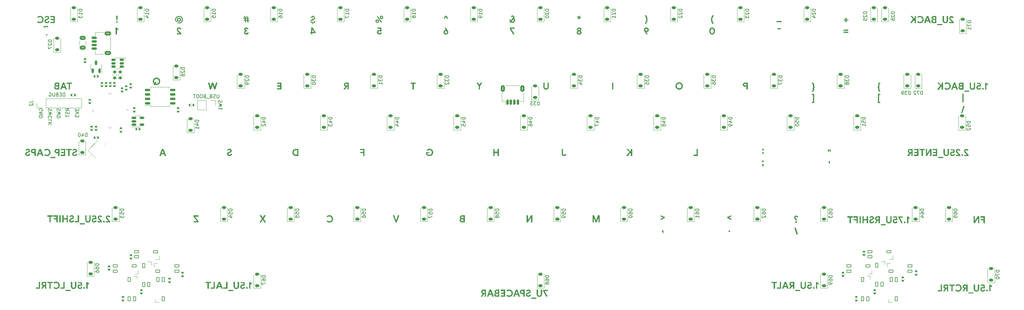
<source format=gbo>
%TF.GenerationSoftware,KiCad,Pcbnew,(7.0.0-0)*%
%TF.CreationDate,2023-06-04T16:03:24-07:00*%
%TF.ProjectId,popstar_plateless_no_flex_cut,706f7073-7461-4725-9f70-6c6174656c65,rev?*%
%TF.SameCoordinates,Original*%
%TF.FileFunction,Legend,Bot*%
%TF.FilePolarity,Positive*%
%FSLAX46Y46*%
G04 Gerber Fmt 4.6, Leading zero omitted, Abs format (unit mm)*
G04 Created by KiCad (PCBNEW (7.0.0-0)) date 2023-06-04 16:03:24*
%MOMM*%
%LPD*%
G01*
G04 APERTURE LIST*
G04 Aperture macros list*
%AMRoundRect*
0 Rectangle with rounded corners*
0 $1 Rounding radius*
0 $2 $3 $4 $5 $6 $7 $8 $9 X,Y pos of 4 corners*
0 Add a 4 corners polygon primitive as box body*
4,1,4,$2,$3,$4,$5,$6,$7,$8,$9,$2,$3,0*
0 Add four circle primitives for the rounded corners*
1,1,$1+$1,$2,$3*
1,1,$1+$1,$4,$5*
1,1,$1+$1,$6,$7*
1,1,$1+$1,$8,$9*
0 Add four rect primitives between the rounded corners*
20,1,$1+$1,$2,$3,$4,$5,0*
20,1,$1+$1,$4,$5,$6,$7,0*
20,1,$1+$1,$6,$7,$8,$9,0*
20,1,$1+$1,$8,$9,$2,$3,0*%
%AMRotRect*
0 Rectangle, with rotation*
0 The origin of the aperture is its center*
0 $1 length*
0 $2 width*
0 $3 Rotation angle, in degrees counterclockwise*
0 Add horizontal line*
21,1,$1,$2,0,0,$3*%
%AMFreePoly0*
4,1,18,-0.410000,0.593000,-0.403758,0.624380,-0.385983,0.650983,-0.359380,0.668758,-0.328000,0.675000,0.328000,0.675000,0.359380,0.668758,0.385983,0.650983,0.403758,0.624380,0.410000,0.593000,0.410000,-0.593000,0.403758,-0.624380,0.385983,-0.650983,0.359380,-0.668758,0.328000,-0.675000,0.000000,-0.675000,-0.410000,-0.265000,-0.410000,0.593000,-0.410000,0.593000,$1*%
G04 Aperture macros list end*
%ADD10C,0.400000*%
%ADD11C,0.500000*%
%ADD12C,0.250000*%
%ADD13C,0.150000*%
%ADD14C,0.120000*%
%ADD15C,1.750000*%
%ADD16C,3.987800*%
%ADD17C,2.300000*%
%ADD18C,3.048000*%
%ADD19C,4.000000*%
%ADD20RoundRect,0.140000X0.170000X-0.140000X0.170000X0.140000X-0.170000X0.140000X-0.170000X-0.140000X0*%
%ADD21RoundRect,0.140000X0.219203X0.021213X0.021213X0.219203X-0.219203X-0.021213X-0.021213X-0.219203X0*%
%ADD22R,1.700000X1.700000*%
%ADD23O,1.700000X1.700000*%
%ADD24RoundRect,0.225000X0.375000X-0.225000X0.375000X0.225000X-0.375000X0.225000X-0.375000X-0.225000X0*%
%ADD25RoundRect,0.150000X-0.650000X-0.150000X0.650000X-0.150000X0.650000X0.150000X-0.650000X0.150000X0*%
%ADD26RoundRect,0.200000X-0.275000X0.200000X-0.275000X-0.200000X0.275000X-0.200000X0.275000X0.200000X0*%
%ADD27RoundRect,0.150000X-0.150000X-0.625000X0.150000X-0.625000X0.150000X0.625000X-0.150000X0.625000X0*%
%ADD28RoundRect,0.250000X-0.350000X-0.650000X0.350000X-0.650000X0.350000X0.650000X-0.350000X0.650000X0*%
%ADD29RoundRect,0.140000X-0.170000X0.140000X-0.170000X-0.140000X0.170000X-0.140000X0.170000X0.140000X0*%
%ADD30RoundRect,0.050000X0.309359X-0.238649X-0.238649X0.309359X-0.309359X0.238649X0.238649X-0.309359X0*%
%ADD31RoundRect,0.050000X0.309359X0.238649X0.238649X0.309359X-0.309359X-0.238649X-0.238649X-0.309359X0*%
%ADD32RoundRect,0.144000X2.059095X0.000000X0.000000X2.059095X-2.059095X0.000000X0.000000X-2.059095X0*%
%ADD33RoundRect,0.150000X0.150000X-0.512500X0.150000X0.512500X-0.150000X0.512500X-0.150000X-0.512500X0*%
%ADD34RoundRect,0.082000X0.593000X-0.328000X0.593000X0.328000X-0.593000X0.328000X-0.593000X-0.328000X0*%
%ADD35FreePoly0,90.000000*%
%ADD36RoundRect,0.250000X-0.625000X0.375000X-0.625000X-0.375000X0.625000X-0.375000X0.625000X0.375000X0*%
%ADD37RoundRect,0.135000X-0.135000X-0.185000X0.135000X-0.185000X0.135000X0.185000X-0.135000X0.185000X0*%
%ADD38RoundRect,0.150000X-0.625000X0.150000X-0.625000X-0.150000X0.625000X-0.150000X0.625000X0.150000X0*%
%ADD39RoundRect,0.250000X-0.650000X0.350000X-0.650000X-0.350000X0.650000X-0.350000X0.650000X0.350000X0*%
%ADD40RoundRect,0.082000X-0.328000X-0.593000X0.328000X-0.593000X0.328000X0.593000X-0.328000X0.593000X0*%
%ADD41FreePoly0,0.000000*%
%ADD42RoundRect,0.082000X-0.593000X0.328000X-0.593000X-0.328000X0.593000X-0.328000X0.593000X0.328000X0*%
%ADD43FreePoly0,270.000000*%
%ADD44RoundRect,0.140000X-0.140000X-0.170000X0.140000X-0.170000X0.140000X0.170000X-0.140000X0.170000X0*%
%ADD45RoundRect,0.082000X0.328000X0.593000X-0.328000X0.593000X-0.328000X-0.593000X0.328000X-0.593000X0*%
%ADD46FreePoly0,180.000000*%
%ADD47RotRect,1.400000X1.200000X45.000000*%
%ADD48RoundRect,0.140000X0.140000X0.170000X-0.140000X0.170000X-0.140000X-0.170000X0.140000X-0.170000X0*%
%ADD49RoundRect,0.140000X-0.219203X-0.021213X-0.021213X-0.219203X0.219203X0.021213X0.021213X0.219203X0*%
%ADD50RoundRect,0.135000X0.135000X0.185000X-0.135000X0.185000X-0.135000X-0.185000X0.135000X-0.185000X0*%
%ADD51RoundRect,0.150000X0.475000X0.150000X-0.475000X0.150000X-0.475000X-0.150000X0.475000X-0.150000X0*%
%ADD52RoundRect,0.150000X-0.512500X-0.150000X0.512500X-0.150000X0.512500X0.150000X-0.512500X0.150000X0*%
G04 APERTURE END LIST*
D10*
G36*
X118246894Y-49013244D02*
G01*
X118246894Y-49316106D01*
X117360781Y-49316106D01*
X117360781Y-49660000D01*
X116991974Y-49660000D01*
X116991974Y-49316106D01*
X116752616Y-49316106D01*
X116752616Y-48972212D01*
X116991974Y-48972212D01*
X116991974Y-48293705D01*
X117360781Y-48293705D01*
X117360781Y-48972212D01*
X117839008Y-48972212D01*
X117383251Y-48293705D01*
X117360781Y-48293705D01*
X116991974Y-48293705D01*
X116991974Y-47721688D01*
X117391555Y-47721688D01*
X118246894Y-49013244D01*
G37*
D11*
G36*
X49411758Y-84456894D02*
G01*
X49444551Y-84456312D01*
X49476864Y-84454566D01*
X49508696Y-84451656D01*
X49540047Y-84447582D01*
X49570917Y-84442345D01*
X49601306Y-84435943D01*
X49631214Y-84428377D01*
X49660642Y-84419647D01*
X49689588Y-84409753D01*
X49718054Y-84398696D01*
X49746039Y-84386474D01*
X49773543Y-84373088D01*
X49800566Y-84358539D01*
X49827108Y-84342825D01*
X49853170Y-84325948D01*
X49878750Y-84307906D01*
X49903558Y-84288800D01*
X49927423Y-84268728D01*
X49950346Y-84247691D01*
X49972326Y-84225688D01*
X49993363Y-84202719D01*
X50013458Y-84178785D01*
X50032610Y-84153886D01*
X50050819Y-84128021D01*
X50068086Y-84101191D01*
X50084410Y-84073395D01*
X50099792Y-84044633D01*
X50114231Y-84014906D01*
X50127727Y-83984214D01*
X50140281Y-83952556D01*
X50151892Y-83919932D01*
X50162561Y-83886343D01*
X49805478Y-83745659D01*
X49799995Y-83765435D01*
X49794052Y-83784707D01*
X49787646Y-83803476D01*
X49777172Y-83830684D01*
X49765658Y-83856759D01*
X49753106Y-83881700D01*
X49739515Y-83905508D01*
X49724885Y-83928183D01*
X49709215Y-83949724D01*
X49692507Y-83970131D01*
X49674760Y-83989406D01*
X49662351Y-84001625D01*
X49642858Y-84018736D01*
X49622480Y-84034163D01*
X49601218Y-84047908D01*
X49579072Y-84059969D01*
X49556041Y-84070347D01*
X49532126Y-84079043D01*
X49507326Y-84086055D01*
X49481642Y-84091385D01*
X49455073Y-84095031D01*
X49427620Y-84096995D01*
X49408827Y-84097369D01*
X49385427Y-84096815D01*
X49362671Y-84095153D01*
X49340559Y-84092384D01*
X49319091Y-84088507D01*
X49298267Y-84083523D01*
X49278087Y-84077430D01*
X49258551Y-84070231D01*
X49239658Y-84061923D01*
X49221410Y-84052508D01*
X49203806Y-84041985D01*
X49192428Y-84034354D01*
X49176278Y-84022109D01*
X49161716Y-84009006D01*
X49144772Y-83990199D01*
X49130652Y-83969866D01*
X49119355Y-83948007D01*
X49110883Y-83924620D01*
X49105235Y-83899707D01*
X49102852Y-83880021D01*
X49102058Y-83859476D01*
X49102814Y-83838858D01*
X49105081Y-83818953D01*
X49108859Y-83799760D01*
X49116247Y-83775279D01*
X49126322Y-83752064D01*
X49139084Y-83730117D01*
X49154532Y-83709436D01*
X49167882Y-83694757D01*
X49182742Y-83680791D01*
X49188032Y-83676294D01*
X49205241Y-83662836D01*
X49224811Y-83649206D01*
X49246743Y-83635404D01*
X49271036Y-83621431D01*
X49288543Y-83612020D01*
X49307100Y-83602533D01*
X49326706Y-83592969D01*
X49347362Y-83583329D01*
X49369067Y-83573613D01*
X49391822Y-83563820D01*
X49415626Y-83553951D01*
X49440479Y-83544006D01*
X49466383Y-83533984D01*
X49493335Y-83523886D01*
X49616922Y-83478946D01*
X49640946Y-83470243D01*
X49664534Y-83460986D01*
X49687688Y-83451176D01*
X49710406Y-83440813D01*
X49732689Y-83429897D01*
X49754538Y-83418427D01*
X49775951Y-83406404D01*
X49796929Y-83393827D01*
X49817472Y-83380697D01*
X49837580Y-83367014D01*
X49857253Y-83352777D01*
X49876491Y-83337987D01*
X49895294Y-83322644D01*
X49913662Y-83306747D01*
X49931595Y-83290297D01*
X49949092Y-83273293D01*
X49965773Y-83255675D01*
X49981378Y-83237504D01*
X49995907Y-83218779D01*
X50009359Y-83199501D01*
X50021735Y-83179670D01*
X50033036Y-83159285D01*
X50043259Y-83138347D01*
X50052407Y-83116856D01*
X50060478Y-83094811D01*
X50067474Y-83072213D01*
X50073393Y-83049061D01*
X50078236Y-83025356D01*
X50082002Y-83001098D01*
X50084693Y-82976286D01*
X50086307Y-82950921D01*
X50086845Y-82925003D01*
X50086128Y-82895851D01*
X50083977Y-82867198D01*
X50080392Y-82839042D01*
X50075373Y-82811384D01*
X50068921Y-82784225D01*
X50061034Y-82757563D01*
X50051713Y-82731400D01*
X50040958Y-82705734D01*
X50028769Y-82680566D01*
X50015147Y-82655897D01*
X50005268Y-82639727D01*
X49989380Y-82616028D01*
X49972307Y-82593291D01*
X49954049Y-82571515D01*
X49934606Y-82550701D01*
X49913978Y-82530848D01*
X49892165Y-82511958D01*
X49869167Y-82494029D01*
X49853176Y-82482610D01*
X49836660Y-82471620D01*
X49819616Y-82461056D01*
X49802046Y-82450920D01*
X49783949Y-82441211D01*
X49774703Y-82436517D01*
X49755866Y-82427526D01*
X49736723Y-82419115D01*
X49717275Y-82411284D01*
X49697522Y-82404033D01*
X49677464Y-82397362D01*
X49657100Y-82391271D01*
X49636431Y-82385761D01*
X49615457Y-82380830D01*
X49594177Y-82376479D01*
X49572592Y-82372709D01*
X49550702Y-82369518D01*
X49528506Y-82366908D01*
X49506005Y-82364878D01*
X49483199Y-82363428D01*
X49460088Y-82362558D01*
X49436671Y-82362267D01*
X49403049Y-82362771D01*
X49370328Y-82364282D01*
X49338508Y-82366801D01*
X49307588Y-82370327D01*
X49277570Y-82374861D01*
X49248451Y-82380403D01*
X49220233Y-82386951D01*
X49192916Y-82394508D01*
X49166500Y-82403071D01*
X49140984Y-82412643D01*
X49116369Y-82423221D01*
X49092655Y-82434808D01*
X49069841Y-82447401D01*
X49047928Y-82461003D01*
X49026915Y-82475611D01*
X49006803Y-82491228D01*
X48987466Y-82507518D01*
X48968900Y-82524147D01*
X48951105Y-82541116D01*
X48934080Y-82558425D01*
X48917827Y-82576073D01*
X48902344Y-82594062D01*
X48887632Y-82612389D01*
X48873691Y-82631057D01*
X48860521Y-82650064D01*
X48848122Y-82669410D01*
X48836494Y-82689097D01*
X48825636Y-82709123D01*
X48815550Y-82729488D01*
X48806234Y-82750194D01*
X48797690Y-82771239D01*
X48789916Y-82792623D01*
X49124528Y-82933307D01*
X49132955Y-82910570D01*
X49142847Y-82888763D01*
X49154204Y-82867888D01*
X49167027Y-82847944D01*
X49181315Y-82828932D01*
X49197069Y-82810850D01*
X49214288Y-82793700D01*
X49232972Y-82777480D01*
X49252954Y-82762597D01*
X49274310Y-82749698D01*
X49297040Y-82738783D01*
X49321144Y-82729853D01*
X49340123Y-82724458D01*
X49359876Y-82720179D01*
X49380401Y-82717016D01*
X49401698Y-82714969D01*
X49423769Y-82714039D01*
X49431297Y-82713977D01*
X49454092Y-82714479D01*
X49476131Y-82715986D01*
X49497415Y-82718498D01*
X49517943Y-82722014D01*
X49537715Y-82726535D01*
X49556731Y-82732061D01*
X49580911Y-82740991D01*
X49603748Y-82751707D01*
X49625242Y-82764209D01*
X49635484Y-82771130D01*
X49654261Y-82785968D01*
X49670533Y-82801905D01*
X49684303Y-82818941D01*
X49695568Y-82837076D01*
X49704330Y-82856310D01*
X49710589Y-82876643D01*
X49714344Y-82898075D01*
X49715596Y-82920607D01*
X49714413Y-82942543D01*
X49710864Y-82963654D01*
X49704949Y-82983942D01*
X49696667Y-83003405D01*
X49686020Y-83022044D01*
X49673006Y-83039858D01*
X49657627Y-83056848D01*
X49639881Y-83073014D01*
X49619288Y-83088585D01*
X49601820Y-83100182D01*
X49582617Y-83111711D01*
X49561680Y-83123172D01*
X49539009Y-83134563D01*
X49514602Y-83145886D01*
X49488462Y-83157141D01*
X49470071Y-83164605D01*
X49450909Y-83172039D01*
X49430977Y-83179443D01*
X49410274Y-83186816D01*
X49388799Y-83194159D01*
X49262281Y-83236168D01*
X49230091Y-83247568D01*
X49198855Y-83259417D01*
X49168572Y-83271717D01*
X49139244Y-83284467D01*
X49110870Y-83297668D01*
X49083450Y-83311319D01*
X49056984Y-83325420D01*
X49031472Y-83339972D01*
X49006914Y-83354973D01*
X48983310Y-83370426D01*
X48960661Y-83386328D01*
X48938965Y-83402681D01*
X48918223Y-83419484D01*
X48898436Y-83436738D01*
X48879602Y-83454441D01*
X48861723Y-83472595D01*
X48844806Y-83491269D01*
X48828979Y-83510652D01*
X48814245Y-83530744D01*
X48800601Y-83551547D01*
X48788050Y-83573059D01*
X48776589Y-83595282D01*
X48766220Y-83618214D01*
X48756943Y-83641856D01*
X48748757Y-83666208D01*
X48741663Y-83691269D01*
X48735660Y-83717041D01*
X48730748Y-83743522D01*
X48726928Y-83770713D01*
X48724199Y-83798614D01*
X48722562Y-83827225D01*
X48722016Y-83856545D01*
X48722413Y-83880737D01*
X48723604Y-83904463D01*
X48725588Y-83927723D01*
X48728367Y-83950518D01*
X48731939Y-83972847D01*
X48736304Y-83994710D01*
X48741464Y-84016108D01*
X48747418Y-84037041D01*
X48754165Y-84057507D01*
X48761706Y-84077509D01*
X48770040Y-84097044D01*
X48779169Y-84116114D01*
X48789091Y-84134719D01*
X48799808Y-84152858D01*
X48811318Y-84170531D01*
X48823621Y-84187739D01*
X48836488Y-84204385D01*
X48849809Y-84220498D01*
X48863584Y-84236076D01*
X48877813Y-84251120D01*
X48892496Y-84265629D01*
X48907633Y-84279604D01*
X48923225Y-84293045D01*
X48939270Y-84305952D01*
X48955770Y-84318324D01*
X48972724Y-84330163D01*
X48990132Y-84341466D01*
X49007994Y-84352236D01*
X49026310Y-84362471D01*
X49045081Y-84372172D01*
X49064305Y-84381339D01*
X49083984Y-84389972D01*
X49103869Y-84398075D01*
X49123834Y-84405657D01*
X49143879Y-84412715D01*
X49164004Y-84419250D01*
X49184210Y-84425263D01*
X49204495Y-84430753D01*
X49224861Y-84435719D01*
X49245307Y-84440163D01*
X49265832Y-84444085D01*
X49286439Y-84447483D01*
X49307125Y-84450359D01*
X49327891Y-84452711D01*
X49348738Y-84454541D01*
X49369664Y-84455848D01*
X49390671Y-84456633D01*
X49411758Y-84456894D01*
G37*
G36*
X47991242Y-82768688D02*
G01*
X48553977Y-82768688D01*
X48553977Y-82409162D01*
X47048953Y-82409162D01*
X47048953Y-82768688D01*
X47611688Y-82768688D01*
X47611688Y-84410000D01*
X47991242Y-84410000D01*
X47991242Y-82768688D01*
G37*
G36*
X46754396Y-82409162D02*
G01*
X45477006Y-82409162D01*
X45477006Y-82768688D01*
X46374354Y-82768688D01*
X46374354Y-83237634D01*
X45566887Y-83237634D01*
X45566887Y-83597159D01*
X46374354Y-83597159D01*
X46374354Y-84050474D01*
X45477006Y-84050474D01*
X45477006Y-84410000D01*
X46754396Y-84410000D01*
X46754396Y-82409162D01*
G37*
G36*
X45095498Y-84410000D02*
G01*
X44715457Y-84410000D01*
X44715457Y-83659685D01*
X44386217Y-83659685D01*
X44362415Y-83659378D01*
X44338880Y-83658457D01*
X44315612Y-83656921D01*
X44292611Y-83654770D01*
X44269877Y-83652005D01*
X44247411Y-83648626D01*
X44225212Y-83644632D01*
X44203279Y-83640024D01*
X44181614Y-83634801D01*
X44160216Y-83628964D01*
X44139085Y-83622513D01*
X44118222Y-83615447D01*
X44097625Y-83607767D01*
X44077296Y-83599472D01*
X44057234Y-83590563D01*
X44037438Y-83581039D01*
X44017981Y-83570955D01*
X43999054Y-83560363D01*
X43980658Y-83549263D01*
X43962792Y-83537656D01*
X43945456Y-83525541D01*
X43928651Y-83512918D01*
X43912377Y-83499788D01*
X43896632Y-83486151D01*
X43881419Y-83472006D01*
X43866736Y-83457353D01*
X43852583Y-83442193D01*
X43838961Y-83426525D01*
X43825869Y-83410350D01*
X43813307Y-83393667D01*
X43801277Y-83376476D01*
X43789776Y-83358778D01*
X43778892Y-83340676D01*
X43768710Y-83322272D01*
X43759231Y-83303566D01*
X43750453Y-83284559D01*
X43742378Y-83265250D01*
X43735005Y-83245640D01*
X43728334Y-83225729D01*
X43722365Y-83205516D01*
X43717099Y-83185001D01*
X43712534Y-83164185D01*
X43708672Y-83143068D01*
X43705512Y-83121649D01*
X43703055Y-83099929D01*
X43701299Y-83077907D01*
X43700246Y-83055583D01*
X43699895Y-83032958D01*
X44074075Y-83032958D01*
X44074153Y-83039857D01*
X44075327Y-83060169D01*
X44077908Y-83079905D01*
X44083541Y-83105325D01*
X44091678Y-83129723D01*
X44102317Y-83153098D01*
X44115461Y-83175450D01*
X44126961Y-83191543D01*
X44139870Y-83207060D01*
X44154187Y-83222002D01*
X44164437Y-83231467D01*
X44180700Y-83244518D01*
X44198028Y-83256196D01*
X44216421Y-83266500D01*
X44235878Y-83275430D01*
X44256400Y-83282987D01*
X44277987Y-83289169D01*
X44300639Y-83293978D01*
X44324355Y-83297412D01*
X44349136Y-83299473D01*
X44374982Y-83300160D01*
X44715457Y-83300160D01*
X44715457Y-82768688D01*
X44374982Y-82768688D01*
X44357633Y-82768989D01*
X44332497Y-82770572D01*
X44308426Y-82773511D01*
X44285419Y-82777808D01*
X44263478Y-82783460D01*
X44242601Y-82790470D01*
X44222788Y-82798836D01*
X44204041Y-82808559D01*
X44186358Y-82819639D01*
X44169740Y-82832075D01*
X44154187Y-82845868D01*
X44139870Y-82860544D01*
X44126961Y-82875813D01*
X44111940Y-82897093D01*
X44099423Y-82919425D01*
X44089409Y-82942812D01*
X44081898Y-82967251D01*
X44076891Y-82992744D01*
X44074779Y-83012555D01*
X44074075Y-83032958D01*
X43699895Y-83032958D01*
X43700246Y-83010339D01*
X43701299Y-82988033D01*
X43703055Y-82966040D01*
X43705512Y-82944359D01*
X43708672Y-82922992D01*
X43712534Y-82901937D01*
X43717099Y-82881196D01*
X43722365Y-82860767D01*
X43728334Y-82840651D01*
X43735005Y-82820849D01*
X43742378Y-82801359D01*
X43750453Y-82782182D01*
X43759231Y-82763318D01*
X43768710Y-82744767D01*
X43778892Y-82726529D01*
X43789776Y-82708604D01*
X43801277Y-82691083D01*
X43813307Y-82674059D01*
X43825869Y-82657530D01*
X43838961Y-82641498D01*
X43852583Y-82625962D01*
X43866736Y-82610922D01*
X43881419Y-82596378D01*
X43896632Y-82582330D01*
X43912377Y-82568779D01*
X43928651Y-82555723D01*
X43945456Y-82543164D01*
X43962792Y-82531100D01*
X43980658Y-82519533D01*
X43999054Y-82508462D01*
X44017981Y-82497887D01*
X44037438Y-82487808D01*
X44057234Y-82478285D01*
X44077296Y-82469376D01*
X44097625Y-82461081D01*
X44118222Y-82453401D01*
X44139085Y-82446335D01*
X44160216Y-82439883D01*
X44181614Y-82434046D01*
X44203279Y-82428824D01*
X44225212Y-82424215D01*
X44247411Y-82420222D01*
X44269877Y-82416842D01*
X44292611Y-82414077D01*
X44315612Y-82411927D01*
X44338880Y-82410391D01*
X44362415Y-82409469D01*
X44386217Y-82409162D01*
X45095498Y-82409162D01*
X45095498Y-84410000D01*
G37*
G36*
X43897732Y-84691367D02*
G01*
X42493824Y-84691367D01*
X42493824Y-85017676D01*
X43897732Y-85017676D01*
X43897732Y-84691367D01*
G37*
G36*
X41484124Y-84456894D02*
G01*
X41520503Y-84456352D01*
X41556488Y-84454726D01*
X41592081Y-84452017D01*
X41627281Y-84448224D01*
X41662087Y-84443346D01*
X41696501Y-84437385D01*
X41730521Y-84430340D01*
X41764148Y-84422212D01*
X41797382Y-84412999D01*
X41830223Y-84402703D01*
X41862672Y-84391323D01*
X41894726Y-84378859D01*
X41926388Y-84365311D01*
X41957657Y-84350679D01*
X41988533Y-84334964D01*
X42019016Y-84318164D01*
X42048840Y-84300430D01*
X42077863Y-84281909D01*
X42106084Y-84262603D01*
X42133504Y-84242510D01*
X42160123Y-84221631D01*
X42185940Y-84199966D01*
X42210956Y-84177515D01*
X42235170Y-84154277D01*
X42258583Y-84130254D01*
X42281195Y-84105444D01*
X42303005Y-84079848D01*
X42324014Y-84053466D01*
X42344221Y-84026298D01*
X42363627Y-83998343D01*
X42382231Y-83969603D01*
X42400034Y-83940076D01*
X42416893Y-83909954D01*
X42432664Y-83879428D01*
X42447347Y-83848497D01*
X42460942Y-83817161D01*
X42473450Y-83785421D01*
X42484871Y-83753276D01*
X42495203Y-83720727D01*
X42504448Y-83687773D01*
X42512606Y-83654415D01*
X42519675Y-83620652D01*
X42525657Y-83586485D01*
X42530552Y-83551913D01*
X42534358Y-83516937D01*
X42537078Y-83481556D01*
X42538709Y-83445771D01*
X42539253Y-83409581D01*
X42538709Y-83373391D01*
X42537078Y-83337605D01*
X42534358Y-83302225D01*
X42530552Y-83267248D01*
X42525657Y-83232676D01*
X42519675Y-83198509D01*
X42512606Y-83164746D01*
X42504448Y-83131388D01*
X42495203Y-83098434D01*
X42484871Y-83065885D01*
X42473450Y-83033741D01*
X42460942Y-83002001D01*
X42447347Y-82970665D01*
X42432664Y-82939734D01*
X42416893Y-82909207D01*
X42400034Y-82879085D01*
X42382231Y-82849559D01*
X42363627Y-82820818D01*
X42344221Y-82792864D01*
X42324014Y-82765696D01*
X42303005Y-82739314D01*
X42281195Y-82713718D01*
X42258583Y-82688908D01*
X42235170Y-82664884D01*
X42210956Y-82641647D01*
X42185940Y-82619196D01*
X42160123Y-82597531D01*
X42133504Y-82576652D01*
X42106084Y-82556559D01*
X42077863Y-82537252D01*
X42048840Y-82518732D01*
X42019016Y-82500997D01*
X41988533Y-82484198D01*
X41957657Y-82468483D01*
X41926388Y-82453851D01*
X41894726Y-82440303D01*
X41862672Y-82427839D01*
X41830223Y-82416459D01*
X41797382Y-82406162D01*
X41764148Y-82396950D01*
X41730521Y-82388821D01*
X41696501Y-82381776D01*
X41662087Y-82375815D01*
X41627281Y-82370938D01*
X41592081Y-82367145D01*
X41556488Y-82364435D01*
X41520503Y-82362809D01*
X41484124Y-82362267D01*
X41455792Y-82362589D01*
X41427768Y-82363552D01*
X41400052Y-82365157D01*
X41372642Y-82367404D01*
X41345540Y-82370294D01*
X41318745Y-82373825D01*
X41292257Y-82377999D01*
X41266076Y-82382814D01*
X41240202Y-82388272D01*
X41214636Y-82394372D01*
X41189377Y-82401114D01*
X41164425Y-82408498D01*
X41139780Y-82416524D01*
X41115443Y-82425192D01*
X41091413Y-82434503D01*
X41067690Y-82444455D01*
X41044274Y-82455050D01*
X41021165Y-82466286D01*
X40998364Y-82478165D01*
X40975870Y-82490686D01*
X40953683Y-82503849D01*
X40931803Y-82517654D01*
X40910230Y-82532101D01*
X40888965Y-82547190D01*
X40868007Y-82562921D01*
X40847356Y-82579294D01*
X40827012Y-82596310D01*
X40806976Y-82613967D01*
X40787246Y-82632267D01*
X40767824Y-82651209D01*
X40748709Y-82670792D01*
X40729902Y-82691018D01*
X40997592Y-82949916D01*
X41022207Y-82922292D01*
X41047570Y-82896449D01*
X41073681Y-82872390D01*
X41100540Y-82850112D01*
X41128147Y-82829617D01*
X41156502Y-82810903D01*
X41185606Y-82793972D01*
X41215457Y-82778824D01*
X41246056Y-82765457D01*
X41277403Y-82753873D01*
X41309498Y-82744071D01*
X41342341Y-82736051D01*
X41375932Y-82729813D01*
X41410271Y-82725357D01*
X41445358Y-82722684D01*
X41481193Y-82721793D01*
X41504631Y-82722127D01*
X41527805Y-82723129D01*
X41550716Y-82724798D01*
X41573364Y-82727136D01*
X41595748Y-82730141D01*
X41617870Y-82733814D01*
X41639727Y-82738155D01*
X41661322Y-82743164D01*
X41682653Y-82748841D01*
X41703721Y-82755186D01*
X41724525Y-82762198D01*
X41745067Y-82769878D01*
X41765345Y-82778226D01*
X41785359Y-82787242D01*
X41805110Y-82796926D01*
X41824598Y-82807278D01*
X41843697Y-82818183D01*
X41862280Y-82829649D01*
X41880349Y-82841676D01*
X41897902Y-82854264D01*
X41914939Y-82867413D01*
X41931462Y-82881123D01*
X41947470Y-82895394D01*
X41962962Y-82910226D01*
X41977939Y-82925619D01*
X41992401Y-82941573D01*
X42006347Y-82958088D01*
X42019779Y-82975164D01*
X42032695Y-82992801D01*
X42045096Y-83010999D01*
X42056982Y-83029758D01*
X42068353Y-83049078D01*
X42079059Y-83068805D01*
X42089075Y-83088905D01*
X42098400Y-83109380D01*
X42107035Y-83130228D01*
X42114978Y-83151450D01*
X42122231Y-83173047D01*
X42128793Y-83195017D01*
X42134665Y-83217362D01*
X42139845Y-83240080D01*
X42144335Y-83263172D01*
X42148134Y-83286639D01*
X42151243Y-83310479D01*
X42153660Y-83334694D01*
X42155387Y-83359282D01*
X42156423Y-83384244D01*
X42156769Y-83409581D01*
X42156423Y-83434919D01*
X42155387Y-83459887D01*
X42153660Y-83484485D01*
X42151243Y-83508713D01*
X42148134Y-83532570D01*
X42144335Y-83556058D01*
X42139845Y-83579175D01*
X42134665Y-83601922D01*
X42128793Y-83624299D01*
X42122231Y-83646306D01*
X42114978Y-83667942D01*
X42107035Y-83689208D01*
X42098400Y-83710104D01*
X42089075Y-83730630D01*
X42079059Y-83750786D01*
X42068353Y-83770572D01*
X42056982Y-83789834D01*
X42045096Y-83808544D01*
X42032695Y-83826700D01*
X42019779Y-83844303D01*
X42006347Y-83861352D01*
X41992401Y-83877848D01*
X41977939Y-83893790D01*
X41962962Y-83909180D01*
X41947470Y-83924015D01*
X41931462Y-83938298D01*
X41914939Y-83952027D01*
X41897902Y-83965203D01*
X41880349Y-83977825D01*
X41862280Y-83989894D01*
X41843697Y-84001410D01*
X41824598Y-84012372D01*
X41805110Y-84022665D01*
X41785359Y-84032293D01*
X41765345Y-84041258D01*
X41745067Y-84049558D01*
X41724525Y-84057195D01*
X41703721Y-84064167D01*
X41682653Y-84070475D01*
X41661322Y-84076120D01*
X41639727Y-84081100D01*
X41617870Y-84085416D01*
X41595748Y-84089068D01*
X41573364Y-84092056D01*
X41550716Y-84094380D01*
X41527805Y-84096041D01*
X41504631Y-84097037D01*
X41481193Y-84097369D01*
X41461420Y-84097110D01*
X41441851Y-84096334D01*
X41403325Y-84093232D01*
X41365616Y-84088061D01*
X41328724Y-84080821D01*
X41292649Y-84071513D01*
X41257390Y-84060137D01*
X41222948Y-84046692D01*
X41189323Y-84031179D01*
X41156514Y-84013597D01*
X41124522Y-83993947D01*
X41093347Y-83972229D01*
X41062988Y-83948442D01*
X41033446Y-83922586D01*
X41018981Y-83908883D01*
X41004721Y-83894662D01*
X40990664Y-83879925D01*
X40976812Y-83864670D01*
X40963164Y-83848898D01*
X40949720Y-83832609D01*
X40679588Y-84089064D01*
X40698427Y-84111201D01*
X40717697Y-84132669D01*
X40737399Y-84153470D01*
X40757532Y-84173603D01*
X40778096Y-84193068D01*
X40799091Y-84211865D01*
X40820518Y-84229994D01*
X40842376Y-84247456D01*
X40864665Y-84264249D01*
X40887385Y-84280375D01*
X40910537Y-84295833D01*
X40934119Y-84310623D01*
X40958133Y-84324745D01*
X40982579Y-84338200D01*
X41007455Y-84350986D01*
X41032763Y-84363105D01*
X41058397Y-84374462D01*
X41084375Y-84385087D01*
X41110695Y-84394979D01*
X41137360Y-84404138D01*
X41164368Y-84412564D01*
X41191719Y-84420258D01*
X41219414Y-84427219D01*
X41247452Y-84433447D01*
X41275834Y-84438942D01*
X41304559Y-84443705D01*
X41333628Y-84447735D01*
X41363040Y-84451032D01*
X41392796Y-84453597D01*
X41422895Y-84455429D01*
X41453338Y-84456528D01*
X41484124Y-84456894D01*
G37*
G36*
X40528157Y-84410000D02*
G01*
X40108548Y-84410000D01*
X39940020Y-83941053D01*
X39169190Y-83941053D01*
X39000174Y-84410000D01*
X38581053Y-84410000D01*
X38891404Y-83589344D01*
X39292777Y-83589344D01*
X39818876Y-83589344D01*
X39638625Y-83082784D01*
X39565840Y-82840983D01*
X39543370Y-82840983D01*
X39470097Y-83082784D01*
X39292777Y-83589344D01*
X38891404Y-83589344D01*
X39337718Y-82409162D01*
X39773935Y-82409162D01*
X40528157Y-84410000D01*
G37*
G36*
X38319225Y-84410000D02*
G01*
X37939183Y-84410000D01*
X37939183Y-83659685D01*
X37609944Y-83659685D01*
X37586141Y-83659378D01*
X37562606Y-83658457D01*
X37539338Y-83656921D01*
X37516338Y-83654770D01*
X37493604Y-83652005D01*
X37471137Y-83648626D01*
X37448938Y-83644632D01*
X37427006Y-83640024D01*
X37405341Y-83634801D01*
X37383943Y-83628964D01*
X37362812Y-83622513D01*
X37341948Y-83615447D01*
X37321352Y-83607767D01*
X37301022Y-83599472D01*
X37280960Y-83590563D01*
X37261165Y-83581039D01*
X37241708Y-83570955D01*
X37222781Y-83560363D01*
X37204384Y-83549263D01*
X37186518Y-83537656D01*
X37169183Y-83525541D01*
X37152378Y-83512918D01*
X37136103Y-83499788D01*
X37120359Y-83486151D01*
X37105145Y-83472006D01*
X37090462Y-83457353D01*
X37076309Y-83442193D01*
X37062687Y-83426525D01*
X37049595Y-83410350D01*
X37037034Y-83393667D01*
X37025003Y-83376476D01*
X37013503Y-83358778D01*
X37002619Y-83340676D01*
X36992437Y-83322272D01*
X36982957Y-83303566D01*
X36974180Y-83284559D01*
X36966104Y-83265250D01*
X36958731Y-83245640D01*
X36952060Y-83225729D01*
X36946092Y-83205516D01*
X36940825Y-83185001D01*
X36936261Y-83164185D01*
X36932399Y-83143068D01*
X36929239Y-83121649D01*
X36926781Y-83099929D01*
X36925026Y-83077907D01*
X36923972Y-83055583D01*
X36923621Y-83032958D01*
X37297801Y-83032958D01*
X37297880Y-83039857D01*
X37299053Y-83060169D01*
X37301635Y-83079905D01*
X37307268Y-83105325D01*
X37315404Y-83129723D01*
X37326044Y-83153098D01*
X37339187Y-83175450D01*
X37350688Y-83191543D01*
X37363596Y-83207060D01*
X37377913Y-83222002D01*
X37388164Y-83231467D01*
X37404427Y-83244518D01*
X37421755Y-83256196D01*
X37440147Y-83266500D01*
X37459605Y-83275430D01*
X37480127Y-83282987D01*
X37501714Y-83289169D01*
X37524365Y-83293978D01*
X37548082Y-83297412D01*
X37572863Y-83299473D01*
X37598709Y-83300160D01*
X37939183Y-83300160D01*
X37939183Y-82768688D01*
X37598709Y-82768688D01*
X37581360Y-82768989D01*
X37556224Y-82770572D01*
X37532152Y-82773511D01*
X37509146Y-82777808D01*
X37487204Y-82783460D01*
X37466327Y-82790470D01*
X37446515Y-82798836D01*
X37427767Y-82808559D01*
X37410084Y-82819639D01*
X37393466Y-82832075D01*
X37377913Y-82845868D01*
X37363596Y-82860544D01*
X37350688Y-82875813D01*
X37335667Y-82897093D01*
X37323149Y-82919425D01*
X37313135Y-82942812D01*
X37305625Y-82967251D01*
X37300618Y-82992744D01*
X37298505Y-83012555D01*
X37297801Y-83032958D01*
X36923621Y-83032958D01*
X36923972Y-83010339D01*
X36925026Y-82988033D01*
X36926781Y-82966040D01*
X36929239Y-82944359D01*
X36932399Y-82922992D01*
X36936261Y-82901937D01*
X36940825Y-82881196D01*
X36946092Y-82860767D01*
X36952060Y-82840651D01*
X36958731Y-82820849D01*
X36966104Y-82801359D01*
X36974180Y-82782182D01*
X36982957Y-82763318D01*
X36992437Y-82744767D01*
X37002619Y-82726529D01*
X37013503Y-82708604D01*
X37025003Y-82691083D01*
X37037034Y-82674059D01*
X37049595Y-82657530D01*
X37062687Y-82641498D01*
X37076309Y-82625962D01*
X37090462Y-82610922D01*
X37105145Y-82596378D01*
X37120359Y-82582330D01*
X37136103Y-82568779D01*
X37152378Y-82555723D01*
X37169183Y-82543164D01*
X37186518Y-82531100D01*
X37204384Y-82519533D01*
X37222781Y-82508462D01*
X37241708Y-82497887D01*
X37261165Y-82487808D01*
X37280960Y-82478285D01*
X37301022Y-82469376D01*
X37321352Y-82461081D01*
X37341948Y-82453401D01*
X37362812Y-82446335D01*
X37383943Y-82439883D01*
X37405341Y-82434046D01*
X37427006Y-82428824D01*
X37448938Y-82424215D01*
X37471137Y-82420222D01*
X37493604Y-82416842D01*
X37516338Y-82414077D01*
X37539338Y-82411927D01*
X37562606Y-82410391D01*
X37586141Y-82409469D01*
X37609944Y-82409162D01*
X38319225Y-82409162D01*
X38319225Y-84410000D01*
G37*
G36*
X36003803Y-84456894D02*
G01*
X36036596Y-84456312D01*
X36068909Y-84454566D01*
X36100740Y-84451656D01*
X36132091Y-84447582D01*
X36162961Y-84442345D01*
X36193350Y-84435943D01*
X36223259Y-84428377D01*
X36252686Y-84419647D01*
X36281633Y-84409753D01*
X36310099Y-84398696D01*
X36338083Y-84386474D01*
X36365587Y-84373088D01*
X36392611Y-84358539D01*
X36419153Y-84342825D01*
X36445214Y-84325948D01*
X36470795Y-84307906D01*
X36495603Y-84288800D01*
X36519468Y-84268728D01*
X36542391Y-84247691D01*
X36564371Y-84225688D01*
X36585408Y-84202719D01*
X36605503Y-84178785D01*
X36624655Y-84153886D01*
X36642864Y-84128021D01*
X36660131Y-84101191D01*
X36676455Y-84073395D01*
X36691837Y-84044633D01*
X36706276Y-84014906D01*
X36719772Y-83984214D01*
X36732326Y-83952556D01*
X36743937Y-83919932D01*
X36754605Y-83886343D01*
X36397522Y-83745659D01*
X36392040Y-83765435D01*
X36386096Y-83784707D01*
X36379691Y-83803476D01*
X36369216Y-83830684D01*
X36357703Y-83856759D01*
X36345151Y-83881700D01*
X36331559Y-83905508D01*
X36316929Y-83928183D01*
X36301260Y-83949724D01*
X36284552Y-83970131D01*
X36266805Y-83989406D01*
X36254396Y-84001625D01*
X36234903Y-84018736D01*
X36214525Y-84034163D01*
X36193263Y-84047908D01*
X36171117Y-84059969D01*
X36148086Y-84070347D01*
X36124171Y-84079043D01*
X36099371Y-84086055D01*
X36073687Y-84091385D01*
X36047118Y-84095031D01*
X36019665Y-84096995D01*
X36000872Y-84097369D01*
X35977472Y-84096815D01*
X35954716Y-84095153D01*
X35932604Y-84092384D01*
X35911135Y-84088507D01*
X35890311Y-84083523D01*
X35870131Y-84077430D01*
X35850595Y-84070231D01*
X35831703Y-84061923D01*
X35813455Y-84052508D01*
X35795851Y-84041985D01*
X35784473Y-84034354D01*
X35768323Y-84022109D01*
X35753761Y-84009006D01*
X35736817Y-83990199D01*
X35722696Y-83969866D01*
X35711400Y-83948007D01*
X35702928Y-83924620D01*
X35697280Y-83899707D01*
X35694897Y-83880021D01*
X35694103Y-83859476D01*
X35694858Y-83838858D01*
X35697125Y-83818953D01*
X35700903Y-83799760D01*
X35708292Y-83775279D01*
X35718367Y-83752064D01*
X35731128Y-83730117D01*
X35746577Y-83709436D01*
X35759926Y-83694757D01*
X35774787Y-83680791D01*
X35780076Y-83676294D01*
X35797285Y-83662836D01*
X35816856Y-83649206D01*
X35838788Y-83635404D01*
X35863081Y-83621431D01*
X35880588Y-83612020D01*
X35899145Y-83602533D01*
X35918751Y-83592969D01*
X35939407Y-83583329D01*
X35961112Y-83573613D01*
X35983866Y-83563820D01*
X36007671Y-83553951D01*
X36032524Y-83544006D01*
X36058427Y-83533984D01*
X36085380Y-83523886D01*
X36208967Y-83478946D01*
X36232990Y-83470243D01*
X36256579Y-83460986D01*
X36279732Y-83451176D01*
X36302451Y-83440813D01*
X36324734Y-83429897D01*
X36346582Y-83418427D01*
X36367996Y-83406404D01*
X36388974Y-83393827D01*
X36409517Y-83380697D01*
X36429625Y-83367014D01*
X36449298Y-83352777D01*
X36468536Y-83337987D01*
X36487339Y-83322644D01*
X36505706Y-83306747D01*
X36523639Y-83290297D01*
X36541137Y-83273293D01*
X36557818Y-83255675D01*
X36573423Y-83237504D01*
X36587951Y-83218779D01*
X36601404Y-83199501D01*
X36613780Y-83179670D01*
X36625080Y-83159285D01*
X36635304Y-83138347D01*
X36644452Y-83116856D01*
X36652523Y-83094811D01*
X36659518Y-83072213D01*
X36665438Y-83049061D01*
X36670280Y-83025356D01*
X36674047Y-83001098D01*
X36676738Y-82976286D01*
X36678352Y-82950921D01*
X36678890Y-82925003D01*
X36678173Y-82895851D01*
X36676022Y-82867198D01*
X36672437Y-82839042D01*
X36667418Y-82811384D01*
X36660965Y-82784225D01*
X36653078Y-82757563D01*
X36643758Y-82731400D01*
X36633003Y-82705734D01*
X36620814Y-82680566D01*
X36607191Y-82655897D01*
X36597313Y-82639727D01*
X36581425Y-82616028D01*
X36564351Y-82593291D01*
X36546093Y-82571515D01*
X36526650Y-82550701D01*
X36506022Y-82530848D01*
X36484209Y-82511958D01*
X36461211Y-82494029D01*
X36445221Y-82482610D01*
X36428704Y-82471620D01*
X36411661Y-82461056D01*
X36394090Y-82450920D01*
X36375994Y-82441211D01*
X36366748Y-82436517D01*
X36347910Y-82427526D01*
X36328768Y-82419115D01*
X36309320Y-82411284D01*
X36289567Y-82404033D01*
X36269508Y-82397362D01*
X36249145Y-82391271D01*
X36228476Y-82385761D01*
X36207501Y-82380830D01*
X36186222Y-82376479D01*
X36164637Y-82372709D01*
X36142746Y-82369518D01*
X36120551Y-82366908D01*
X36098050Y-82364878D01*
X36075244Y-82363428D01*
X36052132Y-82362558D01*
X36028715Y-82362267D01*
X35995094Y-82362771D01*
X35962373Y-82364282D01*
X35930553Y-82366801D01*
X35899633Y-82370327D01*
X35869614Y-82374861D01*
X35840496Y-82380403D01*
X35812278Y-82386951D01*
X35784961Y-82394508D01*
X35758545Y-82403071D01*
X35733029Y-82412643D01*
X35708414Y-82423221D01*
X35684699Y-82434808D01*
X35661886Y-82447401D01*
X35639972Y-82461003D01*
X35618960Y-82475611D01*
X35598848Y-82491228D01*
X35579511Y-82507518D01*
X35560945Y-82524147D01*
X35543149Y-82541116D01*
X35526125Y-82558425D01*
X35509871Y-82576073D01*
X35494388Y-82594062D01*
X35479677Y-82612389D01*
X35465736Y-82631057D01*
X35452566Y-82650064D01*
X35440167Y-82669410D01*
X35428538Y-82689097D01*
X35417681Y-82709123D01*
X35407594Y-82729488D01*
X35398279Y-82750194D01*
X35389734Y-82771239D01*
X35381960Y-82792623D01*
X35716573Y-82933307D01*
X35725000Y-82910570D01*
X35734891Y-82888763D01*
X35746249Y-82867888D01*
X35759071Y-82847944D01*
X35773360Y-82828932D01*
X35789113Y-82810850D01*
X35806332Y-82793700D01*
X35825017Y-82777480D01*
X35844999Y-82762597D01*
X35866355Y-82749698D01*
X35889085Y-82738783D01*
X35913189Y-82729853D01*
X35932168Y-82724458D01*
X35951920Y-82720179D01*
X35972445Y-82717016D01*
X35993743Y-82714969D01*
X36015814Y-82714039D01*
X36023342Y-82713977D01*
X36046137Y-82714479D01*
X36068176Y-82715986D01*
X36089459Y-82718498D01*
X36109987Y-82722014D01*
X36129760Y-82726535D01*
X36148776Y-82732061D01*
X36172956Y-82740991D01*
X36195793Y-82751707D01*
X36217286Y-82764209D01*
X36227529Y-82771130D01*
X36246305Y-82785968D01*
X36262578Y-82801905D01*
X36276347Y-82818941D01*
X36287613Y-82837076D01*
X36296375Y-82856310D01*
X36302634Y-82876643D01*
X36306389Y-82898075D01*
X36307641Y-82920607D01*
X36306458Y-82942543D01*
X36302909Y-82963654D01*
X36296993Y-82983942D01*
X36288712Y-83003405D01*
X36278065Y-83022044D01*
X36265051Y-83039858D01*
X36249671Y-83056848D01*
X36231926Y-83073014D01*
X36211333Y-83088585D01*
X36193865Y-83100182D01*
X36174662Y-83111711D01*
X36153725Y-83123172D01*
X36131053Y-83134563D01*
X36106647Y-83145886D01*
X36080506Y-83157141D01*
X36062116Y-83164605D01*
X36042954Y-83172039D01*
X36023022Y-83179443D01*
X36002318Y-83186816D01*
X35980844Y-83194159D01*
X35854326Y-83236168D01*
X35822136Y-83247568D01*
X35790899Y-83259417D01*
X35760617Y-83271717D01*
X35731289Y-83284467D01*
X35702915Y-83297668D01*
X35675495Y-83311319D01*
X35649029Y-83325420D01*
X35623517Y-83339972D01*
X35598959Y-83354973D01*
X35575355Y-83370426D01*
X35552705Y-83386328D01*
X35531010Y-83402681D01*
X35510268Y-83419484D01*
X35490481Y-83436738D01*
X35471647Y-83454441D01*
X35453768Y-83472595D01*
X35436850Y-83491269D01*
X35421024Y-83510652D01*
X35406289Y-83530744D01*
X35392646Y-83551547D01*
X35380094Y-83573059D01*
X35368634Y-83595282D01*
X35358265Y-83618214D01*
X35348988Y-83641856D01*
X35340802Y-83666208D01*
X35333707Y-83691269D01*
X35327704Y-83717041D01*
X35322793Y-83743522D01*
X35318972Y-83770713D01*
X35316244Y-83798614D01*
X35314607Y-83827225D01*
X35314061Y-83856545D01*
X35314458Y-83880737D01*
X35315648Y-83904463D01*
X35317633Y-83927723D01*
X35320411Y-83950518D01*
X35323983Y-83972847D01*
X35328349Y-83994710D01*
X35333509Y-84016108D01*
X35339462Y-84037041D01*
X35346209Y-84057507D01*
X35353750Y-84077509D01*
X35362085Y-84097044D01*
X35371214Y-84116114D01*
X35381136Y-84134719D01*
X35391852Y-84152858D01*
X35403362Y-84170531D01*
X35415666Y-84187739D01*
X35428533Y-84204385D01*
X35441853Y-84220498D01*
X35455628Y-84236076D01*
X35469857Y-84251120D01*
X35484541Y-84265629D01*
X35499678Y-84279604D01*
X35515269Y-84293045D01*
X35531315Y-84305952D01*
X35547815Y-84318324D01*
X35564769Y-84330163D01*
X35582177Y-84341466D01*
X35600039Y-84352236D01*
X35618355Y-84362471D01*
X35637126Y-84372172D01*
X35656350Y-84381339D01*
X35676029Y-84389972D01*
X35695914Y-84398075D01*
X35715879Y-84405657D01*
X35735924Y-84412715D01*
X35756049Y-84419250D01*
X35776254Y-84425263D01*
X35796540Y-84430753D01*
X35816905Y-84435719D01*
X35837351Y-84440163D01*
X35857877Y-84444085D01*
X35878483Y-84447483D01*
X35899169Y-84450359D01*
X35919936Y-84452711D01*
X35940782Y-84454541D01*
X35961709Y-84455848D01*
X35982716Y-84456633D01*
X36003803Y-84456894D01*
G37*
G36*
X122215422Y-103456894D02*
G01*
X122251801Y-103456352D01*
X122287786Y-103454726D01*
X122323379Y-103452017D01*
X122358579Y-103448224D01*
X122393385Y-103443346D01*
X122427798Y-103437385D01*
X122461819Y-103430340D01*
X122495446Y-103422212D01*
X122528680Y-103412999D01*
X122561521Y-103402703D01*
X122593969Y-103391323D01*
X122626024Y-103378859D01*
X122657686Y-103365311D01*
X122688955Y-103350679D01*
X122719831Y-103334964D01*
X122750314Y-103318164D01*
X122780138Y-103300430D01*
X122809161Y-103281909D01*
X122837382Y-103262603D01*
X122864802Y-103242510D01*
X122891421Y-103221631D01*
X122917238Y-103199966D01*
X122942254Y-103177515D01*
X122966468Y-103154277D01*
X122989881Y-103130254D01*
X123012493Y-103105444D01*
X123034303Y-103079848D01*
X123055312Y-103053466D01*
X123075519Y-103026298D01*
X123094925Y-102998343D01*
X123113529Y-102969603D01*
X123131332Y-102940076D01*
X123148191Y-102909954D01*
X123163962Y-102879428D01*
X123178645Y-102848497D01*
X123192240Y-102817161D01*
X123204748Y-102785421D01*
X123216169Y-102753276D01*
X123226501Y-102720727D01*
X123235746Y-102687773D01*
X123243904Y-102654415D01*
X123250973Y-102620652D01*
X123256955Y-102586485D01*
X123261850Y-102551913D01*
X123265656Y-102516937D01*
X123268376Y-102481556D01*
X123270007Y-102445771D01*
X123270551Y-102409581D01*
X123270007Y-102373391D01*
X123268376Y-102337605D01*
X123265656Y-102302225D01*
X123261850Y-102267248D01*
X123256955Y-102232676D01*
X123250973Y-102198509D01*
X123243904Y-102164746D01*
X123235746Y-102131388D01*
X123226501Y-102098434D01*
X123216169Y-102065885D01*
X123204748Y-102033741D01*
X123192240Y-102002001D01*
X123178645Y-101970665D01*
X123163962Y-101939734D01*
X123148191Y-101909207D01*
X123131332Y-101879085D01*
X123113529Y-101849559D01*
X123094925Y-101820818D01*
X123075519Y-101792864D01*
X123055312Y-101765696D01*
X123034303Y-101739314D01*
X123012493Y-101713718D01*
X122989881Y-101688908D01*
X122966468Y-101664884D01*
X122942254Y-101641647D01*
X122917238Y-101619196D01*
X122891421Y-101597531D01*
X122864802Y-101576652D01*
X122837382Y-101556559D01*
X122809161Y-101537252D01*
X122780138Y-101518732D01*
X122750314Y-101500997D01*
X122719831Y-101484198D01*
X122688955Y-101468483D01*
X122657686Y-101453851D01*
X122626024Y-101440303D01*
X122593969Y-101427839D01*
X122561521Y-101416459D01*
X122528680Y-101406162D01*
X122495446Y-101396950D01*
X122461819Y-101388821D01*
X122427798Y-101381776D01*
X122393385Y-101375815D01*
X122358579Y-101370938D01*
X122323379Y-101367145D01*
X122287786Y-101364435D01*
X122251801Y-101362809D01*
X122215422Y-101362267D01*
X122187090Y-101362589D01*
X122159066Y-101363552D01*
X122131350Y-101365157D01*
X122103940Y-101367404D01*
X122076838Y-101370294D01*
X122050043Y-101373825D01*
X122023555Y-101377999D01*
X121997374Y-101382814D01*
X121971500Y-101388272D01*
X121945934Y-101394372D01*
X121920675Y-101401114D01*
X121895723Y-101408498D01*
X121871078Y-101416524D01*
X121846741Y-101425192D01*
X121822711Y-101434503D01*
X121798988Y-101444455D01*
X121775572Y-101455050D01*
X121752463Y-101466286D01*
X121729662Y-101478165D01*
X121707168Y-101490686D01*
X121684981Y-101503849D01*
X121663101Y-101517654D01*
X121641528Y-101532101D01*
X121620263Y-101547190D01*
X121599305Y-101562921D01*
X121578654Y-101579294D01*
X121558310Y-101596310D01*
X121538274Y-101613967D01*
X121518544Y-101632267D01*
X121499122Y-101651209D01*
X121480007Y-101670792D01*
X121461200Y-101691018D01*
X121728890Y-101949916D01*
X121753505Y-101922292D01*
X121778868Y-101896449D01*
X121804979Y-101872390D01*
X121831838Y-101850112D01*
X121859445Y-101829617D01*
X121887800Y-101810903D01*
X121916904Y-101793972D01*
X121946755Y-101778824D01*
X121977354Y-101765457D01*
X122008701Y-101753873D01*
X122040796Y-101744071D01*
X122073639Y-101736051D01*
X122107230Y-101729813D01*
X122141569Y-101725357D01*
X122176656Y-101722684D01*
X122212491Y-101721793D01*
X122235929Y-101722127D01*
X122259103Y-101723129D01*
X122282014Y-101724798D01*
X122304662Y-101727136D01*
X122327046Y-101730141D01*
X122349168Y-101733814D01*
X122371025Y-101738155D01*
X122392620Y-101743164D01*
X122413951Y-101748841D01*
X122435019Y-101755186D01*
X122455823Y-101762198D01*
X122476365Y-101769878D01*
X122496643Y-101778226D01*
X122516657Y-101787242D01*
X122536408Y-101796926D01*
X122555896Y-101807278D01*
X122574995Y-101818183D01*
X122593578Y-101829649D01*
X122611647Y-101841676D01*
X122629200Y-101854264D01*
X122646237Y-101867413D01*
X122662760Y-101881123D01*
X122678768Y-101895394D01*
X122694260Y-101910226D01*
X122709237Y-101925619D01*
X122723699Y-101941573D01*
X122737645Y-101958088D01*
X122751077Y-101975164D01*
X122763993Y-101992801D01*
X122776394Y-102010999D01*
X122788280Y-102029758D01*
X122799651Y-102049078D01*
X122810357Y-102068805D01*
X122820373Y-102088905D01*
X122829698Y-102109380D01*
X122838333Y-102130228D01*
X122846276Y-102151450D01*
X122853529Y-102173047D01*
X122860091Y-102195017D01*
X122865963Y-102217362D01*
X122871143Y-102240080D01*
X122875633Y-102263172D01*
X122879432Y-102286639D01*
X122882540Y-102310479D01*
X122884958Y-102334694D01*
X122886685Y-102359282D01*
X122887721Y-102384244D01*
X122888066Y-102409581D01*
X122887721Y-102434919D01*
X122886685Y-102459887D01*
X122884958Y-102484485D01*
X122882540Y-102508713D01*
X122879432Y-102532570D01*
X122875633Y-102556058D01*
X122871143Y-102579175D01*
X122865963Y-102601922D01*
X122860091Y-102624299D01*
X122853529Y-102646306D01*
X122846276Y-102667942D01*
X122838333Y-102689208D01*
X122829698Y-102710104D01*
X122820373Y-102730630D01*
X122810357Y-102750786D01*
X122799651Y-102770572D01*
X122788280Y-102789834D01*
X122776394Y-102808544D01*
X122763993Y-102826700D01*
X122751077Y-102844303D01*
X122737645Y-102861352D01*
X122723699Y-102877848D01*
X122709237Y-102893790D01*
X122694260Y-102909180D01*
X122678768Y-102924015D01*
X122662760Y-102938298D01*
X122646237Y-102952027D01*
X122629200Y-102965203D01*
X122611647Y-102977825D01*
X122593578Y-102989894D01*
X122574995Y-103001410D01*
X122555896Y-103012372D01*
X122536408Y-103022665D01*
X122516657Y-103032293D01*
X122496643Y-103041258D01*
X122476365Y-103049558D01*
X122455823Y-103057195D01*
X122435019Y-103064167D01*
X122413951Y-103070475D01*
X122392620Y-103076120D01*
X122371025Y-103081100D01*
X122349168Y-103085416D01*
X122327046Y-103089068D01*
X122304662Y-103092056D01*
X122282014Y-103094380D01*
X122259103Y-103096041D01*
X122235929Y-103097037D01*
X122212491Y-103097369D01*
X122192718Y-103097110D01*
X122173149Y-103096334D01*
X122134623Y-103093232D01*
X122096914Y-103088061D01*
X122060022Y-103080821D01*
X122023947Y-103071513D01*
X121988688Y-103060137D01*
X121954246Y-103046692D01*
X121920621Y-103031179D01*
X121887812Y-103013597D01*
X121855820Y-102993947D01*
X121824645Y-102972229D01*
X121794286Y-102948442D01*
X121764744Y-102922586D01*
X121750279Y-102908883D01*
X121736019Y-102894662D01*
X121721962Y-102879925D01*
X121708110Y-102864670D01*
X121694462Y-102848898D01*
X121681018Y-102832609D01*
X121410886Y-103089064D01*
X121429725Y-103111201D01*
X121448995Y-103132669D01*
X121468697Y-103153470D01*
X121488830Y-103173603D01*
X121509394Y-103193068D01*
X121530389Y-103211865D01*
X121551816Y-103229994D01*
X121573674Y-103247456D01*
X121595963Y-103264249D01*
X121618683Y-103280375D01*
X121641835Y-103295833D01*
X121665417Y-103310623D01*
X121689431Y-103324745D01*
X121713877Y-103338200D01*
X121738753Y-103350986D01*
X121764061Y-103363105D01*
X121789695Y-103374462D01*
X121815672Y-103385087D01*
X121841993Y-103394979D01*
X121868658Y-103404138D01*
X121895666Y-103412564D01*
X121923017Y-103420258D01*
X121950712Y-103427219D01*
X121978750Y-103433447D01*
X122007132Y-103438942D01*
X122035857Y-103443705D01*
X122064926Y-103447735D01*
X122094338Y-103451032D01*
X122124094Y-103453597D01*
X122154193Y-103455429D01*
X122184636Y-103456528D01*
X122215422Y-103456894D01*
G37*
D12*
G36*
X117573272Y-44440425D02*
G01*
X117607170Y-44441427D01*
X117640111Y-44443700D01*
X117672093Y-44447243D01*
X117703118Y-44452057D01*
X117733184Y-44458142D01*
X117762293Y-44465498D01*
X117790444Y-44474125D01*
X117817637Y-44484023D01*
X117843872Y-44495191D01*
X117869149Y-44507630D01*
X117893469Y-44521340D01*
X117916830Y-44536321D01*
X117939234Y-44552573D01*
X117960679Y-44570095D01*
X117981167Y-44588889D01*
X118000697Y-44608953D01*
X118019153Y-44629811D01*
X118036418Y-44650985D01*
X118052492Y-44672477D01*
X118067375Y-44694285D01*
X118081068Y-44716410D01*
X118093570Y-44738852D01*
X118104882Y-44761610D01*
X118115003Y-44784685D01*
X118123933Y-44808077D01*
X118131672Y-44831786D01*
X118138221Y-44855812D01*
X118143579Y-44880154D01*
X118147747Y-44904813D01*
X118150723Y-44929789D01*
X118152509Y-44955081D01*
X118153105Y-44980690D01*
X118152555Y-45009120D01*
X118150906Y-45036767D01*
X118148159Y-45063632D01*
X118144312Y-45089714D01*
X118139366Y-45115014D01*
X118133321Y-45139532D01*
X118126177Y-45163268D01*
X118117934Y-45186221D01*
X118108591Y-45208391D01*
X118098150Y-45229780D01*
X118086610Y-45250386D01*
X118073970Y-45270210D01*
X118060231Y-45289251D01*
X118045394Y-45307510D01*
X118029457Y-45324987D01*
X118012421Y-45341681D01*
X117994171Y-45357693D01*
X117974716Y-45373120D01*
X117954054Y-45387963D01*
X117932187Y-45402223D01*
X117909114Y-45415899D01*
X117884834Y-45428990D01*
X117859349Y-45441498D01*
X117832658Y-45453422D01*
X117804761Y-45464763D01*
X117775658Y-45475519D01*
X117745349Y-45485691D01*
X117713834Y-45495280D01*
X117681113Y-45504284D01*
X117647186Y-45512705D01*
X117612053Y-45520541D01*
X117575715Y-45527794D01*
X117575715Y-46253684D01*
X117603848Y-46250845D01*
X117630852Y-46246967D01*
X117656727Y-46242052D01*
X117681472Y-46236099D01*
X117705087Y-46229107D01*
X117727573Y-46221078D01*
X117748929Y-46212010D01*
X117769155Y-46201905D01*
X117788252Y-46190761D01*
X117806219Y-46178579D01*
X117823056Y-46165360D01*
X117838764Y-46151102D01*
X117853342Y-46135806D01*
X117866791Y-46119473D01*
X117879110Y-46102101D01*
X117890299Y-46083691D01*
X117901687Y-46061022D01*
X117909467Y-46041997D01*
X117916594Y-46021237D01*
X117923068Y-45998743D01*
X117928890Y-45974515D01*
X117934059Y-45948551D01*
X117938575Y-45920854D01*
X117941224Y-45901425D01*
X117943582Y-45881225D01*
X117945651Y-45860255D01*
X117947429Y-45838513D01*
X117948918Y-45816001D01*
X118191207Y-45816001D01*
X118190901Y-45845112D01*
X118189985Y-45873459D01*
X118188459Y-45901043D01*
X118186322Y-45927864D01*
X118183574Y-45953922D01*
X118180216Y-45979216D01*
X118176247Y-46003747D01*
X118171667Y-46027515D01*
X118166477Y-46050520D01*
X118160676Y-46072761D01*
X118154265Y-46094239D01*
X118147243Y-46114954D01*
X118139610Y-46134906D01*
X118131367Y-46154094D01*
X118122513Y-46172519D01*
X118113049Y-46190181D01*
X118094282Y-46221337D01*
X118073520Y-46250692D01*
X118050761Y-46278246D01*
X118026007Y-46303998D01*
X117999256Y-46327949D01*
X117970510Y-46350099D01*
X117939768Y-46370447D01*
X117907030Y-46388995D01*
X117872296Y-46405741D01*
X117854181Y-46413438D01*
X117835566Y-46420685D01*
X117816453Y-46427482D01*
X117796840Y-46433828D01*
X117776729Y-46439725D01*
X117756118Y-46445170D01*
X117735009Y-46450166D01*
X117713401Y-46454711D01*
X117691293Y-46458806D01*
X117668687Y-46462451D01*
X117645582Y-46465645D01*
X117621978Y-46468389D01*
X117597874Y-46470682D01*
X117573272Y-46472526D01*
X117573272Y-46753893D01*
X117443335Y-46753893D01*
X117443335Y-46472526D01*
X117412831Y-46468944D01*
X117383236Y-46464916D01*
X117354549Y-46460441D01*
X117326770Y-46455520D01*
X117299900Y-46450153D01*
X117273937Y-46444339D01*
X117248883Y-46438078D01*
X117224738Y-46431371D01*
X117201500Y-46424217D01*
X117179171Y-46416617D01*
X117157750Y-46408570D01*
X117137238Y-46400077D01*
X117117633Y-46391137D01*
X117098937Y-46381751D01*
X117081150Y-46371919D01*
X117064270Y-46361639D01*
X117035640Y-46341900D01*
X117008857Y-46320538D01*
X116983922Y-46297554D01*
X116960833Y-46272949D01*
X116939592Y-46246721D01*
X116920197Y-46218872D01*
X116902650Y-46189401D01*
X116886950Y-46158307D01*
X116873097Y-46125592D01*
X116861091Y-46091255D01*
X116850932Y-46055296D01*
X116842620Y-46017715D01*
X116839156Y-45998316D01*
X116836155Y-45978512D01*
X116833615Y-45958302D01*
X116831537Y-45937687D01*
X116829921Y-45916667D01*
X116829314Y-45905394D01*
X117074040Y-45905394D01*
X117074765Y-45931016D01*
X117076940Y-45955860D01*
X117080566Y-45979926D01*
X117085641Y-46003213D01*
X117092167Y-46025722D01*
X117100143Y-46047452D01*
X117109569Y-46068403D01*
X117120446Y-46088576D01*
X117132126Y-46107310D01*
X117144939Y-46124922D01*
X117158886Y-46141413D01*
X117173966Y-46156781D01*
X117190179Y-46171027D01*
X117207526Y-46184151D01*
X117226007Y-46196153D01*
X117245620Y-46207034D01*
X117266368Y-46216792D01*
X117288248Y-46225428D01*
X117311263Y-46232943D01*
X117335410Y-46239335D01*
X117360691Y-46244605D01*
X117387106Y-46248753D01*
X117414654Y-46251780D01*
X117443335Y-46253684D01*
X117443335Y-45559546D01*
X117422349Y-45565184D01*
X117402134Y-45570865D01*
X117382690Y-45576588D01*
X117354970Y-45585250D01*
X117328984Y-45594007D01*
X117304732Y-45602858D01*
X117282215Y-45611804D01*
X117261432Y-45620845D01*
X117242384Y-45629979D01*
X117219685Y-45642306D01*
X117200069Y-45654801D01*
X117192315Y-45660221D01*
X117170531Y-45677416D01*
X117150962Y-45696010D01*
X117133608Y-45716004D01*
X117118470Y-45737398D01*
X117105547Y-45760191D01*
X117094840Y-45784384D01*
X117086347Y-45809977D01*
X117080070Y-45836969D01*
X117076009Y-45865361D01*
X117074532Y-45885066D01*
X117074040Y-45905394D01*
X116829314Y-45905394D01*
X116828767Y-45895241D01*
X116828074Y-45873409D01*
X116827843Y-45851172D01*
X116828564Y-45820565D01*
X116830728Y-45790905D01*
X116834335Y-45762191D01*
X116839383Y-45734424D01*
X116845875Y-45707603D01*
X116853809Y-45681728D01*
X116863186Y-45656800D01*
X116874005Y-45632819D01*
X116886267Y-45609784D01*
X116899971Y-45587695D01*
X116915118Y-45566553D01*
X116931707Y-45546357D01*
X116949739Y-45527107D01*
X116969214Y-45508804D01*
X116990131Y-45491448D01*
X117012491Y-45475038D01*
X117035534Y-45460559D01*
X117052891Y-45450797D01*
X117071843Y-45440947D01*
X117092389Y-45431010D01*
X117114532Y-45420984D01*
X117138269Y-45410871D01*
X117163602Y-45400670D01*
X117190529Y-45390381D01*
X117219052Y-45380005D01*
X117249170Y-45369541D01*
X117280884Y-45358989D01*
X117314193Y-45348349D01*
X117349096Y-45337621D01*
X117385595Y-45326806D01*
X117404443Y-45321365D01*
X117423690Y-45315903D01*
X117443335Y-45310418D01*
X117443335Y-44659267D01*
X117575715Y-44659267D01*
X117575715Y-45285505D01*
X117594462Y-45281664D01*
X117621675Y-45275237D01*
X117647797Y-45268012D01*
X117672828Y-45259987D01*
X117696769Y-45251165D01*
X117719620Y-45241543D01*
X117741380Y-45231123D01*
X117762049Y-45219905D01*
X117781628Y-45207888D01*
X117800117Y-45195072D01*
X117817515Y-45181458D01*
X117828340Y-45171892D01*
X117843268Y-45156707D01*
X117856624Y-45140517D01*
X117868410Y-45123322D01*
X117878623Y-45105123D01*
X117887266Y-45085918D01*
X117894337Y-45065710D01*
X117899837Y-45044496D01*
X117903765Y-45022278D01*
X117906122Y-44999056D01*
X117906908Y-44974829D01*
X117906612Y-44961248D01*
X117905059Y-44941014D01*
X117902176Y-44920942D01*
X117897961Y-44901034D01*
X117892416Y-44881289D01*
X117885539Y-44861707D01*
X117877332Y-44842289D01*
X117867793Y-44823033D01*
X117856924Y-44803941D01*
X117844724Y-44785011D01*
X117831193Y-44766245D01*
X117815999Y-44748289D01*
X117798993Y-44731973D01*
X117780175Y-44717297D01*
X117759545Y-44704261D01*
X117737104Y-44692865D01*
X117712851Y-44683109D01*
X117686786Y-44674993D01*
X117658910Y-44668517D01*
X117639319Y-44665111D01*
X117618923Y-44662434D01*
X117597721Y-44660486D01*
X117575715Y-44659267D01*
X117443335Y-44659267D01*
X117431650Y-44659817D01*
X117408882Y-44661657D01*
X117386916Y-44664481D01*
X117365751Y-44668289D01*
X117345387Y-44673083D01*
X117325825Y-44678861D01*
X117307064Y-44685623D01*
X117289104Y-44693370D01*
X117263668Y-44706837D01*
X117240034Y-44722519D01*
X117218204Y-44740416D01*
X117198177Y-44760529D01*
X117179953Y-44782857D01*
X117168806Y-44798974D01*
X117157777Y-44817597D01*
X117147893Y-44837076D01*
X117139153Y-44857409D01*
X117131559Y-44878597D01*
X117125109Y-44900640D01*
X117119805Y-44923538D01*
X117115645Y-44947290D01*
X117112630Y-44971898D01*
X116873272Y-44971898D01*
X116874669Y-44943369D01*
X116877150Y-44915546D01*
X116880714Y-44888430D01*
X116885362Y-44862019D01*
X116891094Y-44836314D01*
X116897910Y-44811316D01*
X116905810Y-44787023D01*
X116914793Y-44763436D01*
X116924861Y-44740556D01*
X116936012Y-44718381D01*
X116948247Y-44696913D01*
X116961566Y-44676150D01*
X116975969Y-44656094D01*
X116991455Y-44636743D01*
X117008026Y-44618098D01*
X117025680Y-44600160D01*
X117044370Y-44583050D01*
X117064049Y-44566890D01*
X117084716Y-44551680D01*
X117106371Y-44537420D01*
X117129015Y-44524111D01*
X117152648Y-44511752D01*
X117177269Y-44500343D01*
X117202878Y-44489884D01*
X117229476Y-44480376D01*
X117257062Y-44471818D01*
X117285636Y-44464210D01*
X117315199Y-44457553D01*
X117345750Y-44451845D01*
X117377290Y-44447088D01*
X117409818Y-44443282D01*
X117443335Y-44440425D01*
X117443335Y-44252847D01*
X117573272Y-44252847D01*
X117573272Y-44440425D01*
G37*
D11*
G36*
X170669434Y-82409162D02*
G01*
X170289392Y-82409162D01*
X170289392Y-83206371D01*
X169442358Y-83206371D01*
X169442358Y-82409162D01*
X169062805Y-82409162D01*
X169062805Y-84410000D01*
X169442358Y-84410000D01*
X169442358Y-83565896D01*
X170289392Y-83565896D01*
X170289392Y-84410000D01*
X170669434Y-84410000D01*
X170669434Y-82409162D01*
G37*
D10*
G36*
X48111060Y-63768688D02*
G01*
X48673796Y-63768688D01*
X48673796Y-63409162D01*
X47168771Y-63409162D01*
X47168771Y-63768688D01*
X47731507Y-63768688D01*
X47731507Y-65410000D01*
X48111060Y-65410000D01*
X48111060Y-63768688D01*
G37*
G36*
X47244487Y-65410000D02*
G01*
X46824877Y-65410000D01*
X46656350Y-64941053D01*
X45885519Y-64941053D01*
X45716503Y-65410000D01*
X45297383Y-65410000D01*
X45607733Y-64589344D01*
X46009106Y-64589344D01*
X46535205Y-64589344D01*
X46354954Y-64082784D01*
X46282170Y-63840983D01*
X46259699Y-63840983D01*
X46186427Y-64082784D01*
X46009106Y-64589344D01*
X45607733Y-64589344D01*
X46054047Y-63409162D01*
X46490265Y-63409162D01*
X47244487Y-65410000D01*
G37*
G36*
X45035554Y-65410000D02*
G01*
X44219295Y-65410000D01*
X44196584Y-65409732D01*
X44174125Y-65408931D01*
X44151918Y-65407595D01*
X44129963Y-65405725D01*
X44108260Y-65403321D01*
X44086808Y-65400382D01*
X44065609Y-65396910D01*
X44044661Y-65392903D01*
X44023965Y-65388361D01*
X44003521Y-65383285D01*
X43983329Y-65377675D01*
X43963389Y-65371531D01*
X43943701Y-65364853D01*
X43924265Y-65357640D01*
X43905080Y-65349893D01*
X43886147Y-65341612D01*
X43876805Y-65337280D01*
X43858483Y-65328274D01*
X43840645Y-65318809D01*
X43823293Y-65308887D01*
X43806425Y-65298506D01*
X43790041Y-65287668D01*
X43766375Y-65270552D01*
X43743799Y-65252406D01*
X43722314Y-65233229D01*
X43701919Y-65213021D01*
X43682615Y-65191784D01*
X43664401Y-65169516D01*
X43647278Y-65146217D01*
X43631390Y-65121986D01*
X43617064Y-65097102D01*
X43604302Y-65071565D01*
X43593102Y-65045375D01*
X43583465Y-65018534D01*
X43575390Y-64991039D01*
X43568879Y-64962892D01*
X43563930Y-64934092D01*
X43561499Y-64914530D01*
X43559763Y-64894678D01*
X43558721Y-64874535D01*
X43558374Y-64854103D01*
X43558464Y-64843495D01*
X43559189Y-64822567D01*
X43560639Y-64802020D01*
X43560659Y-64801835D01*
X43940858Y-64801835D01*
X43940934Y-64809149D01*
X43942071Y-64830572D01*
X43944574Y-64851212D01*
X43948443Y-64871072D01*
X43953676Y-64890150D01*
X43962778Y-64914372D01*
X43974307Y-64937205D01*
X43988263Y-64958649D01*
X44004647Y-64978703D01*
X44018527Y-64992833D01*
X44028411Y-65001706D01*
X44044125Y-65013942D01*
X44060903Y-65024890D01*
X44078746Y-65034550D01*
X44097654Y-65042922D01*
X44117627Y-65050006D01*
X44138664Y-65055802D01*
X44160766Y-65060310D01*
X44183933Y-65063530D01*
X44208164Y-65065462D01*
X44233461Y-65066106D01*
X44655512Y-65066106D01*
X44655512Y-64534633D01*
X44244696Y-64534633D01*
X44226702Y-64534925D01*
X44200699Y-64536458D01*
X44175881Y-64539304D01*
X44152247Y-64543465D01*
X44129799Y-64548939D01*
X44108535Y-64555726D01*
X44088457Y-64563828D01*
X44069563Y-64573243D01*
X44051855Y-64583972D01*
X44035331Y-64596015D01*
X44019993Y-64609371D01*
X44005850Y-64623763D01*
X43993099Y-64638910D01*
X43981739Y-64654812D01*
X43968756Y-64677191D01*
X43958246Y-64700913D01*
X43951986Y-64719586D01*
X43947118Y-64739015D01*
X43943640Y-64759199D01*
X43941553Y-64780139D01*
X43940858Y-64801835D01*
X43560659Y-64801835D01*
X43562815Y-64781855D01*
X43565715Y-64762071D01*
X43569341Y-64742669D01*
X43576138Y-64714281D01*
X43584568Y-64686753D01*
X43594628Y-64660082D01*
X43606321Y-64634271D01*
X43619644Y-64609318D01*
X43634599Y-64585224D01*
X43651186Y-64561988D01*
X43657050Y-64554451D01*
X43675396Y-64532610D01*
X43694877Y-64511930D01*
X43715490Y-64492408D01*
X43737238Y-64474045D01*
X43760118Y-64456842D01*
X43784132Y-64440798D01*
X43809280Y-64425913D01*
X43826674Y-64416633D01*
X43844573Y-64407869D01*
X43862975Y-64399620D01*
X43881881Y-64391887D01*
X43901290Y-64384668D01*
X43901290Y-64362198D01*
X43886388Y-64354668D01*
X43864707Y-64342615D01*
X43843832Y-64329652D01*
X43823765Y-64315779D01*
X43804505Y-64300996D01*
X43786053Y-64285302D01*
X43768407Y-64268698D01*
X43751569Y-64251185D01*
X43735537Y-64232760D01*
X43720313Y-64213426D01*
X43705896Y-64193182D01*
X43696846Y-64179224D01*
X43684365Y-64157692D01*
X43673198Y-64135449D01*
X43663345Y-64112492D01*
X43654806Y-64088823D01*
X43647580Y-64064441D01*
X43641668Y-64039347D01*
X43637070Y-64013540D01*
X43633785Y-63987020D01*
X43633150Y-63978248D01*
X44002896Y-63978248D01*
X44004063Y-64002275D01*
X44007567Y-64025265D01*
X44013406Y-64047216D01*
X44021580Y-64068129D01*
X44032090Y-64088005D01*
X44044936Y-64106842D01*
X44060117Y-64124641D01*
X44077634Y-64141402D01*
X44082323Y-64145399D01*
X44102041Y-64160119D01*
X44123302Y-64172808D01*
X44146104Y-64183467D01*
X44170449Y-64192095D01*
X44189718Y-64197235D01*
X44209856Y-64201232D01*
X44230860Y-64204087D01*
X44252732Y-64205800D01*
X44275471Y-64206371D01*
X44655512Y-64206371D01*
X44655512Y-63753056D01*
X44264235Y-63753056D01*
X44242565Y-63753627D01*
X44221703Y-63755340D01*
X44201647Y-63758195D01*
X44182399Y-63762192D01*
X44157990Y-63769298D01*
X44135016Y-63778434D01*
X44113476Y-63789601D01*
X44093372Y-63802798D01*
X44074703Y-63818025D01*
X44057873Y-63834740D01*
X44043287Y-63852402D01*
X44030945Y-63871010D01*
X44020847Y-63890565D01*
X44012993Y-63911066D01*
X44007383Y-63932513D01*
X44004018Y-63954907D01*
X44002896Y-63978248D01*
X43633150Y-63978248D01*
X43631815Y-63959787D01*
X43631158Y-63931842D01*
X43631478Y-63914100D01*
X43633161Y-63887816D01*
X43636287Y-63861927D01*
X43640855Y-63836433D01*
X43646866Y-63811335D01*
X43654319Y-63786631D01*
X43663215Y-63762322D01*
X43673553Y-63738408D01*
X43685334Y-63714889D01*
X43698557Y-63691765D01*
X43713224Y-63669036D01*
X43729052Y-63646947D01*
X43745944Y-63625743D01*
X43763902Y-63605422D01*
X43782924Y-63585986D01*
X43803011Y-63567435D01*
X43824163Y-63549768D01*
X43846380Y-63532985D01*
X43869661Y-63517087D01*
X43894007Y-63502073D01*
X43919418Y-63487944D01*
X43936950Y-63479016D01*
X43954764Y-63470557D01*
X43972793Y-63462644D01*
X43991034Y-63455276D01*
X44009490Y-63448455D01*
X44028159Y-63442179D01*
X44047042Y-63436449D01*
X44066139Y-63431264D01*
X44085450Y-63426625D01*
X44104974Y-63422532D01*
X44124712Y-63418985D01*
X44144663Y-63415984D01*
X44164829Y-63413528D01*
X44185208Y-63411618D01*
X44205800Y-63410254D01*
X44226607Y-63409435D01*
X44247627Y-63409162D01*
X45035554Y-63409162D01*
X45035554Y-65410000D01*
G37*
D11*
G36*
X184527739Y-124533482D02*
G01*
X183725645Y-123082679D01*
X183736880Y-123065582D01*
X184620551Y-123065582D01*
X184620551Y-122721688D01*
X183312386Y-122721688D01*
X183312386Y-123087564D01*
X184218039Y-124706894D01*
X184527739Y-124533482D01*
G37*
G36*
X182214270Y-124706894D02*
G01*
X182243587Y-124706501D01*
X182272431Y-124705322D01*
X182300801Y-124703356D01*
X182328698Y-124700605D01*
X182356122Y-124697067D01*
X182383073Y-124692743D01*
X182409550Y-124687633D01*
X182435554Y-124681737D01*
X182461085Y-124675055D01*
X182486143Y-124667586D01*
X182510728Y-124659332D01*
X182534839Y-124650291D01*
X182558477Y-124640464D01*
X182581642Y-124629851D01*
X182604334Y-124618452D01*
X182626552Y-124606266D01*
X182648227Y-124593338D01*
X182669287Y-124579712D01*
X182689733Y-124565388D01*
X182709564Y-124550365D01*
X182728781Y-124534644D01*
X182747384Y-124518224D01*
X182765372Y-124501106D01*
X182782745Y-124483290D01*
X182799505Y-124464775D01*
X182815650Y-124445562D01*
X182831180Y-124425650D01*
X182846096Y-124405040D01*
X182860398Y-124383732D01*
X182874085Y-124361726D01*
X182887157Y-124339021D01*
X182899616Y-124315617D01*
X182911387Y-124291531D01*
X182922399Y-124266898D01*
X182932651Y-124241720D01*
X182942144Y-124215997D01*
X182950878Y-124189727D01*
X182958852Y-124162912D01*
X182966067Y-124135551D01*
X182972522Y-124107644D01*
X182978218Y-124079192D01*
X182983154Y-124050194D01*
X182987331Y-124020650D01*
X182990749Y-123990560D01*
X182993407Y-123959925D01*
X182995305Y-123928744D01*
X182996445Y-123897017D01*
X182996824Y-123864745D01*
X182996824Y-122659162D01*
X182619713Y-122659162D01*
X182619713Y-123886238D01*
X182619301Y-123911758D01*
X182618065Y-123936659D01*
X182616004Y-123960942D01*
X182613119Y-123984607D01*
X182609409Y-124007654D01*
X182604876Y-124030082D01*
X182599518Y-124051892D01*
X182593335Y-124073084D01*
X182586328Y-124093658D01*
X182578497Y-124113613D01*
X182569842Y-124132950D01*
X182560362Y-124151669D01*
X182550058Y-124169770D01*
X182538930Y-124187252D01*
X182526977Y-124204116D01*
X182514200Y-124220362D01*
X182500664Y-124235742D01*
X182486433Y-124250129D01*
X182471508Y-124263525D01*
X182455887Y-124275928D01*
X182439573Y-124287338D01*
X182422564Y-124297757D01*
X182404860Y-124307183D01*
X182386461Y-124315617D01*
X182367369Y-124323059D01*
X182347581Y-124329508D01*
X182327099Y-124334966D01*
X182305922Y-124339431D01*
X182284051Y-124342904D01*
X182261485Y-124345384D01*
X182238225Y-124346873D01*
X182214270Y-124347369D01*
X182190375Y-124346873D01*
X182167170Y-124345384D01*
X182144655Y-124342904D01*
X182122832Y-124339431D01*
X182101699Y-124334966D01*
X182081257Y-124329508D01*
X182061506Y-124323059D01*
X182042445Y-124315617D01*
X182024076Y-124307183D01*
X182006397Y-124297757D01*
X181989408Y-124287338D01*
X181973111Y-124275928D01*
X181957504Y-124263525D01*
X181942588Y-124250129D01*
X181928363Y-124235742D01*
X181914829Y-124220362D01*
X181902052Y-124204116D01*
X181890099Y-124187252D01*
X181878971Y-124169770D01*
X181868667Y-124151669D01*
X181859187Y-124132950D01*
X181850532Y-124113613D01*
X181842701Y-124093658D01*
X181835694Y-124073084D01*
X181829511Y-124051892D01*
X181824153Y-124030082D01*
X181819620Y-124007654D01*
X181815910Y-123984607D01*
X181813025Y-123960942D01*
X181810964Y-123936659D01*
X181809728Y-123911758D01*
X181809316Y-123886238D01*
X181809316Y-122659162D01*
X181432205Y-122659162D01*
X181432205Y-123864745D01*
X181432579Y-123895657D01*
X181433701Y-123926111D01*
X181435571Y-123956107D01*
X181438189Y-123985645D01*
X181441555Y-124014725D01*
X181445669Y-124043347D01*
X181450531Y-124071512D01*
X181456140Y-124099218D01*
X181462498Y-124126466D01*
X181469604Y-124153257D01*
X181477458Y-124179589D01*
X181486060Y-124205464D01*
X181495410Y-124230880D01*
X181505508Y-124255839D01*
X181516354Y-124280339D01*
X181527948Y-124304382D01*
X181540234Y-124327808D01*
X181553158Y-124350582D01*
X181566720Y-124372703D01*
X181580918Y-124394172D01*
X181595754Y-124414988D01*
X181611227Y-124435151D01*
X181627338Y-124454662D01*
X181644085Y-124473520D01*
X181661470Y-124491726D01*
X181679493Y-124509279D01*
X181698153Y-124526179D01*
X181717450Y-124542427D01*
X181737384Y-124558022D01*
X181757956Y-124572965D01*
X181779165Y-124587255D01*
X181801011Y-124600893D01*
X181823348Y-124613729D01*
X181846150Y-124625737D01*
X181869418Y-124636917D01*
X181893152Y-124647268D01*
X181917351Y-124656792D01*
X181942016Y-124665487D01*
X181967146Y-124673355D01*
X181992742Y-124680394D01*
X182018803Y-124686605D01*
X182045331Y-124691988D01*
X182072323Y-124696542D01*
X182099781Y-124700269D01*
X182127705Y-124703168D01*
X182156095Y-124705238D01*
X182184950Y-124706480D01*
X182214270Y-124706894D01*
G37*
G36*
X181305198Y-124941367D02*
G01*
X179901290Y-124941367D01*
X179901290Y-125267676D01*
X181305198Y-125267676D01*
X181305198Y-124941367D01*
G37*
G36*
X179069888Y-124706894D02*
G01*
X179102681Y-124706312D01*
X179134994Y-124704566D01*
X179166826Y-124701656D01*
X179198176Y-124697582D01*
X179229046Y-124692345D01*
X179259436Y-124685943D01*
X179289344Y-124678377D01*
X179318771Y-124669647D01*
X179347718Y-124659753D01*
X179376184Y-124648696D01*
X179404169Y-124636474D01*
X179431673Y-124623088D01*
X179458696Y-124608539D01*
X179485238Y-124592825D01*
X179511300Y-124575948D01*
X179536880Y-124557906D01*
X179561688Y-124538800D01*
X179585553Y-124518728D01*
X179608476Y-124497691D01*
X179630456Y-124475688D01*
X179651493Y-124452719D01*
X179671588Y-124428785D01*
X179690740Y-124403886D01*
X179708949Y-124378021D01*
X179726216Y-124351191D01*
X179742540Y-124323395D01*
X179757922Y-124294633D01*
X179772361Y-124264906D01*
X179785857Y-124234214D01*
X179798411Y-124202556D01*
X179810022Y-124169932D01*
X179820690Y-124136343D01*
X179463607Y-123995659D01*
X179458125Y-124015435D01*
X179452181Y-124034707D01*
X179445776Y-124053476D01*
X179435301Y-124080684D01*
X179423788Y-124106759D01*
X179411236Y-124131700D01*
X179397645Y-124155508D01*
X179383014Y-124178183D01*
X179367345Y-124199724D01*
X179350637Y-124220131D01*
X179332890Y-124239406D01*
X179320481Y-124251625D01*
X179300988Y-124268736D01*
X179280610Y-124284163D01*
X179259348Y-124297908D01*
X179237202Y-124309969D01*
X179214171Y-124320347D01*
X179190256Y-124329043D01*
X179165456Y-124336055D01*
X179139772Y-124341385D01*
X179113203Y-124345031D01*
X179085750Y-124346995D01*
X179066957Y-124347369D01*
X179043557Y-124346815D01*
X179020801Y-124345153D01*
X178998689Y-124342384D01*
X178977221Y-124338507D01*
X178956396Y-124333523D01*
X178936216Y-124327430D01*
X178916680Y-124320231D01*
X178897788Y-124311923D01*
X178879540Y-124302508D01*
X178861936Y-124291985D01*
X178850558Y-124284354D01*
X178834408Y-124272109D01*
X178819846Y-124259006D01*
X178802902Y-124240199D01*
X178788782Y-124219866D01*
X178777485Y-124198007D01*
X178769013Y-124174620D01*
X178763365Y-124149707D01*
X178760982Y-124130021D01*
X178760188Y-124109476D01*
X178760944Y-124088858D01*
X178763210Y-124068953D01*
X178766989Y-124049760D01*
X178774377Y-124025279D01*
X178784452Y-124002064D01*
X178797214Y-123980117D01*
X178812662Y-123959436D01*
X178826011Y-123944757D01*
X178840872Y-123930791D01*
X178846161Y-123926294D01*
X178863371Y-123912836D01*
X178882941Y-123899206D01*
X178904873Y-123885404D01*
X178929166Y-123871431D01*
X178946673Y-123862020D01*
X178965230Y-123852533D01*
X178984836Y-123842969D01*
X179005492Y-123833329D01*
X179027197Y-123823613D01*
X179049952Y-123813820D01*
X179073756Y-123803951D01*
X179098609Y-123794006D01*
X179124512Y-123783984D01*
X179151465Y-123773886D01*
X179275052Y-123728946D01*
X179299075Y-123720243D01*
X179322664Y-123710986D01*
X179345817Y-123701176D01*
X179368536Y-123690813D01*
X179390819Y-123679897D01*
X179412667Y-123668427D01*
X179434081Y-123656404D01*
X179455059Y-123643827D01*
X179475602Y-123630697D01*
X179495710Y-123617014D01*
X179515383Y-123602777D01*
X179534621Y-123587987D01*
X179553424Y-123572644D01*
X179571792Y-123556747D01*
X179589724Y-123540297D01*
X179607222Y-123523293D01*
X179623903Y-123505675D01*
X179639508Y-123487504D01*
X179654037Y-123468779D01*
X179667489Y-123449501D01*
X179679865Y-123429670D01*
X179691165Y-123409285D01*
X179701389Y-123388347D01*
X179710537Y-123366856D01*
X179718608Y-123344811D01*
X179725604Y-123322213D01*
X179731523Y-123299061D01*
X179736366Y-123275356D01*
X179740132Y-123251098D01*
X179742823Y-123226286D01*
X179744437Y-123200921D01*
X179744975Y-123175003D01*
X179744258Y-123145851D01*
X179742107Y-123117198D01*
X179738522Y-123089042D01*
X179733503Y-123061384D01*
X179727050Y-123034225D01*
X179719164Y-123007563D01*
X179709843Y-122981400D01*
X179699088Y-122955734D01*
X179686899Y-122930566D01*
X179673276Y-122905897D01*
X179663398Y-122889727D01*
X179647510Y-122866028D01*
X179630437Y-122843291D01*
X179612179Y-122821515D01*
X179592735Y-122800701D01*
X179572107Y-122780848D01*
X179550294Y-122761958D01*
X179527297Y-122744029D01*
X179511306Y-122732610D01*
X179494789Y-122721620D01*
X179477746Y-122711056D01*
X179460176Y-122700920D01*
X179442079Y-122691211D01*
X179432833Y-122686517D01*
X179413995Y-122677526D01*
X179394853Y-122669115D01*
X179375405Y-122661284D01*
X179355652Y-122654033D01*
X179335594Y-122647362D01*
X179315230Y-122641271D01*
X179294561Y-122635761D01*
X179273586Y-122630830D01*
X179252307Y-122626479D01*
X179230722Y-122622709D01*
X179208831Y-122619518D01*
X179186636Y-122616908D01*
X179164135Y-122614878D01*
X179141329Y-122613428D01*
X179118217Y-122612558D01*
X179094801Y-122612267D01*
X179061179Y-122612771D01*
X179028458Y-122614282D01*
X178996638Y-122616801D01*
X178965718Y-122620327D01*
X178935699Y-122624861D01*
X178906581Y-122630403D01*
X178878363Y-122636951D01*
X178851046Y-122644508D01*
X178824630Y-122653071D01*
X178799114Y-122662643D01*
X178774499Y-122673221D01*
X178750785Y-122684808D01*
X178727971Y-122697401D01*
X178706058Y-122711003D01*
X178685045Y-122725611D01*
X178664933Y-122741228D01*
X178645596Y-122757518D01*
X178627030Y-122774147D01*
X178609234Y-122791116D01*
X178592210Y-122808425D01*
X178575956Y-122826073D01*
X178560474Y-122844062D01*
X178545762Y-122862389D01*
X178531821Y-122881057D01*
X178518651Y-122900064D01*
X178506252Y-122919410D01*
X178494623Y-122939097D01*
X178483766Y-122959123D01*
X178473680Y-122979488D01*
X178464364Y-123000194D01*
X178455819Y-123021239D01*
X178448046Y-123042623D01*
X178782658Y-123183307D01*
X178791085Y-123160570D01*
X178800976Y-123138763D01*
X178812334Y-123117888D01*
X178825157Y-123097944D01*
X178839445Y-123078932D01*
X178855198Y-123060850D01*
X178872418Y-123043700D01*
X178891102Y-123027480D01*
X178911084Y-123012597D01*
X178932440Y-122999698D01*
X178955170Y-122988783D01*
X178979274Y-122979853D01*
X178998253Y-122974458D01*
X179018005Y-122970179D01*
X179038530Y-122967016D01*
X179059828Y-122964969D01*
X179081899Y-122964039D01*
X179089427Y-122963977D01*
X179112222Y-122964479D01*
X179134261Y-122965986D01*
X179155545Y-122968498D01*
X179176072Y-122972014D01*
X179195845Y-122976535D01*
X179214861Y-122982061D01*
X179239041Y-122990991D01*
X179261878Y-123001707D01*
X179283371Y-123014209D01*
X179293614Y-123021130D01*
X179312390Y-123035968D01*
X179328663Y-123051905D01*
X179342432Y-123068941D01*
X179353698Y-123087076D01*
X179362460Y-123106310D01*
X179368719Y-123126643D01*
X179372474Y-123148075D01*
X179373726Y-123170607D01*
X179372543Y-123192543D01*
X179368994Y-123213654D01*
X179363078Y-123233942D01*
X179354797Y-123253405D01*
X179344150Y-123272044D01*
X179331136Y-123289858D01*
X179315756Y-123306848D01*
X179298011Y-123323014D01*
X179277418Y-123338585D01*
X179259950Y-123350182D01*
X179240747Y-123361711D01*
X179219810Y-123373172D01*
X179197138Y-123384563D01*
X179172732Y-123395886D01*
X179146592Y-123407141D01*
X179128201Y-123414605D01*
X179109039Y-123422039D01*
X179089107Y-123429443D01*
X179068403Y-123436816D01*
X179046929Y-123444159D01*
X178920411Y-123486168D01*
X178888221Y-123497568D01*
X178856984Y-123509417D01*
X178826702Y-123521717D01*
X178797374Y-123534467D01*
X178769000Y-123547668D01*
X178741580Y-123561319D01*
X178715114Y-123575420D01*
X178689602Y-123589972D01*
X178665044Y-123604973D01*
X178641440Y-123620426D01*
X178618790Y-123636328D01*
X178597095Y-123652681D01*
X178576353Y-123669484D01*
X178556566Y-123686738D01*
X178537732Y-123704441D01*
X178519853Y-123722595D01*
X178502935Y-123741269D01*
X178487109Y-123760652D01*
X178472374Y-123780744D01*
X178458731Y-123801547D01*
X178446179Y-123823059D01*
X178434719Y-123845282D01*
X178424350Y-123868214D01*
X178415073Y-123891856D01*
X178406887Y-123916208D01*
X178399792Y-123941269D01*
X178393789Y-123967041D01*
X178388878Y-123993522D01*
X178385058Y-124020713D01*
X178382329Y-124048614D01*
X178380692Y-124077225D01*
X178380146Y-124106545D01*
X178380543Y-124130737D01*
X178381734Y-124154463D01*
X178383718Y-124177723D01*
X178386496Y-124200518D01*
X178390068Y-124222847D01*
X178394434Y-124244710D01*
X178399594Y-124266108D01*
X178405547Y-124287041D01*
X178412295Y-124307507D01*
X178419836Y-124327509D01*
X178428170Y-124347044D01*
X178437299Y-124366114D01*
X178447221Y-124384719D01*
X178457937Y-124402858D01*
X178469447Y-124420531D01*
X178481751Y-124437739D01*
X178494618Y-124454385D01*
X178507938Y-124470498D01*
X178521713Y-124486076D01*
X178535942Y-124501120D01*
X178550626Y-124515629D01*
X178565763Y-124529604D01*
X178581354Y-124543045D01*
X178597400Y-124555952D01*
X178613900Y-124568324D01*
X178630854Y-124580163D01*
X178648262Y-124591466D01*
X178666124Y-124602236D01*
X178684440Y-124612471D01*
X178703211Y-124622172D01*
X178722435Y-124631339D01*
X178742114Y-124639972D01*
X178761999Y-124648075D01*
X178781964Y-124655657D01*
X178802009Y-124662715D01*
X178822134Y-124669250D01*
X178842339Y-124675263D01*
X178862625Y-124680753D01*
X178882991Y-124685719D01*
X178903436Y-124690163D01*
X178923962Y-124694085D01*
X178944568Y-124697483D01*
X178965255Y-124700359D01*
X178986021Y-124702711D01*
X179006867Y-124704541D01*
X179027794Y-124705848D01*
X179048801Y-124706633D01*
X179069888Y-124706894D01*
G37*
G36*
X178028436Y-124660000D02*
G01*
X177648394Y-124660000D01*
X177648394Y-123909685D01*
X177319155Y-123909685D01*
X177295353Y-123909378D01*
X177271818Y-123908457D01*
X177248550Y-123906921D01*
X177225549Y-123904770D01*
X177202815Y-123902005D01*
X177180349Y-123898626D01*
X177158149Y-123894632D01*
X177136217Y-123890024D01*
X177114552Y-123884801D01*
X177093154Y-123878964D01*
X177072023Y-123872513D01*
X177051160Y-123865447D01*
X177030563Y-123857767D01*
X177010234Y-123849472D01*
X176990171Y-123840563D01*
X176970376Y-123831039D01*
X176950919Y-123820955D01*
X176931992Y-123810363D01*
X176913596Y-123799263D01*
X176895730Y-123787656D01*
X176878394Y-123775541D01*
X176861589Y-123762918D01*
X176845314Y-123749788D01*
X176829570Y-123736151D01*
X176814357Y-123722006D01*
X176799673Y-123707353D01*
X176785521Y-123692193D01*
X176771898Y-123676525D01*
X176758807Y-123660350D01*
X176746245Y-123643667D01*
X176734214Y-123626476D01*
X176722714Y-123608778D01*
X176711830Y-123590676D01*
X176701648Y-123572272D01*
X176692168Y-123553566D01*
X176683391Y-123534559D01*
X176675316Y-123515250D01*
X176667943Y-123495640D01*
X176661272Y-123475729D01*
X176655303Y-123455516D01*
X176650037Y-123435001D01*
X176645472Y-123414185D01*
X176641610Y-123393068D01*
X176638450Y-123371649D01*
X176635993Y-123349929D01*
X176634237Y-123327907D01*
X176633184Y-123305583D01*
X176632833Y-123282958D01*
X177007013Y-123282958D01*
X177007091Y-123289857D01*
X177008265Y-123310169D01*
X177010846Y-123329905D01*
X177016479Y-123355325D01*
X177024615Y-123379723D01*
X177035255Y-123403098D01*
X177048399Y-123425450D01*
X177059899Y-123441543D01*
X177072808Y-123457060D01*
X177087124Y-123472002D01*
X177097375Y-123481467D01*
X177113638Y-123494518D01*
X177130966Y-123506196D01*
X177149359Y-123516500D01*
X177168816Y-123525430D01*
X177189338Y-123532987D01*
X177210925Y-123539169D01*
X177233577Y-123543978D01*
X177257293Y-123547412D01*
X177282074Y-123549473D01*
X177307920Y-123550160D01*
X177648394Y-123550160D01*
X177648394Y-123018688D01*
X177307920Y-123018688D01*
X177290571Y-123018989D01*
X177265435Y-123020572D01*
X177241364Y-123023511D01*
X177218357Y-123027808D01*
X177196415Y-123033460D01*
X177175538Y-123040470D01*
X177155726Y-123048836D01*
X177136979Y-123058559D01*
X177119296Y-123069639D01*
X177102678Y-123082075D01*
X177087124Y-123095868D01*
X177072808Y-123110544D01*
X177059899Y-123125813D01*
X177044878Y-123147093D01*
X177032361Y-123169425D01*
X177022347Y-123192812D01*
X177014836Y-123217251D01*
X177009829Y-123242744D01*
X177007717Y-123262555D01*
X177007013Y-123282958D01*
X176632833Y-123282958D01*
X176633184Y-123260339D01*
X176634237Y-123238033D01*
X176635993Y-123216040D01*
X176638450Y-123194359D01*
X176641610Y-123172992D01*
X176645472Y-123151937D01*
X176650037Y-123131196D01*
X176655303Y-123110767D01*
X176661272Y-123090651D01*
X176667943Y-123070849D01*
X176675316Y-123051359D01*
X176683391Y-123032182D01*
X176692168Y-123013318D01*
X176701648Y-122994767D01*
X176711830Y-122976529D01*
X176722714Y-122958604D01*
X176734214Y-122941083D01*
X176746245Y-122924059D01*
X176758807Y-122907530D01*
X176771898Y-122891498D01*
X176785521Y-122875962D01*
X176799673Y-122860922D01*
X176814357Y-122846378D01*
X176829570Y-122832330D01*
X176845314Y-122818779D01*
X176861589Y-122805723D01*
X176878394Y-122793164D01*
X176895730Y-122781100D01*
X176913596Y-122769533D01*
X176931992Y-122758462D01*
X176950919Y-122747887D01*
X176970376Y-122737808D01*
X176990171Y-122728285D01*
X177010234Y-122719376D01*
X177030563Y-122711081D01*
X177051160Y-122703401D01*
X177072023Y-122696335D01*
X177093154Y-122689883D01*
X177114552Y-122684046D01*
X177136217Y-122678824D01*
X177158149Y-122674215D01*
X177180349Y-122670222D01*
X177202815Y-122666842D01*
X177225549Y-122664077D01*
X177248550Y-122661927D01*
X177271818Y-122660391D01*
X177295353Y-122659469D01*
X177319155Y-122659162D01*
X178028436Y-122659162D01*
X178028436Y-124660000D01*
G37*
G36*
X176704640Y-124660000D02*
G01*
X176285031Y-124660000D01*
X176116503Y-124191053D01*
X175345673Y-124191053D01*
X175176657Y-124660000D01*
X174757536Y-124660000D01*
X175067886Y-123839344D01*
X175469260Y-123839344D01*
X175995359Y-123839344D01*
X175815108Y-123332784D01*
X175742323Y-123090983D01*
X175719853Y-123090983D01*
X175646580Y-123332784D01*
X175469260Y-123839344D01*
X175067886Y-123839344D01*
X175514200Y-122659162D01*
X175950418Y-122659162D01*
X176704640Y-124660000D01*
G37*
G36*
X173596406Y-124706894D02*
G01*
X173632784Y-124706352D01*
X173668770Y-124704726D01*
X173704363Y-124702017D01*
X173739562Y-124698224D01*
X173774369Y-124693346D01*
X173808782Y-124687385D01*
X173842803Y-124680340D01*
X173876430Y-124672212D01*
X173909664Y-124662999D01*
X173942505Y-124652703D01*
X173974953Y-124641323D01*
X174007008Y-124628859D01*
X174038670Y-124615311D01*
X174069939Y-124600679D01*
X174100815Y-124584964D01*
X174131297Y-124568164D01*
X174161122Y-124550430D01*
X174190145Y-124531909D01*
X174218366Y-124512603D01*
X174245786Y-124492510D01*
X174272405Y-124471631D01*
X174298222Y-124449966D01*
X174323238Y-124427515D01*
X174347452Y-124404277D01*
X174370865Y-124380254D01*
X174393477Y-124355444D01*
X174415287Y-124329848D01*
X174436296Y-124303466D01*
X174456503Y-124276298D01*
X174475909Y-124248343D01*
X174494513Y-124219603D01*
X174512316Y-124190076D01*
X174529175Y-124159954D01*
X174544946Y-124129428D01*
X174559629Y-124098497D01*
X174573224Y-124067161D01*
X174585732Y-124035421D01*
X174597153Y-124003276D01*
X174607485Y-123970727D01*
X174616730Y-123937773D01*
X174624887Y-123904415D01*
X174631957Y-123870652D01*
X174637939Y-123836485D01*
X174642834Y-123801913D01*
X174646640Y-123766937D01*
X174649359Y-123731556D01*
X174650991Y-123695771D01*
X174651535Y-123659581D01*
X174650991Y-123623391D01*
X174649359Y-123587605D01*
X174646640Y-123552225D01*
X174642834Y-123517248D01*
X174637939Y-123482676D01*
X174631957Y-123448509D01*
X174624887Y-123414746D01*
X174616730Y-123381388D01*
X174607485Y-123348434D01*
X174597153Y-123315885D01*
X174585732Y-123283741D01*
X174573224Y-123252001D01*
X174559629Y-123220665D01*
X174544946Y-123189734D01*
X174529175Y-123159207D01*
X174512316Y-123129085D01*
X174494513Y-123099559D01*
X174475909Y-123070818D01*
X174456503Y-123042864D01*
X174436296Y-123015696D01*
X174415287Y-122989314D01*
X174393477Y-122963718D01*
X174370865Y-122938908D01*
X174347452Y-122914884D01*
X174323238Y-122891647D01*
X174298222Y-122869196D01*
X174272405Y-122847531D01*
X174245786Y-122826652D01*
X174218366Y-122806559D01*
X174190145Y-122787252D01*
X174161122Y-122768732D01*
X174131297Y-122750997D01*
X174100815Y-122734198D01*
X174069939Y-122718483D01*
X174038670Y-122703851D01*
X174007008Y-122690303D01*
X173974953Y-122677839D01*
X173942505Y-122666459D01*
X173909664Y-122656162D01*
X173876430Y-122646950D01*
X173842803Y-122638821D01*
X173808782Y-122631776D01*
X173774369Y-122625815D01*
X173739562Y-122620938D01*
X173704363Y-122617145D01*
X173668770Y-122614435D01*
X173632784Y-122612809D01*
X173596406Y-122612267D01*
X173568074Y-122612589D01*
X173540050Y-122613552D01*
X173512334Y-122615157D01*
X173484924Y-122617404D01*
X173457822Y-122620294D01*
X173431027Y-122623825D01*
X173404539Y-122627999D01*
X173378358Y-122632814D01*
X173352484Y-122638272D01*
X173326918Y-122644372D01*
X173301659Y-122651114D01*
X173276707Y-122658498D01*
X173252062Y-122666524D01*
X173227725Y-122675192D01*
X173203695Y-122684503D01*
X173179972Y-122694455D01*
X173156556Y-122705050D01*
X173133447Y-122716286D01*
X173110646Y-122728165D01*
X173088152Y-122740686D01*
X173065965Y-122753849D01*
X173044085Y-122767654D01*
X173022512Y-122782101D01*
X173001247Y-122797190D01*
X172980289Y-122812921D01*
X172959638Y-122829294D01*
X172939294Y-122846310D01*
X172919258Y-122863967D01*
X172899528Y-122882267D01*
X172880106Y-122901209D01*
X172860991Y-122920792D01*
X172842184Y-122941018D01*
X173109874Y-123199916D01*
X173134489Y-123172292D01*
X173159852Y-123146449D01*
X173185963Y-123122390D01*
X173212822Y-123100112D01*
X173240429Y-123079617D01*
X173268784Y-123060903D01*
X173297887Y-123043972D01*
X173327739Y-123028824D01*
X173358338Y-123015457D01*
X173389685Y-123003873D01*
X173421780Y-122994071D01*
X173454623Y-122986051D01*
X173488214Y-122979813D01*
X173522553Y-122975357D01*
X173557640Y-122972684D01*
X173593475Y-122971793D01*
X173616912Y-122972127D01*
X173640087Y-122973129D01*
X173662998Y-122974798D01*
X173685646Y-122977136D01*
X173708030Y-122980141D01*
X173730151Y-122983814D01*
X173752009Y-122988155D01*
X173773604Y-122993164D01*
X173794935Y-122998841D01*
X173816003Y-123005186D01*
X173836807Y-123012198D01*
X173857349Y-123019878D01*
X173877626Y-123028226D01*
X173897641Y-123037242D01*
X173917392Y-123046926D01*
X173936880Y-123057278D01*
X173955979Y-123068183D01*
X173974562Y-123079649D01*
X173992631Y-123091676D01*
X174010184Y-123104264D01*
X174027221Y-123117413D01*
X174043744Y-123131123D01*
X174059751Y-123145394D01*
X174075244Y-123160226D01*
X174090221Y-123175619D01*
X174104683Y-123191573D01*
X174118629Y-123208088D01*
X174132061Y-123225164D01*
X174144977Y-123242801D01*
X174157378Y-123260999D01*
X174169264Y-123279758D01*
X174180635Y-123299078D01*
X174191341Y-123318805D01*
X174201357Y-123338905D01*
X174210682Y-123359380D01*
X174219316Y-123380228D01*
X174227260Y-123401450D01*
X174234513Y-123423047D01*
X174241075Y-123445017D01*
X174246946Y-123467362D01*
X174252127Y-123490080D01*
X174256617Y-123513172D01*
X174260416Y-123536639D01*
X174263524Y-123560479D01*
X174265942Y-123584694D01*
X174267669Y-123609282D01*
X174268705Y-123634244D01*
X174269050Y-123659581D01*
X174268705Y-123684919D01*
X174267669Y-123709887D01*
X174265942Y-123734485D01*
X174263524Y-123758713D01*
X174260416Y-123782570D01*
X174256617Y-123806058D01*
X174252127Y-123829175D01*
X174246946Y-123851922D01*
X174241075Y-123874299D01*
X174234513Y-123896306D01*
X174227260Y-123917942D01*
X174219316Y-123939208D01*
X174210682Y-123960104D01*
X174201357Y-123980630D01*
X174191341Y-124000786D01*
X174180635Y-124020572D01*
X174169264Y-124039834D01*
X174157378Y-124058544D01*
X174144977Y-124076700D01*
X174132061Y-124094303D01*
X174118629Y-124111352D01*
X174104683Y-124127848D01*
X174090221Y-124143790D01*
X174075244Y-124159180D01*
X174059751Y-124174015D01*
X174043744Y-124188298D01*
X174027221Y-124202027D01*
X174010184Y-124215203D01*
X173992631Y-124227825D01*
X173974562Y-124239894D01*
X173955979Y-124251410D01*
X173936880Y-124262372D01*
X173917392Y-124272665D01*
X173897641Y-124282293D01*
X173877626Y-124291258D01*
X173857349Y-124299558D01*
X173836807Y-124307195D01*
X173816003Y-124314167D01*
X173794935Y-124320475D01*
X173773604Y-124326120D01*
X173752009Y-124331100D01*
X173730151Y-124335416D01*
X173708030Y-124339068D01*
X173685646Y-124342056D01*
X173662998Y-124344380D01*
X173640087Y-124346041D01*
X173616912Y-124347037D01*
X173593475Y-124347369D01*
X173573702Y-124347110D01*
X173554133Y-124346334D01*
X173515607Y-124343232D01*
X173477898Y-124338061D01*
X173441006Y-124330821D01*
X173404931Y-124321513D01*
X173369672Y-124310137D01*
X173335230Y-124296692D01*
X173301605Y-124281179D01*
X173268796Y-124263597D01*
X173236804Y-124243947D01*
X173205629Y-124222229D01*
X173175270Y-124198442D01*
X173145728Y-124172586D01*
X173131263Y-124158883D01*
X173117003Y-124144662D01*
X173102946Y-124129925D01*
X173089094Y-124114670D01*
X173075446Y-124098898D01*
X173062002Y-124082609D01*
X172791870Y-124339064D01*
X172810709Y-124361201D01*
X172829979Y-124382669D01*
X172849681Y-124403470D01*
X172869814Y-124423603D01*
X172890378Y-124443068D01*
X172911373Y-124461865D01*
X172932800Y-124479994D01*
X172954658Y-124497456D01*
X172976947Y-124514249D01*
X172999667Y-124530375D01*
X173022818Y-124545833D01*
X173046401Y-124560623D01*
X173070415Y-124574745D01*
X173094861Y-124588200D01*
X173119737Y-124600986D01*
X173145045Y-124613105D01*
X173170679Y-124624462D01*
X173196656Y-124635087D01*
X173222977Y-124644979D01*
X173249642Y-124654138D01*
X173276650Y-124662564D01*
X173304001Y-124670258D01*
X173331696Y-124677219D01*
X173359734Y-124683447D01*
X173388116Y-124688942D01*
X173416841Y-124693705D01*
X173445910Y-124697735D01*
X173475322Y-124701032D01*
X173505078Y-124703597D01*
X173535177Y-124705429D01*
X173565620Y-124706528D01*
X173596406Y-124706894D01*
G37*
G36*
X172451884Y-122659162D02*
G01*
X171174494Y-122659162D01*
X171174494Y-123018688D01*
X172071842Y-123018688D01*
X172071842Y-123487634D01*
X171264375Y-123487634D01*
X171264375Y-123847159D01*
X172071842Y-123847159D01*
X172071842Y-124300474D01*
X171174494Y-124300474D01*
X171174494Y-124660000D01*
X172451884Y-124660000D01*
X172451884Y-122659162D01*
G37*
G36*
X170792986Y-124660000D02*
G01*
X169976727Y-124660000D01*
X169954016Y-124659732D01*
X169931557Y-124658931D01*
X169909350Y-124657595D01*
X169887395Y-124655725D01*
X169865692Y-124653321D01*
X169844240Y-124650382D01*
X169823041Y-124646910D01*
X169802093Y-124642903D01*
X169781397Y-124638361D01*
X169760953Y-124633285D01*
X169740761Y-124627675D01*
X169720821Y-124621531D01*
X169701133Y-124614853D01*
X169681697Y-124607640D01*
X169662512Y-124599893D01*
X169643579Y-124591612D01*
X169634237Y-124587280D01*
X169615915Y-124578274D01*
X169598077Y-124568809D01*
X169580725Y-124558887D01*
X169563857Y-124548506D01*
X169547473Y-124537668D01*
X169523807Y-124520552D01*
X169501231Y-124502406D01*
X169479746Y-124483229D01*
X169459351Y-124463021D01*
X169440047Y-124441784D01*
X169421833Y-124419516D01*
X169404710Y-124396217D01*
X169388822Y-124371986D01*
X169374496Y-124347102D01*
X169361734Y-124321565D01*
X169350534Y-124295375D01*
X169340897Y-124268534D01*
X169332822Y-124241039D01*
X169326311Y-124212892D01*
X169321362Y-124184092D01*
X169318931Y-124164530D01*
X169317195Y-124144678D01*
X169316153Y-124124535D01*
X169315806Y-124104103D01*
X169315896Y-124093495D01*
X169316621Y-124072567D01*
X169318071Y-124052020D01*
X169318091Y-124051835D01*
X169698290Y-124051835D01*
X169698366Y-124059149D01*
X169699503Y-124080572D01*
X169702006Y-124101212D01*
X169705875Y-124121072D01*
X169711108Y-124140150D01*
X169720210Y-124164372D01*
X169731739Y-124187205D01*
X169745695Y-124208649D01*
X169762079Y-124228703D01*
X169775959Y-124242833D01*
X169785843Y-124251706D01*
X169801557Y-124263942D01*
X169818335Y-124274890D01*
X169836178Y-124284550D01*
X169855086Y-124292922D01*
X169875059Y-124300006D01*
X169896096Y-124305802D01*
X169918198Y-124310310D01*
X169941365Y-124313530D01*
X169965596Y-124315462D01*
X169990893Y-124316106D01*
X170412944Y-124316106D01*
X170412944Y-123784633D01*
X170002128Y-123784633D01*
X169984134Y-123784925D01*
X169958131Y-123786458D01*
X169933312Y-123789304D01*
X169909679Y-123793465D01*
X169887231Y-123798939D01*
X169865967Y-123805726D01*
X169845889Y-123813828D01*
X169826995Y-123823243D01*
X169809287Y-123833972D01*
X169792763Y-123846015D01*
X169777424Y-123859371D01*
X169763282Y-123873763D01*
X169750531Y-123888910D01*
X169739171Y-123904812D01*
X169726188Y-123927191D01*
X169715678Y-123950913D01*
X169709418Y-123969586D01*
X169704549Y-123989015D01*
X169701072Y-124009199D01*
X169698985Y-124030139D01*
X169698290Y-124051835D01*
X169318091Y-124051835D01*
X169320247Y-124031855D01*
X169323147Y-124012071D01*
X169326773Y-123992669D01*
X169333570Y-123964281D01*
X169342000Y-123936753D01*
X169352060Y-123910082D01*
X169363752Y-123884271D01*
X169377076Y-123859318D01*
X169392031Y-123835224D01*
X169408618Y-123811988D01*
X169414482Y-123804451D01*
X169432828Y-123782610D01*
X169452309Y-123761930D01*
X169472922Y-123742408D01*
X169494669Y-123724045D01*
X169517550Y-123706842D01*
X169541564Y-123690798D01*
X169566712Y-123675913D01*
X169584106Y-123666633D01*
X169602005Y-123657869D01*
X169620407Y-123649620D01*
X169639313Y-123641887D01*
X169658722Y-123634668D01*
X169658722Y-123612198D01*
X169643820Y-123604668D01*
X169622139Y-123592615D01*
X169601264Y-123579652D01*
X169581197Y-123565779D01*
X169561937Y-123550996D01*
X169543485Y-123535302D01*
X169525839Y-123518698D01*
X169509001Y-123501185D01*
X169492969Y-123482760D01*
X169477745Y-123463426D01*
X169463328Y-123443182D01*
X169454278Y-123429224D01*
X169441797Y-123407692D01*
X169430630Y-123385449D01*
X169420777Y-123362492D01*
X169412238Y-123338823D01*
X169405012Y-123314441D01*
X169399100Y-123289347D01*
X169394502Y-123263540D01*
X169391217Y-123237020D01*
X169390582Y-123228248D01*
X169760327Y-123228248D01*
X169761495Y-123252275D01*
X169764999Y-123275265D01*
X169770838Y-123297216D01*
X169779012Y-123318129D01*
X169789522Y-123338005D01*
X169802368Y-123356842D01*
X169817549Y-123374641D01*
X169835066Y-123391402D01*
X169839755Y-123395399D01*
X169859473Y-123410119D01*
X169880734Y-123422808D01*
X169903536Y-123433467D01*
X169927880Y-123442095D01*
X169947150Y-123447235D01*
X169967288Y-123451232D01*
X169988292Y-123454087D01*
X170010164Y-123455800D01*
X170032903Y-123456371D01*
X170412944Y-123456371D01*
X170412944Y-123003056D01*
X170021667Y-123003056D01*
X169999997Y-123003627D01*
X169979135Y-123005340D01*
X169959079Y-123008195D01*
X169939831Y-123012192D01*
X169915422Y-123019298D01*
X169892448Y-123028434D01*
X169870908Y-123039601D01*
X169850804Y-123052798D01*
X169832135Y-123068025D01*
X169815305Y-123084740D01*
X169800719Y-123102402D01*
X169788377Y-123121010D01*
X169778279Y-123140565D01*
X169770425Y-123161066D01*
X169764815Y-123182513D01*
X169761449Y-123204907D01*
X169760327Y-123228248D01*
X169390582Y-123228248D01*
X169389247Y-123209787D01*
X169388590Y-123181842D01*
X169388910Y-123164100D01*
X169390593Y-123137816D01*
X169393719Y-123111927D01*
X169398287Y-123086433D01*
X169404298Y-123061335D01*
X169411751Y-123036631D01*
X169420647Y-123012322D01*
X169430985Y-122988408D01*
X169442766Y-122964889D01*
X169455989Y-122941765D01*
X169470655Y-122919036D01*
X169486484Y-122896947D01*
X169503376Y-122875743D01*
X169521334Y-122855422D01*
X169540356Y-122835986D01*
X169560443Y-122817435D01*
X169581595Y-122799768D01*
X169603812Y-122782985D01*
X169627093Y-122767087D01*
X169651439Y-122752073D01*
X169676850Y-122737944D01*
X169694382Y-122729016D01*
X169712196Y-122720557D01*
X169730225Y-122712644D01*
X169748466Y-122705276D01*
X169766922Y-122698455D01*
X169785591Y-122692179D01*
X169804474Y-122686449D01*
X169823571Y-122681264D01*
X169842882Y-122676625D01*
X169862406Y-122672532D01*
X169882144Y-122668985D01*
X169902095Y-122665984D01*
X169922260Y-122663528D01*
X169942640Y-122661618D01*
X169963232Y-122660254D01*
X169984039Y-122659435D01*
X170005059Y-122659162D01*
X170792986Y-122659162D01*
X170792986Y-124660000D01*
G37*
G36*
X169197592Y-124660000D02*
G01*
X168777983Y-124660000D01*
X168609455Y-124191053D01*
X167838625Y-124191053D01*
X167669609Y-124660000D01*
X167250488Y-124660000D01*
X167560838Y-123839344D01*
X167962212Y-123839344D01*
X168488311Y-123839344D01*
X168308060Y-123332784D01*
X168235275Y-123090983D01*
X168212805Y-123090983D01*
X168139532Y-123332784D01*
X167962212Y-123839344D01*
X167560838Y-123839344D01*
X168007152Y-122659162D01*
X168443370Y-122659162D01*
X169197592Y-124660000D01*
G37*
G36*
X166988660Y-124660000D02*
G01*
X166608618Y-124660000D01*
X166608618Y-123909685D01*
X166431297Y-123909685D01*
X165911060Y-124660000D01*
X165474842Y-124660000D01*
X165474842Y-124637529D01*
X166015108Y-123869141D01*
X166012177Y-123849602D01*
X165989222Y-123840914D01*
X165966763Y-123831581D01*
X165944800Y-123821603D01*
X165923333Y-123810981D01*
X165902363Y-123799713D01*
X165881888Y-123787801D01*
X165861910Y-123775243D01*
X165842428Y-123762041D01*
X165823442Y-123748193D01*
X165804952Y-123733701D01*
X165786958Y-123718564D01*
X165769460Y-123702781D01*
X165752459Y-123686354D01*
X165735953Y-123669282D01*
X165719944Y-123651565D01*
X165704431Y-123633203D01*
X165689583Y-123614348D01*
X165675694Y-123595154D01*
X165662763Y-123575620D01*
X165650789Y-123555747D01*
X165639773Y-123535534D01*
X165629715Y-123514981D01*
X165620615Y-123494089D01*
X165612473Y-123472857D01*
X165605289Y-123451286D01*
X165599063Y-123429374D01*
X165593794Y-123407123D01*
X165589484Y-123384533D01*
X165586131Y-123361603D01*
X165583737Y-123338333D01*
X165582300Y-123314723D01*
X165581821Y-123290774D01*
X165581914Y-123284424D01*
X165964305Y-123284424D01*
X165964624Y-123299101D01*
X165966297Y-123320516D01*
X165969404Y-123341210D01*
X165973945Y-123361183D01*
X165979920Y-123380434D01*
X165987328Y-123398964D01*
X165996171Y-123416773D01*
X166006448Y-123433860D01*
X166018159Y-123450227D01*
X166031304Y-123465871D01*
X166045882Y-123480795D01*
X166056266Y-123490141D01*
X166072544Y-123503030D01*
X166089663Y-123514562D01*
X166107623Y-123524737D01*
X166126425Y-123533555D01*
X166146069Y-123541017D01*
X166166553Y-123547122D01*
X166187880Y-123551871D01*
X166210048Y-123555262D01*
X166233057Y-123557297D01*
X166256908Y-123557976D01*
X166608618Y-123557976D01*
X166608618Y-123010872D01*
X166251535Y-123010872D01*
X166235203Y-123011185D01*
X166211514Y-123012828D01*
X166188795Y-123015879D01*
X166167046Y-123020338D01*
X166146268Y-123026206D01*
X166126460Y-123033481D01*
X166107622Y-123042165D01*
X166089755Y-123052258D01*
X166072858Y-123063758D01*
X166056931Y-123076667D01*
X166041974Y-123090983D01*
X166037196Y-123096023D01*
X166023771Y-123111530D01*
X166011711Y-123127622D01*
X166001016Y-123144297D01*
X165991687Y-123161556D01*
X165981371Y-123185477D01*
X165975227Y-123204098D01*
X165970449Y-123223304D01*
X165967036Y-123243093D01*
X165964988Y-123263467D01*
X165964305Y-123284424D01*
X165581914Y-123284424D01*
X165582151Y-123268208D01*
X165583141Y-123245940D01*
X165584792Y-123223970D01*
X165587103Y-123202297D01*
X165590074Y-123180922D01*
X165593705Y-123159845D01*
X165597996Y-123139065D01*
X165602948Y-123118583D01*
X165608560Y-123098399D01*
X165614832Y-123078512D01*
X165621764Y-123058923D01*
X165629357Y-123039631D01*
X165637609Y-123020638D01*
X165646522Y-123001942D01*
X165656095Y-122983543D01*
X165666329Y-122965443D01*
X165677102Y-122947676D01*
X165688418Y-122930401D01*
X165700275Y-122913619D01*
X165712674Y-122897329D01*
X165725615Y-122881532D01*
X165739098Y-122866227D01*
X165753123Y-122851414D01*
X165767690Y-122837093D01*
X165782798Y-122823265D01*
X165798449Y-122809929D01*
X165814642Y-122797085D01*
X165831376Y-122784733D01*
X165848652Y-122772874D01*
X165866471Y-122761507D01*
X165884831Y-122750633D01*
X165903733Y-122740251D01*
X165923076Y-122730431D01*
X165942758Y-122721246D01*
X165962781Y-122712693D01*
X165983142Y-122704774D01*
X166003844Y-122697489D01*
X166024885Y-122690837D01*
X166046266Y-122684819D01*
X166067986Y-122679434D01*
X166090046Y-122674683D01*
X166112446Y-122670565D01*
X166135185Y-122667081D01*
X166158265Y-122664230D01*
X166181683Y-122662013D01*
X166205442Y-122660429D01*
X166229540Y-122659479D01*
X166253977Y-122659162D01*
X166988660Y-122659162D01*
X166988660Y-124660000D01*
G37*
G36*
X180219434Y-101409162D02*
G01*
X179777355Y-101409162D01*
X178966957Y-102759825D01*
X178944487Y-102759825D01*
X178966957Y-102371479D01*
X178966957Y-101409162D01*
X178590334Y-101409162D01*
X178590334Y-103410000D01*
X178989916Y-103410000D01*
X179845254Y-101983621D01*
X179867725Y-101983621D01*
X179845254Y-102371967D01*
X179845254Y-103410000D01*
X180219434Y-103410000D01*
X180219434Y-101409162D01*
G37*
G36*
X194030354Y-45176971D02*
G01*
X193827633Y-44902930D01*
X193835937Y-44878018D01*
X194137333Y-44771528D01*
X194049894Y-44522889D01*
X193754360Y-44626448D01*
X193728959Y-44617655D01*
X193728959Y-44299162D01*
X193464688Y-44299162D01*
X193464688Y-44617655D01*
X193442218Y-44626448D01*
X193143753Y-44522889D01*
X193056802Y-44771528D01*
X193357710Y-44878018D01*
X193366014Y-44902930D01*
X193163781Y-45176971D01*
X193377249Y-45330844D01*
X193585832Y-45049476D01*
X193608303Y-45049476D01*
X193816398Y-45330844D01*
X194030354Y-45176971D01*
G37*
G36*
X193616960Y-47675072D02*
G01*
X193639024Y-47675908D01*
X193660817Y-47677301D01*
X193682339Y-47679251D01*
X193703590Y-47681758D01*
X193724570Y-47684823D01*
X193745279Y-47688445D01*
X193765717Y-47692623D01*
X193785885Y-47697359D01*
X193805781Y-47702653D01*
X193825406Y-47708503D01*
X193844760Y-47714911D01*
X193863844Y-47721875D01*
X193882656Y-47729397D01*
X193901198Y-47737476D01*
X193919468Y-47746113D01*
X193928444Y-47750594D01*
X193946030Y-47759883D01*
X193963127Y-47769607D01*
X193987856Y-47785008D01*
X194011487Y-47801389D01*
X194034018Y-47818748D01*
X194055450Y-47837086D01*
X194075784Y-47856403D01*
X194095018Y-47876699D01*
X194113153Y-47897974D01*
X194130189Y-47920228D01*
X194146126Y-47943461D01*
X194156004Y-47959319D01*
X194169627Y-47983501D01*
X194181816Y-48008155D01*
X194192570Y-48033281D01*
X194201891Y-48058879D01*
X194209778Y-48084949D01*
X194216231Y-48111492D01*
X194221250Y-48138507D01*
X194224835Y-48165995D01*
X194226986Y-48193954D01*
X194227703Y-48222386D01*
X194227451Y-48237939D01*
X194226128Y-48260976D01*
X194223673Y-48283661D01*
X194220083Y-48305993D01*
X194215361Y-48327973D01*
X194209505Y-48349602D01*
X194202515Y-48370878D01*
X194194392Y-48391802D01*
X194185136Y-48412375D01*
X194174746Y-48432595D01*
X194163223Y-48452463D01*
X194154970Y-48465446D01*
X194142097Y-48484377D01*
X194128632Y-48502655D01*
X194114574Y-48520280D01*
X194099924Y-48537253D01*
X194084681Y-48553574D01*
X194068846Y-48569241D01*
X194052418Y-48584257D01*
X194035398Y-48598619D01*
X194017785Y-48612329D01*
X193999580Y-48625387D01*
X193999580Y-48648346D01*
X194015225Y-48657051D01*
X194038055Y-48670924D01*
X194060122Y-48685776D01*
X194081424Y-48701607D01*
X194101962Y-48718417D01*
X194121735Y-48736205D01*
X194140745Y-48754973D01*
X194158990Y-48774719D01*
X194176471Y-48795445D01*
X194193188Y-48817149D01*
X194209140Y-48839832D01*
X194223981Y-48863314D01*
X194237362Y-48887414D01*
X194249283Y-48912132D01*
X194259744Y-48937468D01*
X194268746Y-48963423D01*
X194276288Y-48989996D01*
X194282370Y-49017187D01*
X194286993Y-49044996D01*
X194290155Y-49073424D01*
X194291858Y-49102469D01*
X194292183Y-49122177D01*
X194292096Y-49132435D01*
X194291406Y-49152768D01*
X194290024Y-49172857D01*
X194287952Y-49192702D01*
X194285189Y-49212302D01*
X194281735Y-49231659D01*
X194275259Y-49260235D01*
X194267229Y-49288262D01*
X194257645Y-49315739D01*
X194246507Y-49342667D01*
X194233814Y-49369045D01*
X194224489Y-49386325D01*
X194214473Y-49403361D01*
X194203767Y-49420153D01*
X194192381Y-49436601D01*
X194180449Y-49452607D01*
X194167972Y-49468170D01*
X194154949Y-49483290D01*
X194141380Y-49497967D01*
X194127265Y-49512202D01*
X194112605Y-49525994D01*
X194097399Y-49539344D01*
X194081647Y-49552250D01*
X194065350Y-49564714D01*
X194048507Y-49576736D01*
X194031118Y-49588314D01*
X194013183Y-49599450D01*
X193994703Y-49610143D01*
X193975676Y-49620394D01*
X193956105Y-49630202D01*
X193936031Y-49639489D01*
X193915621Y-49648177D01*
X193894876Y-49656265D01*
X193873795Y-49663755D01*
X193852378Y-49670645D01*
X193830625Y-49676936D01*
X193808536Y-49682628D01*
X193786112Y-49687721D01*
X193763351Y-49692215D01*
X193740255Y-49696109D01*
X193716823Y-49699405D01*
X193693055Y-49702101D01*
X193668951Y-49704198D01*
X193644512Y-49705696D01*
X193619736Y-49706595D01*
X193594625Y-49706894D01*
X193569457Y-49706595D01*
X193544632Y-49705696D01*
X193520150Y-49704198D01*
X193496012Y-49702101D01*
X193472218Y-49699405D01*
X193448766Y-49696109D01*
X193425659Y-49692215D01*
X193402895Y-49687721D01*
X193380474Y-49682628D01*
X193358397Y-49676936D01*
X193336663Y-49670645D01*
X193315272Y-49663755D01*
X193294226Y-49656265D01*
X193273522Y-49648177D01*
X193253162Y-49639489D01*
X193233146Y-49630202D01*
X193213517Y-49620394D01*
X193194441Y-49610143D01*
X193175919Y-49599450D01*
X193157950Y-49588314D01*
X193140534Y-49576736D01*
X193123672Y-49564714D01*
X193107363Y-49552250D01*
X193091607Y-49539344D01*
X193076405Y-49525994D01*
X193061756Y-49512202D01*
X193047661Y-49497967D01*
X193034118Y-49483290D01*
X193021130Y-49468170D01*
X193008694Y-49452607D01*
X192996812Y-49436601D01*
X192985484Y-49420153D01*
X192974718Y-49403361D01*
X192964647Y-49386325D01*
X192955270Y-49369045D01*
X192946588Y-49351521D01*
X192934867Y-49324776D01*
X192924709Y-49297482D01*
X192916114Y-49269638D01*
X192909081Y-49241245D01*
X192905261Y-49222011D01*
X192902136Y-49202533D01*
X192899705Y-49182810D01*
X192897968Y-49162843D01*
X192896926Y-49142632D01*
X192896579Y-49122177D01*
X192896909Y-49102469D01*
X192897861Y-49086517D01*
X193267828Y-49086517D01*
X193268187Y-49101840D01*
X193270070Y-49124122D01*
X193273568Y-49145563D01*
X193278680Y-49166162D01*
X193285406Y-49185920D01*
X193293747Y-49204837D01*
X193303701Y-49222912D01*
X193315271Y-49240145D01*
X193328454Y-49256537D01*
X193343252Y-49272087D01*
X193359664Y-49286796D01*
X193371286Y-49296024D01*
X193389486Y-49308750D01*
X193408604Y-49320136D01*
X193428641Y-49330182D01*
X193449596Y-49338889D01*
X193471471Y-49346256D01*
X193494264Y-49352284D01*
X193517976Y-49356972D01*
X193542607Y-49360321D01*
X193568157Y-49362330D01*
X193594625Y-49363000D01*
X193612319Y-49362703D01*
X193638124Y-49361140D01*
X193663044Y-49358237D01*
X193687079Y-49353996D01*
X193710230Y-49348414D01*
X193732497Y-49341493D01*
X193753879Y-49333233D01*
X193774377Y-49323633D01*
X193793990Y-49312694D01*
X193812719Y-49300415D01*
X193830564Y-49286796D01*
X193841803Y-49277084D01*
X193857302Y-49261814D01*
X193871169Y-49245703D01*
X193883405Y-49228750D01*
X193894010Y-49210955D01*
X193902983Y-49192319D01*
X193910324Y-49172842D01*
X193916034Y-49152523D01*
X193920113Y-49131363D01*
X193922560Y-49109361D01*
X193923376Y-49086517D01*
X193923010Y-49071905D01*
X193921086Y-49050601D01*
X193917514Y-49030036D01*
X193912294Y-49010210D01*
X193905424Y-48991121D01*
X193896906Y-48972772D01*
X193886740Y-48955160D01*
X193874924Y-48938288D01*
X193861461Y-48922153D01*
X193846348Y-48906757D01*
X193829587Y-48892100D01*
X193817621Y-48882872D01*
X193798992Y-48870147D01*
X193779548Y-48858761D01*
X193759287Y-48848714D01*
X193738211Y-48840008D01*
X193716320Y-48832640D01*
X193693612Y-48826612D01*
X193670089Y-48821924D01*
X193645750Y-48818575D01*
X193620596Y-48816566D01*
X193594625Y-48815896D01*
X193577227Y-48816194D01*
X193551830Y-48817757D01*
X193527275Y-48820659D01*
X193503562Y-48824901D01*
X193480690Y-48830482D01*
X193458659Y-48837403D01*
X193437470Y-48845663D01*
X193417123Y-48855263D01*
X193397617Y-48866203D01*
X193378952Y-48878482D01*
X193361129Y-48892100D01*
X193349831Y-48901790D01*
X193334250Y-48916939D01*
X193320310Y-48932827D01*
X193308010Y-48949454D01*
X193297349Y-48966819D01*
X193288329Y-48984923D01*
X193280949Y-49003765D01*
X193275209Y-49023345D01*
X193271108Y-49043664D01*
X193268648Y-49064721D01*
X193267828Y-49086517D01*
X192897861Y-49086517D01*
X192898642Y-49073424D01*
X192901861Y-49044996D01*
X192906565Y-49017187D01*
X192912755Y-48989996D01*
X192920430Y-48963423D01*
X192929590Y-48937468D01*
X192940236Y-48912132D01*
X192952368Y-48887414D01*
X192965985Y-48863314D01*
X192981087Y-48839832D01*
X192991815Y-48824601D01*
X193008522Y-48802571D01*
X193025967Y-48781519D01*
X193044150Y-48761446D01*
X193063073Y-48742352D01*
X193082733Y-48724237D01*
X193103132Y-48707101D01*
X193124270Y-48690944D01*
X193146146Y-48675766D01*
X193168760Y-48661566D01*
X193192113Y-48648346D01*
X193192113Y-48625387D01*
X193179617Y-48616760D01*
X193161409Y-48603298D01*
X193143845Y-48589208D01*
X193126924Y-48574492D01*
X193110648Y-48559149D01*
X193095016Y-48543180D01*
X193080028Y-48526583D01*
X193065684Y-48509360D01*
X193051984Y-48491509D01*
X193038928Y-48473032D01*
X193026516Y-48453928D01*
X193018649Y-48440888D01*
X193007800Y-48420970D01*
X192998093Y-48400622D01*
X192989527Y-48379845D01*
X192982104Y-48358639D01*
X192975823Y-48337004D01*
X192970684Y-48314939D01*
X192966687Y-48292445D01*
X192963832Y-48269521D01*
X192962238Y-48247787D01*
X193318631Y-48247787D01*
X193318708Y-48254676D01*
X193319867Y-48274845D01*
X193323577Y-48300574D01*
X193329759Y-48324976D01*
X193338414Y-48348049D01*
X193349543Y-48369794D01*
X193363144Y-48390211D01*
X193379218Y-48409301D01*
X193397765Y-48427062D01*
X193402720Y-48431269D01*
X193423308Y-48446763D01*
X193445134Y-48460120D01*
X193468196Y-48471340D01*
X193492494Y-48480423D01*
X193511529Y-48485833D01*
X193531260Y-48490040D01*
X193551686Y-48493045D01*
X193572808Y-48494849D01*
X193594625Y-48495450D01*
X193609545Y-48495182D01*
X193631317Y-48493780D01*
X193652358Y-48491175D01*
X193672670Y-48487369D01*
X193692252Y-48482360D01*
X193711104Y-48476149D01*
X193729226Y-48468736D01*
X193752253Y-48456981D01*
X193773983Y-48443090D01*
X193794416Y-48427062D01*
X193803939Y-48418347D01*
X193821143Y-48399922D01*
X193835889Y-48380169D01*
X193848178Y-48359088D01*
X193858009Y-48336678D01*
X193865382Y-48312941D01*
X193870297Y-48287876D01*
X193872371Y-48268205D01*
X193873062Y-48247787D01*
X193872985Y-48240900D01*
X193871833Y-48220753D01*
X193868147Y-48195092D01*
X193862002Y-48170805D01*
X193853401Y-48147892D01*
X193842341Y-48126353D01*
X193828824Y-48106188D01*
X193812849Y-48087396D01*
X193794416Y-48069979D01*
X193784362Y-48061875D01*
X193763281Y-48047235D01*
X193740902Y-48034687D01*
X193717226Y-48024231D01*
X193698617Y-48017761D01*
X193679278Y-48012467D01*
X193659210Y-48008350D01*
X193638411Y-48005409D01*
X193616883Y-48003644D01*
X193594625Y-48003056D01*
X193587276Y-48003121D01*
X193565690Y-48004102D01*
X193544800Y-48006258D01*
X193524606Y-48009591D01*
X193505107Y-48014101D01*
X193486304Y-48019787D01*
X193462314Y-48029198D01*
X193439562Y-48040700D01*
X193418045Y-48054294D01*
X193397765Y-48069979D01*
X193388183Y-48078516D01*
X193370872Y-48096620D01*
X193356034Y-48116098D01*
X193343670Y-48136951D01*
X193333778Y-48159177D01*
X193326359Y-48182777D01*
X193321413Y-48207751D01*
X193319326Y-48227383D01*
X193318631Y-48247787D01*
X192962238Y-48247787D01*
X192962119Y-48246168D01*
X192961548Y-48222386D01*
X192961872Y-48203379D01*
X192963575Y-48175262D01*
X192966738Y-48147617D01*
X192971360Y-48120445D01*
X192977443Y-48093745D01*
X192984985Y-48067517D01*
X192993986Y-48041761D01*
X193004448Y-48016477D01*
X193016369Y-47991666D01*
X193029750Y-47967327D01*
X193044590Y-47943461D01*
X193049810Y-47935608D01*
X193066183Y-47912701D01*
X193083630Y-47890774D01*
X193102150Y-47869825D01*
X193121743Y-47849856D01*
X193142410Y-47830865D01*
X193164150Y-47812853D01*
X193186963Y-47795820D01*
X193210850Y-47779766D01*
X193235810Y-47764690D01*
X193253046Y-47755184D01*
X193270759Y-47746113D01*
X193288854Y-47737476D01*
X193307235Y-47729397D01*
X193325903Y-47721875D01*
X193344856Y-47714911D01*
X193364096Y-47708503D01*
X193383622Y-47702653D01*
X193403435Y-47697359D01*
X193423533Y-47692623D01*
X193443918Y-47688445D01*
X193464589Y-47684823D01*
X193485546Y-47681758D01*
X193506789Y-47679251D01*
X193528319Y-47677301D01*
X193550135Y-47675908D01*
X193572237Y-47675072D01*
X193594625Y-47674794D01*
X193616960Y-47675072D01*
G37*
G36*
X222205081Y-63362809D02*
G01*
X222241381Y-63364435D01*
X222277254Y-63367145D01*
X222312700Y-63370938D01*
X222347718Y-63375815D01*
X222382309Y-63381776D01*
X222416473Y-63388821D01*
X222450209Y-63396950D01*
X222483517Y-63406162D01*
X222516399Y-63416459D01*
X222548852Y-63427839D01*
X222580879Y-63440303D01*
X222612478Y-63453851D01*
X222643649Y-63468483D01*
X222674393Y-63484198D01*
X222704710Y-63500997D01*
X222734351Y-63518737D01*
X222763191Y-63537275D01*
X222791229Y-63556610D01*
X222818466Y-63576743D01*
X222844901Y-63597674D01*
X222870536Y-63619402D01*
X222895368Y-63641927D01*
X222919399Y-63665251D01*
X222942629Y-63689372D01*
X222965058Y-63714290D01*
X222986684Y-63740006D01*
X223007510Y-63766520D01*
X223027534Y-63793831D01*
X223046757Y-63821940D01*
X223065178Y-63850847D01*
X223082798Y-63880551D01*
X223099479Y-63910839D01*
X223115084Y-63941497D01*
X223129612Y-63972525D01*
X223143065Y-64003924D01*
X223155441Y-64035693D01*
X223166741Y-64067832D01*
X223176965Y-64100341D01*
X223186113Y-64133220D01*
X223194184Y-64166469D01*
X223201179Y-64200089D01*
X223207098Y-64234079D01*
X223211941Y-64268439D01*
X223215708Y-64303169D01*
X223218398Y-64338270D01*
X223220013Y-64373740D01*
X223220551Y-64409581D01*
X223220013Y-64445422D01*
X223218398Y-64480892D01*
X223215708Y-64515992D01*
X223211941Y-64550723D01*
X223207098Y-64585083D01*
X223201179Y-64619072D01*
X223194184Y-64652692D01*
X223186113Y-64685942D01*
X223176965Y-64718821D01*
X223166741Y-64751330D01*
X223155441Y-64783469D01*
X223143065Y-64815238D01*
X223129612Y-64846636D01*
X223115084Y-64877665D01*
X223099479Y-64908323D01*
X223082798Y-64938611D01*
X223065178Y-64968315D01*
X223046757Y-64997221D01*
X223027534Y-65025330D01*
X223007510Y-65052642D01*
X222986684Y-65079155D01*
X222965058Y-65104871D01*
X222942629Y-65129790D01*
X222919399Y-65153911D01*
X222895368Y-65177234D01*
X222870536Y-65199760D01*
X222844901Y-65221488D01*
X222818466Y-65242418D01*
X222791229Y-65262551D01*
X222763191Y-65281886D01*
X222734351Y-65300424D01*
X222704710Y-65318164D01*
X222674393Y-65334964D01*
X222643649Y-65350679D01*
X222612478Y-65365311D01*
X222580879Y-65378859D01*
X222548852Y-65391323D01*
X222516399Y-65402703D01*
X222483517Y-65412999D01*
X222450209Y-65422212D01*
X222416473Y-65430340D01*
X222382309Y-65437385D01*
X222347718Y-65443346D01*
X222312700Y-65448224D01*
X222277254Y-65452017D01*
X222241381Y-65454726D01*
X222205081Y-65456352D01*
X222168353Y-65456894D01*
X222131626Y-65456352D01*
X222095332Y-65454726D01*
X222059468Y-65452017D01*
X222024036Y-65448224D01*
X221989034Y-65443346D01*
X221954465Y-65437385D01*
X221920326Y-65430340D01*
X221886618Y-65422212D01*
X221853342Y-65412999D01*
X221820497Y-65402703D01*
X221788084Y-65391323D01*
X221756101Y-65378859D01*
X221724550Y-65365311D01*
X221693430Y-65350679D01*
X221662741Y-65334964D01*
X221632484Y-65318164D01*
X221602783Y-65300424D01*
X221573888Y-65281886D01*
X221545799Y-65262551D01*
X221518514Y-65242418D01*
X221492035Y-65221488D01*
X221466360Y-65199760D01*
X221441492Y-65177234D01*
X221417428Y-65153911D01*
X221394170Y-65129790D01*
X221371716Y-65104871D01*
X221350068Y-65079155D01*
X221329226Y-65052642D01*
X221309188Y-65025330D01*
X221289956Y-64997221D01*
X221271529Y-64968315D01*
X221253907Y-64938611D01*
X221237226Y-64908323D01*
X221221622Y-64877665D01*
X221207093Y-64846636D01*
X221193640Y-64815238D01*
X221181264Y-64783469D01*
X221169964Y-64751330D01*
X221159740Y-64718821D01*
X221150593Y-64685942D01*
X221142521Y-64652692D01*
X221135526Y-64619072D01*
X221129607Y-64585083D01*
X221124764Y-64550723D01*
X221120997Y-64515992D01*
X221118307Y-64480892D01*
X221116693Y-64445422D01*
X221116154Y-64409581D01*
X221495708Y-64409581D01*
X221496055Y-64434564D01*
X221497097Y-64459200D01*
X221498833Y-64483489D01*
X221501264Y-64507431D01*
X221504390Y-64531025D01*
X221508210Y-64554272D01*
X221512725Y-64577171D01*
X221517934Y-64599724D01*
X221523838Y-64621929D01*
X221530436Y-64643787D01*
X221537729Y-64665297D01*
X221545717Y-64686461D01*
X221554399Y-64707277D01*
X221563775Y-64727745D01*
X221573846Y-64747867D01*
X221584612Y-64767641D01*
X221595924Y-64786909D01*
X221607754Y-64805636D01*
X221620104Y-64823820D01*
X221632972Y-64841463D01*
X221646360Y-64858564D01*
X221660266Y-64875123D01*
X221674692Y-64891140D01*
X221689637Y-64906615D01*
X221705100Y-64921548D01*
X221721083Y-64935939D01*
X221737585Y-64949789D01*
X221754605Y-64963096D01*
X221772145Y-64975862D01*
X221790204Y-64988085D01*
X221808781Y-64999767D01*
X221827878Y-65010907D01*
X221847355Y-65021377D01*
X221867071Y-65031171D01*
X221887029Y-65040290D01*
X221907226Y-65048734D01*
X221927665Y-65056502D01*
X221948343Y-65063594D01*
X221969262Y-65070012D01*
X221990422Y-65075753D01*
X222011822Y-65080819D01*
X222033462Y-65085210D01*
X222055343Y-65088925D01*
X222077464Y-65091965D01*
X222099825Y-65094329D01*
X222122427Y-65096018D01*
X222145270Y-65097031D01*
X222168353Y-65097369D01*
X222191430Y-65097031D01*
X222214255Y-65096018D01*
X222236828Y-65094329D01*
X222259150Y-65091965D01*
X222281220Y-65088925D01*
X222303037Y-65085210D01*
X222324603Y-65080819D01*
X222345917Y-65075753D01*
X222366979Y-65070012D01*
X222387790Y-65063594D01*
X222408348Y-65056502D01*
X222428654Y-65048734D01*
X222448709Y-65040290D01*
X222468512Y-65031171D01*
X222488063Y-65021377D01*
X222507362Y-65010907D01*
X222526283Y-64999767D01*
X222544700Y-64988085D01*
X222562614Y-64975862D01*
X222580024Y-64963096D01*
X222596930Y-64949789D01*
X222613333Y-64935939D01*
X222629231Y-64921548D01*
X222644626Y-64906615D01*
X222659517Y-64891140D01*
X222673905Y-64875123D01*
X222687788Y-64858564D01*
X222701168Y-64841463D01*
X222714045Y-64823820D01*
X222726417Y-64805636D01*
X222738286Y-64786909D01*
X222749651Y-64767641D01*
X222760357Y-64747867D01*
X222770373Y-64727745D01*
X222779698Y-64707277D01*
X222788333Y-64686461D01*
X222796276Y-64665297D01*
X222803529Y-64643787D01*
X222810091Y-64621929D01*
X222815963Y-64599724D01*
X222821143Y-64577171D01*
X222825633Y-64554272D01*
X222829432Y-64531025D01*
X222832540Y-64507431D01*
X222834958Y-64483489D01*
X222836685Y-64459200D01*
X222837721Y-64434564D01*
X222838066Y-64409581D01*
X222837721Y-64384599D01*
X222836685Y-64359969D01*
X222834958Y-64335690D01*
X222832540Y-64311762D01*
X222829432Y-64288184D01*
X222825633Y-64264959D01*
X222821143Y-64242084D01*
X222815963Y-64219560D01*
X222810091Y-64197387D01*
X222803529Y-64175566D01*
X222796276Y-64154095D01*
X222788333Y-64132976D01*
X222779698Y-64112207D01*
X222770373Y-64091790D01*
X222760357Y-64071724D01*
X222749651Y-64052009D01*
X222738286Y-64032684D01*
X222726417Y-64013907D01*
X222714045Y-63995681D01*
X222701168Y-63978004D01*
X222687788Y-63960876D01*
X222673905Y-63944298D01*
X222659517Y-63928270D01*
X222644626Y-63912791D01*
X222629231Y-63897862D01*
X222613333Y-63883482D01*
X222596930Y-63869651D01*
X222580024Y-63856371D01*
X222562614Y-63843640D01*
X222544700Y-63831458D01*
X222526283Y-63819826D01*
X222507362Y-63808743D01*
X222488063Y-63798214D01*
X222468512Y-63788364D01*
X222448709Y-63779194D01*
X222428654Y-63770703D01*
X222408348Y-63762891D01*
X222387790Y-63755758D01*
X222366979Y-63749305D01*
X222345917Y-63743531D01*
X222324603Y-63738436D01*
X222303037Y-63734020D01*
X222281220Y-63730284D01*
X222259150Y-63727227D01*
X222236828Y-63724850D01*
X222214255Y-63723152D01*
X222191430Y-63722133D01*
X222168353Y-63721793D01*
X222145270Y-63722133D01*
X222122427Y-63723152D01*
X222099825Y-63724850D01*
X222077464Y-63727227D01*
X222055343Y-63730284D01*
X222033462Y-63734020D01*
X222011822Y-63738436D01*
X221990422Y-63743531D01*
X221969262Y-63749305D01*
X221948343Y-63755758D01*
X221927665Y-63762891D01*
X221907226Y-63770703D01*
X221887029Y-63779194D01*
X221867071Y-63788364D01*
X221847355Y-63798214D01*
X221827878Y-63808743D01*
X221808781Y-63819826D01*
X221790204Y-63831458D01*
X221772145Y-63843640D01*
X221754605Y-63856371D01*
X221737585Y-63869651D01*
X221721083Y-63883482D01*
X221705100Y-63897862D01*
X221689637Y-63912791D01*
X221674692Y-63928270D01*
X221660266Y-63944298D01*
X221646360Y-63960876D01*
X221632972Y-63978004D01*
X221620104Y-63995681D01*
X221607754Y-64013907D01*
X221595924Y-64032684D01*
X221584612Y-64052009D01*
X221573846Y-64071724D01*
X221563775Y-64091790D01*
X221554399Y-64112207D01*
X221545717Y-64132976D01*
X221537729Y-64154095D01*
X221530436Y-64175566D01*
X221523838Y-64197387D01*
X221517934Y-64219560D01*
X221512725Y-64242084D01*
X221508210Y-64264959D01*
X221504390Y-64288184D01*
X221501264Y-64311762D01*
X221498833Y-64335690D01*
X221497097Y-64359969D01*
X221496055Y-64384599D01*
X221495708Y-64409581D01*
X221116154Y-64409581D01*
X221116693Y-64373740D01*
X221118307Y-64338270D01*
X221120997Y-64303169D01*
X221124764Y-64268439D01*
X221129607Y-64234079D01*
X221135526Y-64200089D01*
X221142521Y-64166469D01*
X221150593Y-64133220D01*
X221159740Y-64100341D01*
X221169964Y-64067832D01*
X221181264Y-64035693D01*
X221193640Y-64003924D01*
X221207093Y-63972525D01*
X221221622Y-63941497D01*
X221237226Y-63910839D01*
X221253907Y-63880551D01*
X221271529Y-63850847D01*
X221289956Y-63821940D01*
X221309188Y-63793831D01*
X221329226Y-63766520D01*
X221350068Y-63740006D01*
X221371716Y-63714290D01*
X221394170Y-63689372D01*
X221417428Y-63665251D01*
X221441492Y-63641927D01*
X221466360Y-63619402D01*
X221492035Y-63597674D01*
X221518514Y-63576743D01*
X221545799Y-63556610D01*
X221573888Y-63537275D01*
X221602783Y-63518737D01*
X221632484Y-63500997D01*
X221662741Y-63484198D01*
X221693430Y-63468483D01*
X221724550Y-63453851D01*
X221756101Y-63440303D01*
X221788084Y-63427839D01*
X221820497Y-63416459D01*
X221853342Y-63406162D01*
X221886618Y-63396950D01*
X221920326Y-63388821D01*
X221954465Y-63381776D01*
X221989034Y-63375815D01*
X222024036Y-63370938D01*
X222059468Y-63367145D01*
X222095332Y-63364435D01*
X222131626Y-63362809D01*
X222168353Y-63362267D01*
X222205081Y-63362809D01*
G37*
G36*
X72855081Y-62012809D02*
G01*
X72891381Y-62014435D01*
X72927254Y-62017145D01*
X72962700Y-62020938D01*
X72997718Y-62025815D01*
X73032309Y-62031776D01*
X73066473Y-62038821D01*
X73100209Y-62046950D01*
X73133517Y-62056162D01*
X73166399Y-62066459D01*
X73198852Y-62077839D01*
X73230879Y-62090303D01*
X73262478Y-62103851D01*
X73293649Y-62118483D01*
X73324393Y-62134198D01*
X73354710Y-62150997D01*
X73384351Y-62168737D01*
X73413191Y-62187275D01*
X73441229Y-62206610D01*
X73468466Y-62226743D01*
X73494901Y-62247674D01*
X73520536Y-62269402D01*
X73545368Y-62291927D01*
X73569399Y-62315251D01*
X73592629Y-62339372D01*
X73615058Y-62364290D01*
X73636684Y-62390006D01*
X73657510Y-62416520D01*
X73677534Y-62443831D01*
X73696757Y-62471940D01*
X73715178Y-62500847D01*
X73732798Y-62530551D01*
X73749479Y-62560839D01*
X73765084Y-62591497D01*
X73779612Y-62622525D01*
X73793065Y-62653924D01*
X73805441Y-62685693D01*
X73816741Y-62717832D01*
X73826965Y-62750341D01*
X73836113Y-62783220D01*
X73844184Y-62816469D01*
X73851179Y-62850089D01*
X73857098Y-62884079D01*
X73861941Y-62918439D01*
X73865708Y-62953169D01*
X73868398Y-62988270D01*
X73870013Y-63023740D01*
X73870551Y-63059581D01*
X73870013Y-63095422D01*
X73868398Y-63130892D01*
X73865708Y-63165992D01*
X73861941Y-63200723D01*
X73857098Y-63235083D01*
X73851179Y-63269072D01*
X73844184Y-63302692D01*
X73836113Y-63335942D01*
X73826965Y-63368821D01*
X73816741Y-63401330D01*
X73805441Y-63433469D01*
X73793065Y-63465238D01*
X73779612Y-63496636D01*
X73765084Y-63527665D01*
X73749479Y-63558323D01*
X73732798Y-63588611D01*
X73715178Y-63618315D01*
X73696757Y-63647221D01*
X73677534Y-63675330D01*
X73657510Y-63702642D01*
X73636684Y-63729155D01*
X73615058Y-63754871D01*
X73592629Y-63779790D01*
X73569399Y-63803911D01*
X73545368Y-63827234D01*
X73520536Y-63849760D01*
X73494901Y-63871488D01*
X73468466Y-63892418D01*
X73441229Y-63912551D01*
X73413191Y-63931886D01*
X73384351Y-63950424D01*
X73354710Y-63968164D01*
X73324393Y-63984964D01*
X73293649Y-64000679D01*
X73262478Y-64015311D01*
X73230879Y-64028859D01*
X73198852Y-64041323D01*
X73166399Y-64052703D01*
X73133517Y-64062999D01*
X73100209Y-64072212D01*
X73066473Y-64080340D01*
X73032309Y-64087385D01*
X72997718Y-64093346D01*
X72962700Y-64098224D01*
X72927254Y-64102017D01*
X72891381Y-64104726D01*
X72855081Y-64106352D01*
X72818353Y-64106894D01*
X72790259Y-64106543D01*
X72762276Y-64105490D01*
X72734404Y-64103734D01*
X72706642Y-64101277D01*
X72678991Y-64098117D01*
X72651451Y-64094255D01*
X72624021Y-64089690D01*
X72596702Y-64084424D01*
X72569494Y-64078455D01*
X72542396Y-64071784D01*
X72515409Y-64064411D01*
X72488533Y-64056336D01*
X72461768Y-64047558D01*
X72435113Y-64038079D01*
X72408568Y-64027897D01*
X72382135Y-64017013D01*
X72224354Y-64247578D01*
X71942986Y-64060000D01*
X72097836Y-63830411D01*
X72078449Y-63812066D01*
X72059612Y-63793302D01*
X72041325Y-63774117D01*
X72023586Y-63754513D01*
X72006398Y-63734489D01*
X71989759Y-63714045D01*
X71973669Y-63693181D01*
X71958129Y-63671898D01*
X71943139Y-63650194D01*
X71928698Y-63628071D01*
X71914807Y-63605528D01*
X71901465Y-63582566D01*
X71888673Y-63559183D01*
X71876430Y-63535381D01*
X71864737Y-63511159D01*
X71853593Y-63486517D01*
X71843005Y-63461547D01*
X71833100Y-63436341D01*
X71823878Y-63410897D01*
X71815339Y-63385218D01*
X71807483Y-63359301D01*
X71800310Y-63333148D01*
X71793821Y-63306758D01*
X71788014Y-63280132D01*
X71782891Y-63253269D01*
X71778451Y-63226170D01*
X71774693Y-63198834D01*
X71771619Y-63171261D01*
X71769228Y-63143452D01*
X71767521Y-63115406D01*
X71766496Y-63087123D01*
X71766166Y-63059581D01*
X72145708Y-63059581D01*
X72145874Y-63076603D01*
X72146745Y-63101858D01*
X72148364Y-63126778D01*
X72150730Y-63151363D01*
X72153842Y-63175613D01*
X72157702Y-63199529D01*
X72162309Y-63223109D01*
X72167662Y-63246355D01*
X72173763Y-63269265D01*
X72180611Y-63291841D01*
X72188206Y-63314082D01*
X72193600Y-63328618D01*
X72202229Y-63349979D01*
X72211501Y-63370807D01*
X72221417Y-63391103D01*
X72231977Y-63410867D01*
X72243181Y-63430098D01*
X72255029Y-63448797D01*
X72267522Y-63466964D01*
X72280658Y-63484598D01*
X72294438Y-63501699D01*
X72308862Y-63518269D01*
X72528681Y-63188053D01*
X72810048Y-63378073D01*
X72590230Y-63705359D01*
X72604974Y-63710446D01*
X72626969Y-63717461D01*
X72648818Y-63723738D01*
X72670520Y-63729277D01*
X72692077Y-63734077D01*
X72713488Y-63738138D01*
X72734753Y-63741461D01*
X72755872Y-63744046D01*
X72776845Y-63745892D01*
X72797672Y-63746999D01*
X72818353Y-63747369D01*
X72841430Y-63747031D01*
X72864255Y-63746018D01*
X72886828Y-63744329D01*
X72909150Y-63741965D01*
X72931220Y-63738925D01*
X72953037Y-63735210D01*
X72974603Y-63730819D01*
X72995917Y-63725753D01*
X73016979Y-63720012D01*
X73037790Y-63713594D01*
X73058348Y-63706502D01*
X73078654Y-63698734D01*
X73098709Y-63690290D01*
X73118512Y-63681171D01*
X73138063Y-63671377D01*
X73157362Y-63660907D01*
X73176283Y-63649767D01*
X73194700Y-63638085D01*
X73212614Y-63625862D01*
X73230024Y-63613096D01*
X73246930Y-63599789D01*
X73263333Y-63585939D01*
X73279231Y-63571548D01*
X73294626Y-63556615D01*
X73309517Y-63541140D01*
X73323905Y-63525123D01*
X73337788Y-63508564D01*
X73351168Y-63491463D01*
X73364045Y-63473820D01*
X73376417Y-63455636D01*
X73388286Y-63436909D01*
X73399651Y-63417641D01*
X73410357Y-63397867D01*
X73420373Y-63377745D01*
X73429698Y-63357277D01*
X73438333Y-63336461D01*
X73446276Y-63315297D01*
X73453529Y-63293787D01*
X73460091Y-63271929D01*
X73465963Y-63249724D01*
X73471143Y-63227171D01*
X73475633Y-63204272D01*
X73479432Y-63181025D01*
X73482540Y-63157431D01*
X73484958Y-63133489D01*
X73486685Y-63109200D01*
X73487721Y-63084564D01*
X73488066Y-63059581D01*
X73487721Y-63034599D01*
X73486685Y-63009969D01*
X73484958Y-62985690D01*
X73482540Y-62961762D01*
X73479432Y-62938184D01*
X73475633Y-62914959D01*
X73471143Y-62892084D01*
X73465963Y-62869560D01*
X73460091Y-62847387D01*
X73453529Y-62825566D01*
X73446276Y-62804095D01*
X73438333Y-62782976D01*
X73429698Y-62762207D01*
X73420373Y-62741790D01*
X73410357Y-62721724D01*
X73399651Y-62702009D01*
X73388286Y-62682684D01*
X73376417Y-62663907D01*
X73364045Y-62645681D01*
X73351168Y-62628004D01*
X73337788Y-62610876D01*
X73323905Y-62594298D01*
X73309517Y-62578270D01*
X73294626Y-62562791D01*
X73279231Y-62547862D01*
X73263333Y-62533482D01*
X73246930Y-62519651D01*
X73230024Y-62506371D01*
X73212614Y-62493640D01*
X73194700Y-62481458D01*
X73176283Y-62469826D01*
X73157362Y-62458743D01*
X73138063Y-62448214D01*
X73118512Y-62438364D01*
X73098709Y-62429194D01*
X73078654Y-62420703D01*
X73058348Y-62412891D01*
X73037790Y-62405758D01*
X73016979Y-62399305D01*
X72995917Y-62393531D01*
X72974603Y-62388436D01*
X72953037Y-62384020D01*
X72931220Y-62380284D01*
X72909150Y-62377227D01*
X72886828Y-62374850D01*
X72864255Y-62373152D01*
X72841430Y-62372133D01*
X72818353Y-62371793D01*
X72795270Y-62372133D01*
X72772427Y-62373152D01*
X72749825Y-62374850D01*
X72727464Y-62377227D01*
X72705343Y-62380284D01*
X72683462Y-62384020D01*
X72661822Y-62388436D01*
X72640422Y-62393531D01*
X72619262Y-62399305D01*
X72598343Y-62405758D01*
X72577665Y-62412891D01*
X72557226Y-62420703D01*
X72537029Y-62429194D01*
X72517071Y-62438364D01*
X72497355Y-62448214D01*
X72477878Y-62458743D01*
X72458781Y-62469826D01*
X72440204Y-62481458D01*
X72422145Y-62493640D01*
X72404605Y-62506371D01*
X72387585Y-62519651D01*
X72371083Y-62533482D01*
X72355100Y-62547862D01*
X72339637Y-62562791D01*
X72324692Y-62578270D01*
X72310266Y-62594298D01*
X72296360Y-62610876D01*
X72282972Y-62628004D01*
X72270104Y-62645681D01*
X72257754Y-62663907D01*
X72245924Y-62682684D01*
X72234612Y-62702009D01*
X72223846Y-62721724D01*
X72213775Y-62741790D01*
X72204399Y-62762207D01*
X72195717Y-62782976D01*
X72187729Y-62804095D01*
X72180436Y-62825566D01*
X72173838Y-62847387D01*
X72167934Y-62869560D01*
X72162725Y-62892084D01*
X72158210Y-62914959D01*
X72154390Y-62938184D01*
X72151264Y-62961762D01*
X72148833Y-62985690D01*
X72147097Y-63009969D01*
X72146055Y-63034599D01*
X72145708Y-63059581D01*
X71766166Y-63059581D01*
X71766154Y-63058604D01*
X71766693Y-63022765D01*
X71768307Y-62987300D01*
X71770997Y-62952209D01*
X71774764Y-62917493D01*
X71779607Y-62883150D01*
X71785526Y-62849181D01*
X71792521Y-62815586D01*
X71800593Y-62782365D01*
X71809740Y-62749518D01*
X71819964Y-62717045D01*
X71831264Y-62684947D01*
X71843640Y-62653222D01*
X71857093Y-62621871D01*
X71871622Y-62590894D01*
X71887226Y-62560291D01*
X71903907Y-62530062D01*
X71921529Y-62500360D01*
X71939956Y-62471459D01*
X71959188Y-62443360D01*
X71979226Y-62416062D01*
X72000068Y-62389565D01*
X72021716Y-62363870D01*
X72044170Y-62338977D01*
X72067428Y-62314884D01*
X72091492Y-62291594D01*
X72116360Y-62269104D01*
X72142035Y-62247416D01*
X72168514Y-62226530D01*
X72195799Y-62206444D01*
X72223888Y-62187161D01*
X72252783Y-62168678D01*
X72282484Y-62150997D01*
X72312741Y-62134198D01*
X72343430Y-62118483D01*
X72374550Y-62103851D01*
X72406101Y-62090303D01*
X72438084Y-62077839D01*
X72470497Y-62066459D01*
X72503342Y-62056162D01*
X72536618Y-62046950D01*
X72570326Y-62038821D01*
X72604465Y-62031776D01*
X72639034Y-62025815D01*
X72674036Y-62020938D01*
X72709468Y-62017145D01*
X72745332Y-62014435D01*
X72781626Y-62012809D01*
X72818353Y-62012267D01*
X72855081Y-62012809D01*
G37*
G36*
X160919434Y-103410000D02*
G01*
X160103175Y-103410000D01*
X160080464Y-103409732D01*
X160058005Y-103408931D01*
X160035798Y-103407595D01*
X160013843Y-103405725D01*
X159992140Y-103403321D01*
X159970688Y-103400382D01*
X159949489Y-103396910D01*
X159928541Y-103392903D01*
X159907845Y-103388361D01*
X159887401Y-103383285D01*
X159867209Y-103377675D01*
X159847269Y-103371531D01*
X159827581Y-103364853D01*
X159808145Y-103357640D01*
X159788960Y-103349893D01*
X159770027Y-103341612D01*
X159760685Y-103337280D01*
X159742363Y-103328274D01*
X159724525Y-103318809D01*
X159707173Y-103308887D01*
X159690305Y-103298506D01*
X159673921Y-103287668D01*
X159650255Y-103270552D01*
X159627679Y-103252406D01*
X159606194Y-103233229D01*
X159585799Y-103213021D01*
X159566495Y-103191784D01*
X159548281Y-103169516D01*
X159531158Y-103146217D01*
X159515270Y-103121986D01*
X159500944Y-103097102D01*
X159488182Y-103071565D01*
X159476982Y-103045375D01*
X159467345Y-103018534D01*
X159459270Y-102991039D01*
X159452759Y-102962892D01*
X159447810Y-102934092D01*
X159445379Y-102914530D01*
X159443643Y-102894678D01*
X159442601Y-102874535D01*
X159442254Y-102854103D01*
X159442344Y-102843495D01*
X159443069Y-102822567D01*
X159444519Y-102802020D01*
X159444539Y-102801835D01*
X159824738Y-102801835D01*
X159824814Y-102809149D01*
X159825951Y-102830572D01*
X159828454Y-102851212D01*
X159832323Y-102871072D01*
X159837556Y-102890150D01*
X159846658Y-102914372D01*
X159858187Y-102937205D01*
X159872143Y-102958649D01*
X159888527Y-102978703D01*
X159902407Y-102992833D01*
X159912291Y-103001706D01*
X159928005Y-103013942D01*
X159944783Y-103024890D01*
X159962626Y-103034550D01*
X159981534Y-103042922D01*
X160001507Y-103050006D01*
X160022544Y-103055802D01*
X160044646Y-103060310D01*
X160067813Y-103063530D01*
X160092044Y-103065462D01*
X160117341Y-103066106D01*
X160539392Y-103066106D01*
X160539392Y-102534633D01*
X160128576Y-102534633D01*
X160110582Y-102534925D01*
X160084579Y-102536458D01*
X160059760Y-102539304D01*
X160036127Y-102543465D01*
X160013679Y-102548939D01*
X159992415Y-102555726D01*
X159972337Y-102563828D01*
X159953443Y-102573243D01*
X159935735Y-102583972D01*
X159919211Y-102596015D01*
X159903872Y-102609371D01*
X159889730Y-102623763D01*
X159876979Y-102638910D01*
X159865619Y-102654812D01*
X159852636Y-102677191D01*
X159842126Y-102700913D01*
X159835866Y-102719586D01*
X159830997Y-102739015D01*
X159827520Y-102759199D01*
X159825433Y-102780139D01*
X159824738Y-102801835D01*
X159444539Y-102801835D01*
X159446695Y-102781855D01*
X159449595Y-102762071D01*
X159453221Y-102742669D01*
X159460018Y-102714281D01*
X159468448Y-102686753D01*
X159478508Y-102660082D01*
X159490200Y-102634271D01*
X159503524Y-102609318D01*
X159518479Y-102585224D01*
X159535066Y-102561988D01*
X159540930Y-102554451D01*
X159559276Y-102532610D01*
X159578757Y-102511930D01*
X159599370Y-102492408D01*
X159621118Y-102474045D01*
X159643998Y-102456842D01*
X159668012Y-102440798D01*
X159693160Y-102425913D01*
X159710554Y-102416633D01*
X159728453Y-102407869D01*
X159746855Y-102399620D01*
X159765761Y-102391887D01*
X159785170Y-102384668D01*
X159785170Y-102362198D01*
X159770268Y-102354668D01*
X159748587Y-102342615D01*
X159727712Y-102329652D01*
X159707645Y-102315779D01*
X159688385Y-102300996D01*
X159669933Y-102285302D01*
X159652287Y-102268698D01*
X159635449Y-102251185D01*
X159619417Y-102232760D01*
X159604193Y-102213426D01*
X159589776Y-102193182D01*
X159580726Y-102179224D01*
X159568245Y-102157692D01*
X159557078Y-102135449D01*
X159547225Y-102112492D01*
X159538686Y-102088823D01*
X159531460Y-102064441D01*
X159525548Y-102039347D01*
X159520950Y-102013540D01*
X159517665Y-101987020D01*
X159517030Y-101978248D01*
X159886775Y-101978248D01*
X159887943Y-102002275D01*
X159891447Y-102025265D01*
X159897286Y-102047216D01*
X159905460Y-102068129D01*
X159915970Y-102088005D01*
X159928816Y-102106842D01*
X159943997Y-102124641D01*
X159961514Y-102141402D01*
X159966203Y-102145399D01*
X159985921Y-102160119D01*
X160007182Y-102172808D01*
X160029984Y-102183467D01*
X160054328Y-102192095D01*
X160073598Y-102197235D01*
X160093736Y-102201232D01*
X160114740Y-102204087D01*
X160136612Y-102205800D01*
X160159351Y-102206371D01*
X160539392Y-102206371D01*
X160539392Y-101753056D01*
X160148115Y-101753056D01*
X160126445Y-101753627D01*
X160105583Y-101755340D01*
X160085527Y-101758195D01*
X160066279Y-101762192D01*
X160041870Y-101769298D01*
X160018896Y-101778434D01*
X159997356Y-101789601D01*
X159977252Y-101802798D01*
X159958583Y-101818025D01*
X159941753Y-101834740D01*
X159927167Y-101852402D01*
X159914825Y-101871010D01*
X159904727Y-101890565D01*
X159896873Y-101911066D01*
X159891263Y-101932513D01*
X159887897Y-101954907D01*
X159886775Y-101978248D01*
X159517030Y-101978248D01*
X159515695Y-101959787D01*
X159515038Y-101931842D01*
X159515358Y-101914100D01*
X159517041Y-101887816D01*
X159520167Y-101861927D01*
X159524735Y-101836433D01*
X159530746Y-101811335D01*
X159538199Y-101786631D01*
X159547095Y-101762322D01*
X159557433Y-101738408D01*
X159569214Y-101714889D01*
X159582437Y-101691765D01*
X159597103Y-101669036D01*
X159612932Y-101646947D01*
X159629824Y-101625743D01*
X159647782Y-101605422D01*
X159666804Y-101585986D01*
X159686891Y-101567435D01*
X159708043Y-101549768D01*
X159730260Y-101532985D01*
X159753541Y-101517087D01*
X159777887Y-101502073D01*
X159803298Y-101487944D01*
X159820830Y-101479016D01*
X159838644Y-101470557D01*
X159856673Y-101462644D01*
X159874914Y-101455276D01*
X159893370Y-101448455D01*
X159912039Y-101442179D01*
X159930922Y-101436449D01*
X159950019Y-101431264D01*
X159969330Y-101426625D01*
X159988854Y-101422532D01*
X160008592Y-101418985D01*
X160028543Y-101415984D01*
X160048709Y-101413528D01*
X160069088Y-101411618D01*
X160089680Y-101410254D01*
X160110487Y-101409435D01*
X160131507Y-101409162D01*
X160919434Y-101409162D01*
X160919434Y-103410000D01*
G37*
G36*
X132269434Y-82409162D02*
G01*
X130992044Y-82409162D01*
X130992044Y-82768688D01*
X131889392Y-82768688D01*
X131889392Y-83237634D01*
X131081926Y-83237634D01*
X131081926Y-83597159D01*
X131889392Y-83597159D01*
X131889392Y-84410000D01*
X132269434Y-84410000D01*
X132269434Y-82409162D01*
G37*
G36*
X189257013Y-84456894D02*
G01*
X189286696Y-84456385D01*
X189315906Y-84454856D01*
X189344643Y-84452309D01*
X189372906Y-84448743D01*
X189400696Y-84444157D01*
X189428013Y-84438553D01*
X189454857Y-84431930D01*
X189481228Y-84424288D01*
X189507125Y-84415627D01*
X189532549Y-84405947D01*
X189557500Y-84395248D01*
X189581978Y-84383530D01*
X189605982Y-84370793D01*
X189629514Y-84357037D01*
X189652572Y-84342262D01*
X189675157Y-84326468D01*
X189697022Y-84309738D01*
X189718044Y-84292274D01*
X189738223Y-84274078D01*
X189757558Y-84255150D01*
X189776050Y-84235488D01*
X189793698Y-84215094D01*
X189810503Y-84193967D01*
X189826465Y-84172107D01*
X189841583Y-84149515D01*
X189855858Y-84126189D01*
X189869290Y-84102131D01*
X189881878Y-84077341D01*
X189893622Y-84051817D01*
X189904523Y-84025561D01*
X189914581Y-83998572D01*
X189923796Y-83970851D01*
X189575017Y-83827236D01*
X189567753Y-83851499D01*
X189559698Y-83874646D01*
X189550854Y-83896676D01*
X189541220Y-83917591D01*
X189530796Y-83937389D01*
X189519581Y-83956070D01*
X189507577Y-83973636D01*
X189494783Y-83990085D01*
X189481199Y-84005418D01*
X189466825Y-84019635D01*
X189456803Y-84028492D01*
X189441186Y-84040801D01*
X189424924Y-84051899D01*
X189408018Y-84061787D01*
X189390469Y-84070464D01*
X189372275Y-84077930D01*
X189353437Y-84084185D01*
X189333955Y-84089230D01*
X189313830Y-84093064D01*
X189293060Y-84095687D01*
X189271646Y-84097100D01*
X189257013Y-84097369D01*
X189233226Y-84096634D01*
X189210410Y-84094432D01*
X189188564Y-84090761D01*
X189167689Y-84085622D01*
X189147783Y-84079015D01*
X189128848Y-84070939D01*
X189110884Y-84061395D01*
X189093889Y-84050382D01*
X189077865Y-84037902D01*
X189062811Y-84023953D01*
X189053314Y-84013838D01*
X189039958Y-83997496D01*
X189027915Y-83979978D01*
X189017186Y-83961283D01*
X189007771Y-83941412D01*
X188999669Y-83920365D01*
X188992881Y-83898141D01*
X188987407Y-83874741D01*
X188983247Y-83850164D01*
X188980401Y-83824412D01*
X188978868Y-83797482D01*
X188978576Y-83778876D01*
X188978576Y-82409162D01*
X188599023Y-82409162D01*
X188599023Y-83776922D01*
X188599364Y-83803959D01*
X188600389Y-83830480D01*
X188602097Y-83856486D01*
X188604487Y-83881977D01*
X188607561Y-83906953D01*
X188611319Y-83931413D01*
X188615759Y-83955359D01*
X188620882Y-83978789D01*
X188626689Y-84001704D01*
X188633178Y-84024103D01*
X188640351Y-84045988D01*
X188648207Y-84067357D01*
X188656746Y-84088211D01*
X188665968Y-84108550D01*
X188675873Y-84128374D01*
X188686461Y-84147683D01*
X188697573Y-84166445D01*
X188709168Y-84184632D01*
X188721249Y-84202242D01*
X188733814Y-84219276D01*
X188746864Y-84235734D01*
X188760398Y-84251616D01*
X188774418Y-84266921D01*
X188788921Y-84281650D01*
X188803910Y-84295803D01*
X188819383Y-84309379D01*
X188835341Y-84322379D01*
X188851783Y-84334803D01*
X188868711Y-84346651D01*
X188886122Y-84357922D01*
X188904019Y-84368618D01*
X188922400Y-84378736D01*
X188941167Y-84388201D01*
X188960220Y-84397055D01*
X188979559Y-84405298D01*
X188999184Y-84412930D01*
X189019095Y-84419952D01*
X189039293Y-84426364D01*
X189059777Y-84432165D01*
X189080547Y-84437355D01*
X189101604Y-84441934D01*
X189122946Y-84445903D01*
X189144575Y-84449262D01*
X189166490Y-84452009D01*
X189188692Y-84454146D01*
X189211179Y-84455673D01*
X189233953Y-84456589D01*
X189257013Y-84456894D01*
G37*
G36*
X241769434Y-65410000D02*
G01*
X241389392Y-65410000D01*
X241389392Y-64659685D01*
X241060153Y-64659685D01*
X241036351Y-64659378D01*
X241012816Y-64658457D01*
X240989548Y-64656921D01*
X240966547Y-64654770D01*
X240943813Y-64652005D01*
X240921347Y-64648626D01*
X240899147Y-64644632D01*
X240877215Y-64640024D01*
X240855550Y-64634801D01*
X240834152Y-64628964D01*
X240813021Y-64622513D01*
X240792158Y-64615447D01*
X240771561Y-64607767D01*
X240751232Y-64599472D01*
X240731169Y-64590563D01*
X240711374Y-64581039D01*
X240691917Y-64570955D01*
X240672990Y-64560363D01*
X240654594Y-64549263D01*
X240636728Y-64537656D01*
X240619392Y-64525541D01*
X240602587Y-64512918D01*
X240586312Y-64499788D01*
X240570568Y-64486151D01*
X240555355Y-64472006D01*
X240540671Y-64457353D01*
X240526519Y-64442193D01*
X240512896Y-64426525D01*
X240499805Y-64410350D01*
X240487243Y-64393667D01*
X240475212Y-64376476D01*
X240463712Y-64358778D01*
X240452828Y-64340676D01*
X240442646Y-64322272D01*
X240433166Y-64303566D01*
X240424389Y-64284559D01*
X240416314Y-64265250D01*
X240408941Y-64245640D01*
X240402270Y-64225729D01*
X240396301Y-64205516D01*
X240391034Y-64185001D01*
X240386470Y-64164185D01*
X240382608Y-64143068D01*
X240379448Y-64121649D01*
X240376991Y-64099929D01*
X240375235Y-64077907D01*
X240374182Y-64055583D01*
X240373831Y-64032958D01*
X240748011Y-64032958D01*
X240748089Y-64039857D01*
X240749262Y-64060169D01*
X240751844Y-64079905D01*
X240757477Y-64105325D01*
X240765613Y-64129723D01*
X240776253Y-64153098D01*
X240789396Y-64175450D01*
X240800897Y-64191543D01*
X240813805Y-64207060D01*
X240828122Y-64222002D01*
X240838373Y-64231467D01*
X240854636Y-64244518D01*
X240871964Y-64256196D01*
X240890357Y-64266500D01*
X240909814Y-64275430D01*
X240930336Y-64282987D01*
X240951923Y-64289169D01*
X240974575Y-64293978D01*
X240998291Y-64297412D01*
X241023072Y-64299473D01*
X241048918Y-64300160D01*
X241389392Y-64300160D01*
X241389392Y-63768688D01*
X241048918Y-63768688D01*
X241031569Y-63768989D01*
X241006433Y-63770572D01*
X240982362Y-63773511D01*
X240959355Y-63777808D01*
X240937413Y-63783460D01*
X240916536Y-63790470D01*
X240896724Y-63798836D01*
X240877976Y-63808559D01*
X240860294Y-63819639D01*
X240843676Y-63832075D01*
X240828122Y-63845868D01*
X240813805Y-63860544D01*
X240800897Y-63875813D01*
X240785876Y-63897093D01*
X240773358Y-63919425D01*
X240763345Y-63942812D01*
X240755834Y-63967251D01*
X240750827Y-63992744D01*
X240748715Y-64012555D01*
X240748011Y-64032958D01*
X240373831Y-64032958D01*
X240374182Y-64010339D01*
X240375235Y-63988033D01*
X240376991Y-63966040D01*
X240379448Y-63944359D01*
X240382608Y-63922992D01*
X240386470Y-63901937D01*
X240391034Y-63881196D01*
X240396301Y-63860767D01*
X240402270Y-63840651D01*
X240408941Y-63820849D01*
X240416314Y-63801359D01*
X240424389Y-63782182D01*
X240433166Y-63763318D01*
X240442646Y-63744767D01*
X240452828Y-63726529D01*
X240463712Y-63708604D01*
X240475212Y-63691083D01*
X240487243Y-63674059D01*
X240499805Y-63657530D01*
X240512896Y-63641498D01*
X240526519Y-63625962D01*
X240540671Y-63610922D01*
X240555355Y-63596378D01*
X240570568Y-63582330D01*
X240586312Y-63568779D01*
X240602587Y-63555723D01*
X240619392Y-63543164D01*
X240636728Y-63531100D01*
X240654594Y-63519533D01*
X240672990Y-63508462D01*
X240691917Y-63497887D01*
X240711374Y-63487808D01*
X240731169Y-63478285D01*
X240751232Y-63469376D01*
X240771561Y-63461081D01*
X240792158Y-63453401D01*
X240813021Y-63446335D01*
X240834152Y-63439883D01*
X240855550Y-63434046D01*
X240877215Y-63428824D01*
X240899147Y-63424215D01*
X240921347Y-63420222D01*
X240943813Y-63416842D01*
X240966547Y-63414077D01*
X240989548Y-63411927D01*
X241012816Y-63410391D01*
X241036351Y-63409469D01*
X241060153Y-63409162D01*
X241769434Y-63409162D01*
X241769434Y-65410000D01*
G37*
G36*
X260209350Y-66003893D02*
G01*
X260239165Y-66003357D01*
X260268159Y-66001749D01*
X260296333Y-65999068D01*
X260323687Y-65995314D01*
X260350219Y-65990489D01*
X260375932Y-65984591D01*
X260400823Y-65977620D01*
X260424895Y-65969577D01*
X260448145Y-65960462D01*
X260470576Y-65950274D01*
X260492185Y-65939015D01*
X260512975Y-65926682D01*
X260532943Y-65913277D01*
X260552092Y-65898800D01*
X260570419Y-65883251D01*
X260587927Y-65866629D01*
X260604430Y-65849137D01*
X260619869Y-65830855D01*
X260634243Y-65811783D01*
X260647553Y-65791921D01*
X260659797Y-65771269D01*
X260670977Y-65749827D01*
X260681092Y-65727596D01*
X260690142Y-65704574D01*
X260698128Y-65680762D01*
X260705049Y-65656160D01*
X260710905Y-65630769D01*
X260715696Y-65604587D01*
X260719423Y-65577615D01*
X260722085Y-65549854D01*
X260723682Y-65521302D01*
X260724214Y-65491960D01*
X260724214Y-65060628D01*
X260725031Y-65038936D01*
X260727481Y-65018557D01*
X260732841Y-64994929D01*
X260740752Y-64973353D01*
X260751216Y-64953828D01*
X260764232Y-64936354D01*
X260776482Y-64923852D01*
X260793260Y-64910060D01*
X260811230Y-64898607D01*
X260830392Y-64889491D01*
X260850747Y-64882712D01*
X260872295Y-64878271D01*
X260895035Y-64876167D01*
X260904465Y-64875980D01*
X260904465Y-64568234D01*
X260881248Y-64567077D01*
X260859223Y-64563607D01*
X260838391Y-64557823D01*
X260818752Y-64549725D01*
X260800304Y-64539314D01*
X260783050Y-64526589D01*
X260776482Y-64520851D01*
X260761425Y-64504877D01*
X260748919Y-64486876D01*
X260738966Y-64466848D01*
X260731564Y-64444792D01*
X260726715Y-64420709D01*
X260724674Y-64399983D01*
X260724214Y-64383586D01*
X260724214Y-63952254D01*
X260723682Y-63922912D01*
X260722085Y-63894360D01*
X260719423Y-63866599D01*
X260715696Y-63839627D01*
X260710905Y-63813445D01*
X260705049Y-63788054D01*
X260698128Y-63763452D01*
X260690142Y-63739640D01*
X260681092Y-63716618D01*
X260670977Y-63694386D01*
X260659797Y-63672945D01*
X260647553Y-63652293D01*
X260634243Y-63632431D01*
X260619869Y-63613359D01*
X260604430Y-63595077D01*
X260587927Y-63577585D01*
X260570419Y-63560963D01*
X260552092Y-63545414D01*
X260532943Y-63530937D01*
X260512975Y-63517532D01*
X260492185Y-63505199D01*
X260470576Y-63493939D01*
X260448145Y-63483752D01*
X260424895Y-63474637D01*
X260400823Y-63466594D01*
X260375932Y-63459623D01*
X260350219Y-63453725D01*
X260323687Y-63448900D01*
X260296333Y-63445146D01*
X260268159Y-63442465D01*
X260239165Y-63440857D01*
X260209350Y-63440321D01*
X260113607Y-63440321D01*
X260113607Y-63721688D01*
X260158548Y-63721688D01*
X260179965Y-63722665D01*
X260200497Y-63725596D01*
X260220143Y-63730481D01*
X260238904Y-63737320D01*
X260256779Y-63746113D01*
X260273769Y-63756859D01*
X260289874Y-63769560D01*
X260305094Y-63784214D01*
X260318947Y-63800350D01*
X260330953Y-63817737D01*
X260341112Y-63836376D01*
X260349424Y-63856266D01*
X260355888Y-63877408D01*
X260360506Y-63899802D01*
X260363277Y-63923448D01*
X260364200Y-63948346D01*
X260364200Y-64362581D01*
X260364595Y-64389658D01*
X260365780Y-64415567D01*
X260367755Y-64440308D01*
X260370520Y-64463881D01*
X260374075Y-64486287D01*
X260378420Y-64507524D01*
X260383555Y-64527594D01*
X260389479Y-64546496D01*
X260398608Y-64569883D01*
X260409141Y-64591193D01*
X260421345Y-64610572D01*
X260435489Y-64628409D01*
X260451571Y-64644705D01*
X260469591Y-64659459D01*
X260489550Y-64672671D01*
X260511448Y-64684341D01*
X260535285Y-64694469D01*
X260554434Y-64701054D01*
X260561060Y-64703056D01*
X260561060Y-64725526D01*
X260541547Y-64731826D01*
X260523124Y-64739002D01*
X260500257Y-64749932D01*
X260479328Y-64762418D01*
X260460338Y-64776462D01*
X260443287Y-64792063D01*
X260428175Y-64809222D01*
X260415001Y-64827937D01*
X260409141Y-64837878D01*
X260398608Y-64859074D01*
X260389479Y-64882361D01*
X260383555Y-64901199D01*
X260378420Y-64921213D01*
X260374075Y-64942403D01*
X260370520Y-64964770D01*
X260367755Y-64988313D01*
X260365780Y-65013033D01*
X260364595Y-65038929D01*
X260364200Y-65066001D01*
X260364200Y-65480237D01*
X260363277Y-65505142D01*
X260360506Y-65528811D01*
X260355888Y-65551243D01*
X260349424Y-65572438D01*
X260341112Y-65592398D01*
X260330953Y-65611120D01*
X260318947Y-65628607D01*
X260305094Y-65644856D01*
X260289874Y-65659397D01*
X260273769Y-65671998D01*
X260256779Y-65682661D01*
X260238904Y-65691385D01*
X260220143Y-65698170D01*
X260200497Y-65703017D01*
X260179965Y-65705925D01*
X260158548Y-65706894D01*
X260113607Y-65706894D01*
X260113607Y-66003893D01*
X260209350Y-66003893D01*
G37*
G36*
X309993055Y-63986266D02*
G01*
X310282727Y-64198757D01*
X310468352Y-63912505D01*
X309902685Y-63501688D01*
X309624249Y-63501688D01*
X309624249Y-65440000D01*
X309993055Y-65440000D01*
X309993055Y-63986266D01*
G37*
G36*
X308979936Y-65440000D02*
G01*
X309004872Y-65438878D01*
X309028876Y-65435512D01*
X309051949Y-65429902D01*
X309074091Y-65422048D01*
X309095302Y-65411950D01*
X309115582Y-65399608D01*
X309134931Y-65385022D01*
X309153348Y-65368192D01*
X309170064Y-65349782D01*
X309184550Y-65330457D01*
X309196808Y-65310215D01*
X309206837Y-65289057D01*
X309214638Y-65266984D01*
X309220210Y-65243995D01*
X309223553Y-65220089D01*
X309224667Y-65195268D01*
X309223553Y-65170355D01*
X309220210Y-65146420D01*
X309214638Y-65123461D01*
X309206837Y-65101479D01*
X309196808Y-65080474D01*
X309184550Y-65060446D01*
X309170064Y-65041395D01*
X309153348Y-65023321D01*
X309134931Y-65006835D01*
X309115582Y-64992547D01*
X309095302Y-64980457D01*
X309074091Y-64970565D01*
X309051949Y-64962871D01*
X309028876Y-64957376D01*
X309004872Y-64954078D01*
X308979936Y-64952979D01*
X308955115Y-64954078D01*
X308931209Y-64957376D01*
X308908220Y-64962871D01*
X308886147Y-64970565D01*
X308864989Y-64980457D01*
X308844747Y-64992547D01*
X308825422Y-65006835D01*
X308807012Y-65023321D01*
X308790182Y-65041395D01*
X308775596Y-65060446D01*
X308763254Y-65080474D01*
X308753156Y-65101479D01*
X308745302Y-65123461D01*
X308739693Y-65146420D01*
X308736327Y-65170355D01*
X308735205Y-65195268D01*
X308736327Y-65220089D01*
X308739693Y-65243995D01*
X308745302Y-65266984D01*
X308753156Y-65289057D01*
X308763254Y-65310215D01*
X308775596Y-65330457D01*
X308790182Y-65349782D01*
X308807012Y-65368192D01*
X308825422Y-65385022D01*
X308844747Y-65399608D01*
X308864989Y-65411950D01*
X308886147Y-65422048D01*
X308908220Y-65429902D01*
X308931209Y-65435512D01*
X308955115Y-65438878D01*
X308979936Y-65440000D01*
G37*
G36*
X307769957Y-65486894D02*
G01*
X307798343Y-65486383D01*
X307826531Y-65484851D01*
X307854523Y-65482296D01*
X307882316Y-65478720D01*
X307909912Y-65474121D01*
X307937311Y-65468501D01*
X307964512Y-65461860D01*
X307991516Y-65454196D01*
X308018322Y-65445511D01*
X308044930Y-65435803D01*
X308062560Y-65428764D01*
X308088629Y-65417254D01*
X308114080Y-65404705D01*
X308138912Y-65391116D01*
X308163127Y-65376489D01*
X308186723Y-65360822D01*
X308209701Y-65344117D01*
X308232060Y-65326373D01*
X308253802Y-65307589D01*
X308274925Y-65287767D01*
X308295430Y-65266906D01*
X308308757Y-65252421D01*
X308321688Y-65237495D01*
X308334104Y-65222150D01*
X308346005Y-65206385D01*
X308357391Y-65190200D01*
X308368262Y-65173595D01*
X308378618Y-65156571D01*
X308388458Y-65139127D01*
X308397783Y-65121263D01*
X308406593Y-65102979D01*
X308414888Y-65084275D01*
X308422667Y-65065152D01*
X308429932Y-65045608D01*
X308436681Y-65025645D01*
X308442915Y-65005262D01*
X308448633Y-64984460D01*
X308453837Y-64963237D01*
X308121667Y-64833789D01*
X308114853Y-64860097D01*
X308107052Y-64885349D01*
X308098264Y-64909545D01*
X308088488Y-64932684D01*
X308077724Y-64954768D01*
X308065973Y-64975795D01*
X308053235Y-64995766D01*
X308039509Y-65014681D01*
X308024796Y-65032540D01*
X308009095Y-65049343D01*
X307998080Y-65059958D01*
X307980828Y-65074798D01*
X307962777Y-65088179D01*
X307943928Y-65100100D01*
X307924280Y-65110562D01*
X307903834Y-65119563D01*
X307882589Y-65127105D01*
X307860546Y-65133188D01*
X307837704Y-65137810D01*
X307814063Y-65140973D01*
X307789624Y-65142676D01*
X307772888Y-65143000D01*
X307748004Y-65142202D01*
X307723909Y-65139806D01*
X307700605Y-65135813D01*
X307678091Y-65130223D01*
X307656367Y-65123036D01*
X307635432Y-65114252D01*
X307615288Y-65103871D01*
X307595934Y-65091892D01*
X307577369Y-65078317D01*
X307559595Y-65063144D01*
X307548184Y-65052142D01*
X307532034Y-65034685D01*
X307517473Y-65016387D01*
X307504500Y-64997247D01*
X307493115Y-64977266D01*
X307483319Y-64956444D01*
X307475112Y-64934779D01*
X307468493Y-64912274D01*
X307463463Y-64888927D01*
X307460021Y-64864738D01*
X307458167Y-64839708D01*
X307457814Y-64822554D01*
X307458596Y-64797390D01*
X307460940Y-64773009D01*
X307464847Y-64749408D01*
X307470317Y-64726589D01*
X307477349Y-64704551D01*
X307485944Y-64683295D01*
X307496102Y-64662820D01*
X307507823Y-64643127D01*
X307521107Y-64624215D01*
X307535953Y-64606084D01*
X307546719Y-64594431D01*
X307563730Y-64577931D01*
X307581609Y-64563055D01*
X307600355Y-64549802D01*
X307619969Y-64538171D01*
X307640449Y-64528163D01*
X307661797Y-64519778D01*
X307684012Y-64513016D01*
X307707095Y-64507877D01*
X307731044Y-64504361D01*
X307755861Y-64502468D01*
X307772888Y-64502107D01*
X307793770Y-64502657D01*
X307814165Y-64504305D01*
X307834071Y-64507053D01*
X307853488Y-64510900D01*
X307872417Y-64515846D01*
X307895391Y-64523574D01*
X307917602Y-64533019D01*
X307926272Y-64537278D01*
X307947283Y-64548853D01*
X307967269Y-64561597D01*
X307986229Y-64575510D01*
X308004163Y-64590592D01*
X308021071Y-64606842D01*
X308036954Y-64624261D01*
X308043020Y-64631556D01*
X308400592Y-64470844D01*
X308290683Y-63501688D01*
X307204779Y-63501688D01*
X307204779Y-63822135D01*
X307983914Y-63822135D01*
X308054255Y-64283265D01*
X308031785Y-64289127D01*
X308013992Y-64275167D01*
X307995782Y-64262108D01*
X307977157Y-64249949D01*
X307958115Y-64238691D01*
X307938658Y-64228334D01*
X307918785Y-64218877D01*
X307898495Y-64210321D01*
X307877790Y-64202665D01*
X307856669Y-64195910D01*
X307835131Y-64190056D01*
X307813178Y-64185103D01*
X307790809Y-64181050D01*
X307768024Y-64177897D01*
X307744823Y-64175646D01*
X307721206Y-64174295D01*
X307697172Y-64173845D01*
X307677167Y-64174165D01*
X307657330Y-64175127D01*
X307637661Y-64176730D01*
X307618160Y-64178974D01*
X307598827Y-64181859D01*
X307570141Y-64187389D01*
X307541834Y-64194361D01*
X307513904Y-64202776D01*
X307486353Y-64212633D01*
X307468195Y-64220006D01*
X307450205Y-64228021D01*
X307432383Y-64236676D01*
X307414728Y-64245973D01*
X307397242Y-64255910D01*
X307380054Y-64266428D01*
X307363292Y-64277465D01*
X307346959Y-64289020D01*
X307331052Y-64301095D01*
X307315574Y-64313689D01*
X307300522Y-64326802D01*
X307285898Y-64340433D01*
X307271701Y-64354584D01*
X307257932Y-64369254D01*
X307244590Y-64384443D01*
X307231676Y-64400151D01*
X307219189Y-64416378D01*
X307207130Y-64433124D01*
X307195498Y-64450389D01*
X307184293Y-64468172D01*
X307173516Y-64486475D01*
X307163282Y-64505198D01*
X307153709Y-64524241D01*
X307144796Y-64543605D01*
X307136544Y-64563290D01*
X307128951Y-64583295D01*
X307122019Y-64603620D01*
X307115747Y-64624267D01*
X307110135Y-64645233D01*
X307105183Y-64666521D01*
X307100892Y-64688128D01*
X307097260Y-64710057D01*
X307094290Y-64732306D01*
X307091979Y-64754875D01*
X307090328Y-64777766D01*
X307089338Y-64800976D01*
X307089008Y-64824508D01*
X307089349Y-64848399D01*
X307090374Y-64871959D01*
X307092082Y-64895187D01*
X307094473Y-64918083D01*
X307097547Y-64940647D01*
X307101304Y-64962879D01*
X307105744Y-64984779D01*
X307110867Y-65006346D01*
X307116674Y-65027582D01*
X307123164Y-65048486D01*
X307130336Y-65069058D01*
X307138192Y-65089297D01*
X307146731Y-65109205D01*
X307155953Y-65128781D01*
X307165858Y-65148024D01*
X307176447Y-65166936D01*
X307187640Y-65185428D01*
X307199360Y-65203412D01*
X307211606Y-65220889D01*
X307224379Y-65237858D01*
X307237679Y-65254320D01*
X307251506Y-65270274D01*
X307265859Y-65285720D01*
X307280738Y-65300659D01*
X307296145Y-65315090D01*
X307312078Y-65329014D01*
X307328537Y-65342430D01*
X307345524Y-65355339D01*
X307363037Y-65367740D01*
X307381076Y-65379633D01*
X307399643Y-65391019D01*
X307418736Y-65401898D01*
X307438197Y-65412190D01*
X307457990Y-65421819D01*
X307478115Y-65430783D01*
X307498572Y-65439084D01*
X307519362Y-65446720D01*
X307540483Y-65453692D01*
X307561936Y-65460001D01*
X307583722Y-65465645D01*
X307605839Y-65470625D01*
X307628288Y-65474941D01*
X307651070Y-65478594D01*
X307674183Y-65481582D01*
X307697628Y-65483906D01*
X307721406Y-65485566D01*
X307745515Y-65486562D01*
X307769957Y-65486894D01*
G37*
G36*
X305967445Y-65486894D02*
G01*
X305996761Y-65486501D01*
X306025605Y-65485322D01*
X306053975Y-65483356D01*
X306081872Y-65480605D01*
X306109296Y-65477067D01*
X306136247Y-65472743D01*
X306162724Y-65467633D01*
X306188729Y-65461737D01*
X306214260Y-65455055D01*
X306239317Y-65447586D01*
X306263902Y-65439332D01*
X306288013Y-65430291D01*
X306311651Y-65420464D01*
X306334816Y-65409851D01*
X306357508Y-65398452D01*
X306379727Y-65386266D01*
X306401401Y-65373338D01*
X306422461Y-65359712D01*
X306442907Y-65345388D01*
X306462739Y-65330365D01*
X306481956Y-65314644D01*
X306500558Y-65298224D01*
X306518546Y-65281106D01*
X306535920Y-65263290D01*
X306552679Y-65244775D01*
X306568824Y-65225562D01*
X306584354Y-65205650D01*
X306599270Y-65185040D01*
X306613572Y-65163732D01*
X306627259Y-65141726D01*
X306640332Y-65119021D01*
X306652790Y-65095617D01*
X306664561Y-65071531D01*
X306675573Y-65046898D01*
X306685826Y-65021720D01*
X306695319Y-64995997D01*
X306704052Y-64969727D01*
X306712027Y-64942912D01*
X306719241Y-64915551D01*
X306725697Y-64887644D01*
X306731392Y-64859192D01*
X306736329Y-64830194D01*
X306740506Y-64800650D01*
X306743923Y-64770560D01*
X306746581Y-64739925D01*
X306748480Y-64708744D01*
X306749619Y-64677017D01*
X306749999Y-64644745D01*
X306749999Y-63439162D01*
X306372888Y-63439162D01*
X306372888Y-64666238D01*
X306372476Y-64691758D01*
X306371239Y-64716659D01*
X306369178Y-64740942D01*
X306366293Y-64764607D01*
X306362584Y-64787654D01*
X306358050Y-64810082D01*
X306352692Y-64831892D01*
X306346510Y-64853084D01*
X306339503Y-64873658D01*
X306331672Y-64893613D01*
X306323016Y-64912950D01*
X306313537Y-64931669D01*
X306303233Y-64949770D01*
X306292104Y-64967252D01*
X306280152Y-64984116D01*
X306267375Y-65000362D01*
X306253838Y-65015742D01*
X306239607Y-65030129D01*
X306224682Y-65043525D01*
X306209062Y-65055928D01*
X306192747Y-65067338D01*
X306175738Y-65077757D01*
X306158034Y-65087183D01*
X306139636Y-65095617D01*
X306120543Y-65103059D01*
X306100755Y-65109508D01*
X306080273Y-65114966D01*
X306059097Y-65119431D01*
X306037226Y-65122904D01*
X306014660Y-65125384D01*
X305991399Y-65126873D01*
X305967445Y-65127369D01*
X305943549Y-65126873D01*
X305920344Y-65125384D01*
X305897830Y-65122904D01*
X305876006Y-65119431D01*
X305854873Y-65114966D01*
X305834431Y-65109508D01*
X305814680Y-65103059D01*
X305795620Y-65095617D01*
X305777250Y-65087183D01*
X305759571Y-65077757D01*
X305742583Y-65067338D01*
X305726285Y-65055928D01*
X305710679Y-65043525D01*
X305695763Y-65030129D01*
X305681537Y-65015742D01*
X305668003Y-65000362D01*
X305655226Y-64984116D01*
X305643273Y-64967252D01*
X305632145Y-64949770D01*
X305621841Y-64931669D01*
X305612361Y-64912950D01*
X305603706Y-64893613D01*
X305595875Y-64873658D01*
X305588868Y-64853084D01*
X305582686Y-64831892D01*
X305577328Y-64810082D01*
X305572794Y-64787654D01*
X305569085Y-64764607D01*
X305566199Y-64740942D01*
X305564139Y-64716659D01*
X305562902Y-64691758D01*
X305562490Y-64666238D01*
X305562490Y-63439162D01*
X305185379Y-63439162D01*
X305185379Y-64644745D01*
X305185753Y-64675657D01*
X305186875Y-64706111D01*
X305188745Y-64736107D01*
X305191363Y-64765645D01*
X305194729Y-64794725D01*
X305198843Y-64823347D01*
X305203705Y-64851512D01*
X305209315Y-64879218D01*
X305215673Y-64906466D01*
X305222779Y-64933257D01*
X305230633Y-64959589D01*
X305239235Y-64985464D01*
X305248584Y-65010880D01*
X305258682Y-65035839D01*
X305269528Y-65060339D01*
X305281122Y-65084382D01*
X305293409Y-65107808D01*
X305306333Y-65130582D01*
X305319894Y-65152703D01*
X305334092Y-65174172D01*
X305348928Y-65194988D01*
X305364401Y-65215151D01*
X305380512Y-65234662D01*
X305397260Y-65253520D01*
X305414645Y-65271726D01*
X305432667Y-65289279D01*
X305451327Y-65306179D01*
X305470624Y-65322427D01*
X305490559Y-65338022D01*
X305511130Y-65352965D01*
X305532339Y-65367255D01*
X305554186Y-65380893D01*
X305576522Y-65393729D01*
X305599325Y-65405737D01*
X305622593Y-65416917D01*
X305646326Y-65427268D01*
X305670525Y-65436792D01*
X305695190Y-65445487D01*
X305720320Y-65453355D01*
X305745916Y-65460394D01*
X305771978Y-65466605D01*
X305798505Y-65471988D01*
X305825498Y-65476542D01*
X305852956Y-65480269D01*
X305880880Y-65483168D01*
X305909269Y-65485238D01*
X305938124Y-65486480D01*
X305967445Y-65486894D01*
G37*
G36*
X305058373Y-65721367D02*
G01*
X303654465Y-65721367D01*
X303654465Y-66047676D01*
X305058373Y-66047676D01*
X305058373Y-65721367D01*
G37*
G36*
X303430738Y-65440000D02*
G01*
X302614479Y-65440000D01*
X302591768Y-65439732D01*
X302569309Y-65438931D01*
X302547102Y-65437595D01*
X302525147Y-65435725D01*
X302503444Y-65433321D01*
X302481992Y-65430382D01*
X302460793Y-65426910D01*
X302439845Y-65422903D01*
X302419149Y-65418361D01*
X302398706Y-65413285D01*
X302378513Y-65407675D01*
X302358573Y-65401531D01*
X302338885Y-65394853D01*
X302319449Y-65387640D01*
X302300264Y-65379893D01*
X302281332Y-65371612D01*
X302271989Y-65367280D01*
X302253667Y-65358274D01*
X302235829Y-65348809D01*
X302218477Y-65338887D01*
X302201609Y-65328506D01*
X302185225Y-65317668D01*
X302161559Y-65300552D01*
X302138983Y-65282406D01*
X302117498Y-65263229D01*
X302097103Y-65243021D01*
X302077799Y-65221784D01*
X302059585Y-65199516D01*
X302042462Y-65176217D01*
X302026574Y-65151986D01*
X302012248Y-65127102D01*
X301999486Y-65101565D01*
X301988286Y-65075375D01*
X301978649Y-65048534D01*
X301970575Y-65021039D01*
X301964063Y-64992892D01*
X301959114Y-64964092D01*
X301956683Y-64944530D01*
X301954947Y-64924678D01*
X301953905Y-64904535D01*
X301953558Y-64884103D01*
X301953648Y-64873495D01*
X301954373Y-64852567D01*
X301955824Y-64832020D01*
X301955844Y-64831835D01*
X302336042Y-64831835D01*
X302336118Y-64839149D01*
X302337256Y-64860572D01*
X302339759Y-64881212D01*
X302343627Y-64901072D01*
X302348860Y-64920150D01*
X302357962Y-64944372D01*
X302369491Y-64967205D01*
X302383447Y-64988649D01*
X302399831Y-65008703D01*
X302413711Y-65022833D01*
X302423595Y-65031706D01*
X302439309Y-65043942D01*
X302456087Y-65054890D01*
X302473930Y-65064550D01*
X302492838Y-65072922D01*
X302512811Y-65080006D01*
X302533848Y-65085802D01*
X302555950Y-65090310D01*
X302579117Y-65093530D01*
X302603349Y-65095462D01*
X302628645Y-65096106D01*
X303050697Y-65096106D01*
X303050697Y-64564633D01*
X302639880Y-64564633D01*
X302621886Y-64564925D01*
X302595883Y-64566458D01*
X302571065Y-64569304D01*
X302547431Y-64573465D01*
X302524983Y-64578939D01*
X302503719Y-64585726D01*
X302483641Y-64593828D01*
X302464747Y-64603243D01*
X302447039Y-64613972D01*
X302430515Y-64626015D01*
X302415177Y-64639371D01*
X302401034Y-64653763D01*
X302388283Y-64668910D01*
X302376923Y-64684812D01*
X302363940Y-64707191D01*
X302353430Y-64730913D01*
X302347170Y-64749586D01*
X302342302Y-64769015D01*
X302338824Y-64789199D01*
X302336737Y-64810139D01*
X302336042Y-64831835D01*
X301955844Y-64831835D01*
X301957999Y-64811855D01*
X301960899Y-64792071D01*
X301964525Y-64772669D01*
X301971323Y-64744281D01*
X301979752Y-64716753D01*
X301989812Y-64690082D01*
X302001505Y-64664271D01*
X302014828Y-64639318D01*
X302029783Y-64615224D01*
X302046370Y-64591988D01*
X302052234Y-64584451D01*
X302070581Y-64562610D01*
X302090061Y-64541930D01*
X302110674Y-64522408D01*
X302132422Y-64504045D01*
X302155302Y-64486842D01*
X302179316Y-64470798D01*
X302204464Y-64455913D01*
X302221858Y-64446633D01*
X302239757Y-64437869D01*
X302258159Y-64429620D01*
X302277065Y-64421887D01*
X302296475Y-64414668D01*
X302296475Y-64392198D01*
X302281572Y-64384668D01*
X302259891Y-64372615D01*
X302239016Y-64359652D01*
X302218949Y-64345779D01*
X302199690Y-64330996D01*
X302181237Y-64315302D01*
X302163591Y-64298698D01*
X302146753Y-64281185D01*
X302130721Y-64262760D01*
X302115497Y-64243426D01*
X302101080Y-64223182D01*
X302092030Y-64209224D01*
X302079549Y-64187692D01*
X302068382Y-64165449D01*
X302058529Y-64142492D01*
X302049990Y-64118823D01*
X302042764Y-64094441D01*
X302036852Y-64069347D01*
X302032254Y-64043540D01*
X302028970Y-64017020D01*
X302028335Y-64008248D01*
X302398080Y-64008248D01*
X302399247Y-64032275D01*
X302402751Y-64055265D01*
X302408590Y-64077216D01*
X302416764Y-64098129D01*
X302427274Y-64118005D01*
X302440120Y-64136842D01*
X302455301Y-64154641D01*
X302472818Y-64171402D01*
X302477507Y-64175399D01*
X302497226Y-64190119D01*
X302518486Y-64202808D01*
X302541288Y-64213467D01*
X302565633Y-64222095D01*
X302584903Y-64227235D01*
X302605040Y-64231232D01*
X302626044Y-64234087D01*
X302647916Y-64235800D01*
X302670655Y-64236371D01*
X303050697Y-64236371D01*
X303050697Y-63783056D01*
X302659419Y-63783056D01*
X302637750Y-63783627D01*
X302616887Y-63785340D01*
X302596831Y-63788195D01*
X302577583Y-63792192D01*
X302553174Y-63799298D01*
X302530200Y-63808434D01*
X302508661Y-63819601D01*
X302488556Y-63832798D01*
X302469887Y-63848025D01*
X302453057Y-63864740D01*
X302438471Y-63882402D01*
X302426129Y-63901010D01*
X302416031Y-63920565D01*
X302408178Y-63941066D01*
X302402568Y-63962513D01*
X302399202Y-63984907D01*
X302398080Y-64008248D01*
X302028335Y-64008248D01*
X302026999Y-63989787D01*
X302026342Y-63961842D01*
X302026663Y-63944100D01*
X302028346Y-63917816D01*
X302031471Y-63891927D01*
X302036039Y-63866433D01*
X302042050Y-63841335D01*
X302049503Y-63816631D01*
X302058399Y-63792322D01*
X302068737Y-63768408D01*
X302080518Y-63744889D01*
X302093742Y-63721765D01*
X302108408Y-63699036D01*
X302124236Y-63676947D01*
X302141129Y-63655743D01*
X302159086Y-63635422D01*
X302178108Y-63615986D01*
X302198195Y-63597435D01*
X302219347Y-63579768D01*
X302241564Y-63562985D01*
X302264845Y-63547087D01*
X302289191Y-63532073D01*
X302314602Y-63517944D01*
X302332134Y-63509016D01*
X302349949Y-63500557D01*
X302367977Y-63492644D01*
X302386219Y-63485276D01*
X302404674Y-63478455D01*
X302423344Y-63472179D01*
X302442227Y-63466449D01*
X302461323Y-63461264D01*
X302480634Y-63456625D01*
X302500158Y-63452532D01*
X302519896Y-63448985D01*
X302539847Y-63445984D01*
X302560013Y-63443528D01*
X302580392Y-63441618D01*
X302600984Y-63440254D01*
X302621791Y-63439435D01*
X302642811Y-63439162D01*
X303430738Y-63439162D01*
X303430738Y-65440000D01*
G37*
G36*
X301835344Y-65440000D02*
G01*
X301415735Y-65440000D01*
X301247207Y-64971053D01*
X300476377Y-64971053D01*
X300307361Y-65440000D01*
X299888240Y-65440000D01*
X300198590Y-64619344D01*
X300599964Y-64619344D01*
X301126063Y-64619344D01*
X300945812Y-64112784D01*
X300873027Y-63870983D01*
X300850557Y-63870983D01*
X300777284Y-64112784D01*
X300599964Y-64619344D01*
X300198590Y-64619344D01*
X300644904Y-63439162D01*
X301081122Y-63439162D01*
X301835344Y-65440000D01*
G37*
G36*
X298727110Y-65486894D02*
G01*
X298763488Y-65486352D01*
X298799474Y-65484726D01*
X298835067Y-65482017D01*
X298870266Y-65478224D01*
X298905073Y-65473346D01*
X298939486Y-65467385D01*
X298973507Y-65460340D01*
X299007134Y-65452212D01*
X299040368Y-65442999D01*
X299073209Y-65432703D01*
X299105657Y-65421323D01*
X299137712Y-65408859D01*
X299169374Y-65395311D01*
X299200643Y-65380679D01*
X299231519Y-65364964D01*
X299262001Y-65348164D01*
X299291826Y-65330430D01*
X299320849Y-65311909D01*
X299349070Y-65292603D01*
X299376490Y-65272510D01*
X299403109Y-65251631D01*
X299428926Y-65229966D01*
X299453942Y-65207515D01*
X299478156Y-65184277D01*
X299501569Y-65160254D01*
X299524181Y-65135444D01*
X299545991Y-65109848D01*
X299567000Y-65083466D01*
X299587207Y-65056298D01*
X299606613Y-65028343D01*
X299625217Y-64999603D01*
X299643020Y-64970076D01*
X299659879Y-64939954D01*
X299675650Y-64909428D01*
X299690333Y-64878497D01*
X299703928Y-64847161D01*
X299716436Y-64815421D01*
X299727857Y-64783276D01*
X299738189Y-64750727D01*
X299747434Y-64717773D01*
X299755591Y-64684415D01*
X299762661Y-64650652D01*
X299768643Y-64616485D01*
X299773538Y-64581913D01*
X299777344Y-64546937D01*
X299780063Y-64511556D01*
X299781695Y-64475771D01*
X299782239Y-64439581D01*
X299781695Y-64403391D01*
X299780063Y-64367605D01*
X299777344Y-64332225D01*
X299773538Y-64297248D01*
X299768643Y-64262676D01*
X299762661Y-64228509D01*
X299755591Y-64194746D01*
X299747434Y-64161388D01*
X299738189Y-64128434D01*
X299727857Y-64095885D01*
X299716436Y-64063741D01*
X299703928Y-64032001D01*
X299690333Y-64000665D01*
X299675650Y-63969734D01*
X299659879Y-63939207D01*
X299643020Y-63909085D01*
X299625217Y-63879559D01*
X299606613Y-63850818D01*
X299587207Y-63822864D01*
X299567000Y-63795696D01*
X299545991Y-63769314D01*
X299524181Y-63743718D01*
X299501569Y-63718908D01*
X299478156Y-63694884D01*
X299453942Y-63671647D01*
X299428926Y-63649196D01*
X299403109Y-63627531D01*
X299376490Y-63606652D01*
X299349070Y-63586559D01*
X299320849Y-63567252D01*
X299291826Y-63548732D01*
X299262001Y-63530997D01*
X299231519Y-63514198D01*
X299200643Y-63498483D01*
X299169374Y-63483851D01*
X299137712Y-63470303D01*
X299105657Y-63457839D01*
X299073209Y-63446459D01*
X299040368Y-63436162D01*
X299007134Y-63426950D01*
X298973507Y-63418821D01*
X298939486Y-63411776D01*
X298905073Y-63405815D01*
X298870266Y-63400938D01*
X298835067Y-63397145D01*
X298799474Y-63394435D01*
X298763488Y-63392809D01*
X298727110Y-63392267D01*
X298698778Y-63392589D01*
X298670754Y-63393552D01*
X298643038Y-63395157D01*
X298615628Y-63397404D01*
X298588526Y-63400294D01*
X298561731Y-63403825D01*
X298535243Y-63407999D01*
X298509062Y-63412814D01*
X298483188Y-63418272D01*
X298457622Y-63424372D01*
X298432363Y-63431114D01*
X298407411Y-63438498D01*
X298382766Y-63446524D01*
X298358429Y-63455192D01*
X298334399Y-63464503D01*
X298310676Y-63474455D01*
X298287260Y-63485050D01*
X298264151Y-63496286D01*
X298241350Y-63508165D01*
X298218856Y-63520686D01*
X298196669Y-63533849D01*
X298174789Y-63547654D01*
X298153216Y-63562101D01*
X298131951Y-63577190D01*
X298110993Y-63592921D01*
X298090342Y-63609294D01*
X298069998Y-63626310D01*
X298049962Y-63643967D01*
X298030232Y-63662267D01*
X298010810Y-63681209D01*
X297991695Y-63700792D01*
X297972888Y-63721018D01*
X298240578Y-63979916D01*
X298265193Y-63952292D01*
X298290556Y-63926449D01*
X298316667Y-63902390D01*
X298343526Y-63880112D01*
X298371133Y-63859617D01*
X298399488Y-63840903D01*
X298428591Y-63823972D01*
X298458443Y-63808824D01*
X298489042Y-63795457D01*
X298520389Y-63783873D01*
X298552484Y-63774071D01*
X298585327Y-63766051D01*
X298618918Y-63759813D01*
X298653257Y-63755357D01*
X298688344Y-63752684D01*
X298724179Y-63751793D01*
X298747617Y-63752127D01*
X298770791Y-63753129D01*
X298793702Y-63754798D01*
X298816350Y-63757136D01*
X298838734Y-63760141D01*
X298860855Y-63763814D01*
X298882713Y-63768155D01*
X298904308Y-63773164D01*
X298925639Y-63778841D01*
X298946707Y-63785186D01*
X298967511Y-63792198D01*
X298988053Y-63799878D01*
X299008330Y-63808226D01*
X299028345Y-63817242D01*
X299048096Y-63826926D01*
X299067584Y-63837278D01*
X299086683Y-63848183D01*
X299105266Y-63859649D01*
X299123335Y-63871676D01*
X299140888Y-63884264D01*
X299157925Y-63897413D01*
X299174448Y-63911123D01*
X299190455Y-63925394D01*
X299205948Y-63940226D01*
X299220925Y-63955619D01*
X299235387Y-63971573D01*
X299249333Y-63988088D01*
X299262765Y-64005164D01*
X299275681Y-64022801D01*
X299288082Y-64040999D01*
X299299968Y-64059758D01*
X299311339Y-64079078D01*
X299322045Y-64098805D01*
X299332061Y-64118905D01*
X299341386Y-64139380D01*
X299350020Y-64160228D01*
X299357964Y-64181450D01*
X299365217Y-64203047D01*
X299371779Y-64225017D01*
X299377650Y-64247362D01*
X299382831Y-64270080D01*
X299387321Y-64293172D01*
X299391120Y-64316639D01*
X299394228Y-64340479D01*
X299396646Y-64364694D01*
X299398373Y-64389282D01*
X299399409Y-64414244D01*
X299399754Y-64439581D01*
X299399409Y-64464919D01*
X299398373Y-64489887D01*
X299396646Y-64514485D01*
X299394228Y-64538713D01*
X299391120Y-64562570D01*
X299387321Y-64586058D01*
X299382831Y-64609175D01*
X299377650Y-64631922D01*
X299371779Y-64654299D01*
X299365217Y-64676306D01*
X299357964Y-64697942D01*
X299350020Y-64719208D01*
X299341386Y-64740104D01*
X299332061Y-64760630D01*
X299322045Y-64780786D01*
X299311339Y-64800572D01*
X299299968Y-64819834D01*
X299288082Y-64838544D01*
X299275681Y-64856700D01*
X299262765Y-64874303D01*
X299249333Y-64891352D01*
X299235387Y-64907848D01*
X299220925Y-64923790D01*
X299205948Y-64939180D01*
X299190455Y-64954015D01*
X299174448Y-64968298D01*
X299157925Y-64982027D01*
X299140888Y-64995203D01*
X299123335Y-65007825D01*
X299105266Y-65019894D01*
X299086683Y-65031410D01*
X299067584Y-65042372D01*
X299048096Y-65052665D01*
X299028345Y-65062293D01*
X299008330Y-65071258D01*
X298988053Y-65079558D01*
X298967511Y-65087195D01*
X298946707Y-65094167D01*
X298925639Y-65100475D01*
X298904308Y-65106120D01*
X298882713Y-65111100D01*
X298860855Y-65115416D01*
X298838734Y-65119068D01*
X298816350Y-65122056D01*
X298793702Y-65124380D01*
X298770791Y-65126041D01*
X298747617Y-65127037D01*
X298724179Y-65127369D01*
X298704406Y-65127110D01*
X298684837Y-65126334D01*
X298646311Y-65123232D01*
X298608602Y-65118061D01*
X298571710Y-65110821D01*
X298535635Y-65101513D01*
X298500376Y-65090137D01*
X298465934Y-65076692D01*
X298432309Y-65061179D01*
X298399500Y-65043597D01*
X298367508Y-65023947D01*
X298336333Y-65002229D01*
X298305974Y-64978442D01*
X298276432Y-64952586D01*
X298261967Y-64938883D01*
X298247707Y-64924662D01*
X298233650Y-64909925D01*
X298219798Y-64894670D01*
X298206150Y-64878898D01*
X298192706Y-64862609D01*
X297922574Y-65119064D01*
X297941413Y-65141201D01*
X297960683Y-65162669D01*
X297980385Y-65183470D01*
X298000518Y-65203603D01*
X298021082Y-65223068D01*
X298042077Y-65241865D01*
X298063504Y-65259994D01*
X298085362Y-65277456D01*
X298107651Y-65294249D01*
X298130371Y-65310375D01*
X298153522Y-65325833D01*
X298177105Y-65340623D01*
X298201119Y-65354745D01*
X298225565Y-65368200D01*
X298250441Y-65380986D01*
X298275749Y-65393105D01*
X298301383Y-65404462D01*
X298327360Y-65415087D01*
X298353681Y-65424979D01*
X298380346Y-65434138D01*
X298407354Y-65442564D01*
X298434705Y-65450258D01*
X298462400Y-65457219D01*
X298490438Y-65463447D01*
X298518820Y-65468942D01*
X298547545Y-65473705D01*
X298576614Y-65477735D01*
X298606026Y-65481032D01*
X298635782Y-65483597D01*
X298665881Y-65485429D01*
X298696324Y-65486528D01*
X298727110Y-65486894D01*
G37*
G36*
X297582588Y-63439162D02*
G01*
X297202546Y-63439162D01*
X297202546Y-64302805D01*
X297180075Y-64302805D01*
X296442951Y-63439162D01*
X295984262Y-63439162D01*
X295984262Y-63461632D01*
X296713083Y-64288639D01*
X295908059Y-65417529D01*
X295908059Y-65440000D01*
X296372609Y-65440000D01*
X296974911Y-64581730D01*
X297202546Y-64848932D01*
X297202546Y-65440000D01*
X297582588Y-65440000D01*
X297582588Y-63439162D01*
G37*
G36*
X303417061Y-66580321D02*
G01*
X303079029Y-66580321D01*
X303079029Y-69143893D01*
X303417061Y-69143893D01*
X303417061Y-66580321D01*
G37*
G36*
X303733600Y-70159162D02*
G01*
X303370655Y-70159162D01*
X302760048Y-72160000D01*
X303122992Y-72160000D01*
X303733600Y-70159162D01*
G37*
G36*
X127769434Y-65410000D02*
G01*
X127389392Y-65410000D01*
X127389392Y-64659685D01*
X127212072Y-64659685D01*
X126691835Y-65410000D01*
X126255617Y-65410000D01*
X126255617Y-65387529D01*
X126795882Y-64619141D01*
X126792951Y-64599602D01*
X126769996Y-64590914D01*
X126747537Y-64581581D01*
X126725575Y-64571603D01*
X126704108Y-64560981D01*
X126683137Y-64549713D01*
X126662663Y-64537801D01*
X126642685Y-64525243D01*
X126623203Y-64512041D01*
X126604217Y-64498193D01*
X126585727Y-64483701D01*
X126567733Y-64468564D01*
X126550235Y-64452781D01*
X126533233Y-64436354D01*
X126516728Y-64419282D01*
X126500719Y-64401565D01*
X126485205Y-64383203D01*
X126470358Y-64364348D01*
X126456469Y-64345154D01*
X126443537Y-64325620D01*
X126431564Y-64305747D01*
X126420548Y-64285534D01*
X126410490Y-64264981D01*
X126401390Y-64244089D01*
X126393248Y-64222857D01*
X126386064Y-64201286D01*
X126379837Y-64179374D01*
X126374569Y-64157123D01*
X126370259Y-64134533D01*
X126366906Y-64111603D01*
X126364511Y-64088333D01*
X126363074Y-64064723D01*
X126362595Y-64040774D01*
X126362688Y-64034424D01*
X126745080Y-64034424D01*
X126745398Y-64049101D01*
X126747071Y-64070516D01*
X126750178Y-64091210D01*
X126754719Y-64111183D01*
X126760694Y-64130434D01*
X126768103Y-64148964D01*
X126776946Y-64166773D01*
X126787223Y-64183860D01*
X126798933Y-64200227D01*
X126812078Y-64215871D01*
X126826657Y-64230795D01*
X126837041Y-64240141D01*
X126853318Y-64253030D01*
X126870437Y-64264562D01*
X126888398Y-64274737D01*
X126907200Y-64283555D01*
X126926843Y-64291017D01*
X126947328Y-64297122D01*
X126968655Y-64301871D01*
X126990822Y-64305262D01*
X127013832Y-64307297D01*
X127037683Y-64307976D01*
X127389392Y-64307976D01*
X127389392Y-63760872D01*
X127032309Y-63760872D01*
X127015978Y-63761185D01*
X126992288Y-63762828D01*
X126969569Y-63765879D01*
X126947821Y-63770338D01*
X126927043Y-63776206D01*
X126907235Y-63783481D01*
X126888397Y-63792165D01*
X126870529Y-63802258D01*
X126853632Y-63813758D01*
X126837706Y-63826667D01*
X126822749Y-63840983D01*
X126817970Y-63846023D01*
X126804545Y-63861530D01*
X126792485Y-63877622D01*
X126781791Y-63894297D01*
X126772461Y-63911556D01*
X126762146Y-63935477D01*
X126756002Y-63954098D01*
X126751224Y-63973304D01*
X126747810Y-63993093D01*
X126745762Y-64013467D01*
X126745080Y-64034424D01*
X126362688Y-64034424D01*
X126362926Y-64018208D01*
X126363916Y-63995940D01*
X126365566Y-63973970D01*
X126367877Y-63952297D01*
X126370848Y-63930922D01*
X126374479Y-63909845D01*
X126378771Y-63889065D01*
X126383722Y-63868583D01*
X126389334Y-63848399D01*
X126395606Y-63828512D01*
X126402539Y-63808923D01*
X126410131Y-63789631D01*
X126418384Y-63770638D01*
X126427297Y-63751942D01*
X126436870Y-63733543D01*
X126447103Y-63715443D01*
X126457877Y-63697676D01*
X126469192Y-63680401D01*
X126481049Y-63663619D01*
X126493449Y-63647329D01*
X126506390Y-63631532D01*
X126519873Y-63616227D01*
X126533897Y-63601414D01*
X126548464Y-63587093D01*
X126563573Y-63573265D01*
X126579224Y-63559929D01*
X126595416Y-63547085D01*
X126612151Y-63534733D01*
X126629427Y-63522874D01*
X126647245Y-63511507D01*
X126665605Y-63500633D01*
X126684508Y-63490251D01*
X126703850Y-63480431D01*
X126723533Y-63471246D01*
X126743555Y-63462693D01*
X126763917Y-63454774D01*
X126784618Y-63447489D01*
X126805660Y-63440837D01*
X126827040Y-63434819D01*
X126848761Y-63429434D01*
X126870821Y-63424683D01*
X126893221Y-63420565D01*
X126915960Y-63417081D01*
X126939039Y-63414230D01*
X126962458Y-63412013D01*
X126986216Y-63410429D01*
X127010314Y-63409479D01*
X127034752Y-63409162D01*
X127769434Y-63409162D01*
X127769434Y-65410000D01*
G37*
G36*
X265507396Y-82549162D02*
G01*
X265172783Y-82549162D01*
X265172783Y-83174424D01*
X265507396Y-83174424D01*
X265507396Y-82549162D01*
G37*
G36*
X265023795Y-82549162D02*
G01*
X264688694Y-82549162D01*
X264688694Y-83174424D01*
X265023795Y-83174424D01*
X265023795Y-82549162D01*
G37*
G36*
X265267061Y-85909162D02*
G01*
X264932448Y-85909162D01*
X264932448Y-86534424D01*
X265267061Y-86534424D01*
X265267061Y-85909162D01*
G37*
G36*
X59603454Y-103071479D02*
G01*
X59567337Y-103035290D01*
X59532139Y-102999996D01*
X59497858Y-102965597D01*
X59464495Y-102932093D01*
X59432050Y-102899483D01*
X59400522Y-102867769D01*
X59369913Y-102836949D01*
X59340221Y-102807025D01*
X59311447Y-102777995D01*
X59283591Y-102749861D01*
X59256653Y-102722621D01*
X59230632Y-102696276D01*
X59205530Y-102670826D01*
X59181345Y-102646271D01*
X59158078Y-102622611D01*
X59135729Y-102599846D01*
X59114297Y-102577976D01*
X59093784Y-102557000D01*
X59074188Y-102536920D01*
X59055510Y-102517735D01*
X59037750Y-102499444D01*
X59020908Y-102482048D01*
X59004983Y-102465548D01*
X58989977Y-102449942D01*
X58975888Y-102435231D01*
X58950464Y-102408494D01*
X58928711Y-102385337D01*
X58910629Y-102365759D01*
X58902965Y-102357313D01*
X58884560Y-102336848D01*
X58867262Y-102317036D01*
X58851072Y-102297876D01*
X58835989Y-102279369D01*
X58822015Y-102261514D01*
X58809147Y-102244312D01*
X58797388Y-102227763D01*
X58783432Y-102206712D01*
X58771445Y-102186822D01*
X58763747Y-102172665D01*
X58754817Y-102153797D01*
X58747077Y-102134319D01*
X58740529Y-102114230D01*
X58735170Y-102093531D01*
X58731003Y-102072220D01*
X58728026Y-102050300D01*
X58726240Y-102027768D01*
X58725645Y-102004626D01*
X58726790Y-101980316D01*
X58730225Y-101956968D01*
X58735949Y-101934582D01*
X58743963Y-101913157D01*
X58754267Y-101892694D01*
X58766861Y-101873193D01*
X58781745Y-101854653D01*
X58798918Y-101837076D01*
X58817984Y-101821047D01*
X58838546Y-101807156D01*
X58860604Y-101795402D01*
X58884159Y-101785785D01*
X58909209Y-101778305D01*
X58928978Y-101774097D01*
X58949589Y-101771092D01*
X58971041Y-101769289D01*
X58993335Y-101768688D01*
X59015018Y-101769284D01*
X59035919Y-101771075D01*
X59056039Y-101774059D01*
X59075378Y-101778236D01*
X59099947Y-101785662D01*
X59123127Y-101795211D01*
X59144918Y-101806881D01*
X59165320Y-101820673D01*
X59184333Y-101836587D01*
X59201987Y-101853966D01*
X59218313Y-101872399D01*
X59233311Y-101891885D01*
X59246981Y-101912424D01*
X59259323Y-101934017D01*
X59270337Y-101956663D01*
X59280023Y-101980362D01*
X59286416Y-101998828D01*
X59288381Y-102005115D01*
X59620551Y-101867362D01*
X59614321Y-101846822D01*
X59607173Y-101826420D01*
X59599106Y-101806156D01*
X59590120Y-101786029D01*
X59580215Y-101766039D01*
X59569391Y-101746187D01*
X59557649Y-101726472D01*
X59544988Y-101706894D01*
X59531408Y-101687454D01*
X59516910Y-101668151D01*
X59506734Y-101655359D01*
X59490730Y-101636551D01*
X59473858Y-101618413D01*
X59456120Y-101600945D01*
X59437514Y-101584147D01*
X59418041Y-101568018D01*
X59397700Y-101552559D01*
X59376493Y-101537770D01*
X59354418Y-101523651D01*
X59331476Y-101510201D01*
X59307666Y-101497422D01*
X59291311Y-101489274D01*
X59266147Y-101477750D01*
X59240295Y-101467361D01*
X59213757Y-101458104D01*
X59186531Y-101449981D01*
X59158619Y-101442992D01*
X59130020Y-101437136D01*
X59110572Y-101433861D01*
X59090819Y-101431091D01*
X59070760Y-101428824D01*
X59050396Y-101427061D01*
X59029727Y-101425801D01*
X59008753Y-101425046D01*
X58987473Y-101424794D01*
X58963726Y-101425089D01*
X58940357Y-101425977D01*
X58917366Y-101427456D01*
X58894753Y-101429526D01*
X58872517Y-101432188D01*
X58850659Y-101435441D01*
X58829179Y-101439286D01*
X58808077Y-101443722D01*
X58787353Y-101448750D01*
X58767006Y-101454370D01*
X58747037Y-101460581D01*
X58727446Y-101467383D01*
X58708233Y-101474778D01*
X58689398Y-101482763D01*
X58670940Y-101491340D01*
X58652861Y-101500509D01*
X58635163Y-101510124D01*
X58617972Y-101520163D01*
X58601289Y-101530625D01*
X58577216Y-101547113D01*
X58554286Y-101564554D01*
X58532497Y-101582948D01*
X58511850Y-101602295D01*
X58492346Y-101622596D01*
X58473983Y-101643849D01*
X58456763Y-101666055D01*
X58440684Y-101689215D01*
X58430600Y-101705184D01*
X58416457Y-101729718D01*
X58403706Y-101754775D01*
X58392346Y-101780356D01*
X58382377Y-101806461D01*
X58373799Y-101833090D01*
X58366612Y-101860242D01*
X58360816Y-101887919D01*
X58356411Y-101916119D01*
X58353397Y-101944842D01*
X58351774Y-101974090D01*
X58351465Y-101993879D01*
X58351762Y-102013618D01*
X58352652Y-102033329D01*
X58354135Y-102053010D01*
X58356212Y-102072663D01*
X58358883Y-102092287D01*
X58362147Y-102111883D01*
X58366004Y-102131450D01*
X58370455Y-102150989D01*
X58375499Y-102170499D01*
X58381137Y-102189980D01*
X58387368Y-102209432D01*
X58394192Y-102228856D01*
X58401610Y-102248252D01*
X58409621Y-102267618D01*
X58418226Y-102286957D01*
X58427424Y-102306266D01*
X58437216Y-102325547D01*
X58447601Y-102344799D01*
X58458580Y-102364023D01*
X58470152Y-102383218D01*
X58482317Y-102402384D01*
X58495076Y-102421522D01*
X58508428Y-102440631D01*
X58522374Y-102459712D01*
X58536913Y-102478764D01*
X58552046Y-102497787D01*
X58567772Y-102516781D01*
X58584091Y-102535747D01*
X58601004Y-102554685D01*
X58618510Y-102573594D01*
X58636610Y-102592474D01*
X58655303Y-102611325D01*
X58671635Y-102627495D01*
X58689612Y-102645351D01*
X58709233Y-102664895D01*
X58730499Y-102686125D01*
X58753410Y-102709042D01*
X58777966Y-102733645D01*
X58804167Y-102759936D01*
X58832013Y-102787913D01*
X58846552Y-102802534D01*
X58861503Y-102817577D01*
X58876865Y-102833042D01*
X58892638Y-102848928D01*
X58908823Y-102865236D01*
X58925418Y-102881966D01*
X58942425Y-102899117D01*
X58959843Y-102916690D01*
X58977673Y-102934685D01*
X58995913Y-102953101D01*
X59014565Y-102971939D01*
X59033628Y-102991199D01*
X59053102Y-103010881D01*
X59072987Y-103030984D01*
X59093283Y-103051509D01*
X59113991Y-103072456D01*
X59105687Y-103089553D01*
X58326064Y-103089553D01*
X58326064Y-103410000D01*
X59603454Y-103410000D01*
X59603454Y-103071479D01*
G37*
G36*
X57792149Y-103410000D02*
G01*
X57817085Y-103408878D01*
X57841089Y-103405512D01*
X57864162Y-103399902D01*
X57886304Y-103392048D01*
X57907515Y-103381950D01*
X57927795Y-103369608D01*
X57947144Y-103355022D01*
X57965561Y-103338192D01*
X57982277Y-103319782D01*
X57996763Y-103300457D01*
X58009021Y-103280215D01*
X58019050Y-103259057D01*
X58026851Y-103236984D01*
X58032423Y-103213995D01*
X58035766Y-103190089D01*
X58036880Y-103165268D01*
X58035766Y-103140355D01*
X58032423Y-103116420D01*
X58026851Y-103093461D01*
X58019050Y-103071479D01*
X58009021Y-103050474D01*
X57996763Y-103030446D01*
X57982277Y-103011395D01*
X57965561Y-102993321D01*
X57947144Y-102976835D01*
X57927795Y-102962547D01*
X57907515Y-102950457D01*
X57886304Y-102940565D01*
X57864162Y-102932871D01*
X57841089Y-102927376D01*
X57817085Y-102924078D01*
X57792149Y-102922979D01*
X57767328Y-102924078D01*
X57743422Y-102927376D01*
X57720433Y-102932871D01*
X57698360Y-102940565D01*
X57677202Y-102950457D01*
X57656960Y-102962547D01*
X57637635Y-102976835D01*
X57619225Y-102993321D01*
X57602395Y-103011395D01*
X57587809Y-103030446D01*
X57575467Y-103050474D01*
X57565369Y-103071479D01*
X57557515Y-103093461D01*
X57551905Y-103116420D01*
X57548539Y-103140355D01*
X57547418Y-103165268D01*
X57548539Y-103190089D01*
X57551905Y-103213995D01*
X57557515Y-103236984D01*
X57565369Y-103259057D01*
X57575467Y-103280215D01*
X57587809Y-103300457D01*
X57602395Y-103319782D01*
X57619225Y-103338192D01*
X57637635Y-103355022D01*
X57656960Y-103369608D01*
X57677202Y-103381950D01*
X57698360Y-103392048D01*
X57720433Y-103399902D01*
X57743422Y-103405512D01*
X57767328Y-103408878D01*
X57792149Y-103410000D01*
G37*
G36*
X57248953Y-103071479D02*
G01*
X57212836Y-103035290D01*
X57177638Y-102999996D01*
X57143357Y-102965597D01*
X57109994Y-102932093D01*
X57077549Y-102899483D01*
X57046021Y-102867769D01*
X57015412Y-102836949D01*
X56985720Y-102807025D01*
X56956946Y-102777995D01*
X56929090Y-102749861D01*
X56902152Y-102722621D01*
X56876131Y-102696276D01*
X56851029Y-102670826D01*
X56826844Y-102646271D01*
X56803577Y-102622611D01*
X56781228Y-102599846D01*
X56759796Y-102577976D01*
X56739283Y-102557000D01*
X56719687Y-102536920D01*
X56701009Y-102517735D01*
X56683249Y-102499444D01*
X56666407Y-102482048D01*
X56650482Y-102465548D01*
X56635476Y-102449942D01*
X56621387Y-102435231D01*
X56595963Y-102408494D01*
X56574210Y-102385337D01*
X56556128Y-102365759D01*
X56548464Y-102357313D01*
X56530059Y-102336848D01*
X56512761Y-102317036D01*
X56496571Y-102297876D01*
X56481488Y-102279369D01*
X56467513Y-102261514D01*
X56454646Y-102244312D01*
X56442887Y-102227763D01*
X56428931Y-102206712D01*
X56416944Y-102186822D01*
X56409246Y-102172665D01*
X56400316Y-102153797D01*
X56392576Y-102134319D01*
X56386028Y-102114230D01*
X56380669Y-102093531D01*
X56376502Y-102072220D01*
X56373525Y-102050300D01*
X56371739Y-102027768D01*
X56371144Y-102004626D01*
X56372289Y-101980316D01*
X56375724Y-101956968D01*
X56381448Y-101934582D01*
X56389462Y-101913157D01*
X56399766Y-101892694D01*
X56412360Y-101873193D01*
X56427243Y-101854653D01*
X56444417Y-101837076D01*
X56463483Y-101821047D01*
X56484045Y-101807156D01*
X56506103Y-101795402D01*
X56529658Y-101785785D01*
X56554708Y-101778305D01*
X56574477Y-101774097D01*
X56595088Y-101771092D01*
X56616540Y-101769289D01*
X56638834Y-101768688D01*
X56660517Y-101769284D01*
X56681418Y-101771075D01*
X56701538Y-101774059D01*
X56720877Y-101778236D01*
X56745446Y-101785662D01*
X56768626Y-101795211D01*
X56790417Y-101806881D01*
X56810819Y-101820673D01*
X56829832Y-101836587D01*
X56847486Y-101853966D01*
X56863812Y-101872399D01*
X56878810Y-101891885D01*
X56892480Y-101912424D01*
X56904822Y-101934017D01*
X56915836Y-101956663D01*
X56925522Y-101980362D01*
X56931915Y-101998828D01*
X56933879Y-102005115D01*
X57266050Y-101867362D01*
X57259820Y-101846822D01*
X57252672Y-101826420D01*
X57244605Y-101806156D01*
X57235619Y-101786029D01*
X57225714Y-101766039D01*
X57214890Y-101746187D01*
X57203148Y-101726472D01*
X57190487Y-101706894D01*
X57176907Y-101687454D01*
X57162409Y-101668151D01*
X57152233Y-101655359D01*
X57136228Y-101636551D01*
X57119357Y-101618413D01*
X57101618Y-101600945D01*
X57083013Y-101584147D01*
X57063540Y-101568018D01*
X57043199Y-101552559D01*
X57021992Y-101537770D01*
X56999917Y-101523651D01*
X56976975Y-101510201D01*
X56953165Y-101497422D01*
X56936810Y-101489274D01*
X56911646Y-101477750D01*
X56885794Y-101467361D01*
X56859256Y-101458104D01*
X56832030Y-101449981D01*
X56804118Y-101442992D01*
X56775519Y-101437136D01*
X56756071Y-101433861D01*
X56736318Y-101431091D01*
X56716259Y-101428824D01*
X56695895Y-101427061D01*
X56675226Y-101425801D01*
X56654252Y-101425046D01*
X56632972Y-101424794D01*
X56609225Y-101425089D01*
X56585856Y-101425977D01*
X56562865Y-101427456D01*
X56540252Y-101429526D01*
X56518016Y-101432188D01*
X56496158Y-101435441D01*
X56474678Y-101439286D01*
X56453576Y-101443722D01*
X56432852Y-101448750D01*
X56412505Y-101454370D01*
X56392536Y-101460581D01*
X56372945Y-101467383D01*
X56353732Y-101474778D01*
X56334897Y-101482763D01*
X56316439Y-101491340D01*
X56298360Y-101500509D01*
X56280662Y-101510124D01*
X56263471Y-101520163D01*
X56246788Y-101530625D01*
X56222715Y-101547113D01*
X56199785Y-101564554D01*
X56177996Y-101582948D01*
X56157349Y-101602295D01*
X56137845Y-101622596D01*
X56119482Y-101643849D01*
X56102262Y-101666055D01*
X56086183Y-101689215D01*
X56076099Y-101705184D01*
X56061956Y-101729718D01*
X56049205Y-101754775D01*
X56037845Y-101780356D01*
X56027876Y-101806461D01*
X56019298Y-101833090D01*
X56012111Y-101860242D01*
X56006315Y-101887919D01*
X56001910Y-101916119D01*
X55998896Y-101944842D01*
X55997273Y-101974090D01*
X55996964Y-101993879D01*
X55997261Y-102013618D01*
X55998151Y-102033329D01*
X55999634Y-102053010D01*
X56001711Y-102072663D01*
X56004382Y-102092287D01*
X56007646Y-102111883D01*
X56011503Y-102131450D01*
X56015954Y-102150989D01*
X56020998Y-102170499D01*
X56026636Y-102189980D01*
X56032867Y-102209432D01*
X56039691Y-102228856D01*
X56047109Y-102248252D01*
X56055120Y-102267618D01*
X56063725Y-102286957D01*
X56072923Y-102306266D01*
X56082715Y-102325547D01*
X56093100Y-102344799D01*
X56104079Y-102364023D01*
X56115651Y-102383218D01*
X56127816Y-102402384D01*
X56140575Y-102421522D01*
X56153927Y-102440631D01*
X56167873Y-102459712D01*
X56182412Y-102478764D01*
X56197545Y-102497787D01*
X56213271Y-102516781D01*
X56229590Y-102535747D01*
X56246503Y-102554685D01*
X56264009Y-102573594D01*
X56282109Y-102592474D01*
X56300802Y-102611325D01*
X56317134Y-102627495D01*
X56335110Y-102645351D01*
X56354732Y-102664895D01*
X56375998Y-102686125D01*
X56398909Y-102709042D01*
X56423465Y-102733645D01*
X56449666Y-102759936D01*
X56477512Y-102787913D01*
X56492051Y-102802534D01*
X56507002Y-102817577D01*
X56522364Y-102833042D01*
X56538137Y-102848928D01*
X56554322Y-102865236D01*
X56570917Y-102881966D01*
X56587924Y-102899117D01*
X56605342Y-102916690D01*
X56623172Y-102934685D01*
X56641412Y-102953101D01*
X56660064Y-102971939D01*
X56679127Y-102991199D01*
X56698601Y-103010881D01*
X56718486Y-103030984D01*
X56738782Y-103051509D01*
X56759490Y-103072456D01*
X56751186Y-103089553D01*
X55971563Y-103089553D01*
X55971563Y-103410000D01*
X57248953Y-103410000D01*
X57248953Y-103071479D01*
G37*
G36*
X55026831Y-103456894D02*
G01*
X55055217Y-103456383D01*
X55083406Y-103454851D01*
X55111397Y-103452296D01*
X55139191Y-103448720D01*
X55166787Y-103444121D01*
X55194185Y-103438501D01*
X55221386Y-103431860D01*
X55248390Y-103424196D01*
X55275196Y-103415511D01*
X55301805Y-103405803D01*
X55319434Y-103398764D01*
X55345503Y-103387254D01*
X55370954Y-103374705D01*
X55395787Y-103361116D01*
X55420001Y-103346489D01*
X55443597Y-103330822D01*
X55466575Y-103314117D01*
X55488935Y-103296373D01*
X55510676Y-103277589D01*
X55531800Y-103257767D01*
X55552305Y-103236906D01*
X55565631Y-103222421D01*
X55578563Y-103207495D01*
X55590979Y-103192150D01*
X55602880Y-103176385D01*
X55614266Y-103160200D01*
X55625137Y-103143595D01*
X55635492Y-103126571D01*
X55645332Y-103109127D01*
X55654658Y-103091263D01*
X55663467Y-103072979D01*
X55671762Y-103054275D01*
X55679542Y-103035152D01*
X55686806Y-103015608D01*
X55693555Y-102995645D01*
X55699789Y-102975262D01*
X55705508Y-102954460D01*
X55710711Y-102933237D01*
X55378541Y-102803789D01*
X55371728Y-102830097D01*
X55363927Y-102855349D01*
X55355138Y-102879545D01*
X55345362Y-102902684D01*
X55334599Y-102924768D01*
X55322848Y-102945795D01*
X55310110Y-102965766D01*
X55296384Y-102984681D01*
X55281671Y-103002540D01*
X55265970Y-103019343D01*
X55254954Y-103029958D01*
X55237702Y-103044798D01*
X55219652Y-103058179D01*
X55200802Y-103070100D01*
X55181155Y-103080562D01*
X55160708Y-103089563D01*
X55139464Y-103097105D01*
X55117420Y-103103188D01*
X55094578Y-103107810D01*
X55070938Y-103110973D01*
X55046499Y-103112676D01*
X55029762Y-103113000D01*
X55004878Y-103112202D01*
X54980784Y-103109806D01*
X54957480Y-103105813D01*
X54934965Y-103100223D01*
X54913241Y-103093036D01*
X54892307Y-103084252D01*
X54872163Y-103073871D01*
X54852808Y-103061892D01*
X54834244Y-103048317D01*
X54816470Y-103033144D01*
X54805059Y-103022142D01*
X54788909Y-103004685D01*
X54774347Y-102986387D01*
X54761374Y-102967247D01*
X54749990Y-102947266D01*
X54740194Y-102926444D01*
X54731986Y-102904779D01*
X54725367Y-102882274D01*
X54720337Y-102858927D01*
X54716895Y-102834738D01*
X54715042Y-102809708D01*
X54714689Y-102792554D01*
X54715470Y-102767390D01*
X54717815Y-102743009D01*
X54721721Y-102719408D01*
X54727191Y-102696589D01*
X54734224Y-102674551D01*
X54742819Y-102653295D01*
X54752977Y-102632820D01*
X54764698Y-102613127D01*
X54777981Y-102594215D01*
X54792828Y-102576084D01*
X54803593Y-102564431D01*
X54820605Y-102547931D01*
X54838484Y-102533055D01*
X54857230Y-102519802D01*
X54876843Y-102508171D01*
X54897324Y-102498163D01*
X54918672Y-102489778D01*
X54940887Y-102483016D01*
X54963969Y-102477877D01*
X54987919Y-102474361D01*
X55012736Y-102472468D01*
X55029762Y-102472107D01*
X55050645Y-102472657D01*
X55071039Y-102474305D01*
X55090945Y-102477053D01*
X55110362Y-102480900D01*
X55129291Y-102485846D01*
X55152265Y-102493574D01*
X55174476Y-102503019D01*
X55183147Y-102507278D01*
X55204158Y-102518853D01*
X55224143Y-102531597D01*
X55243103Y-102545510D01*
X55261037Y-102560592D01*
X55277946Y-102576842D01*
X55293829Y-102594261D01*
X55299895Y-102601556D01*
X55657466Y-102440844D01*
X55547557Y-101471688D01*
X54461653Y-101471688D01*
X54461653Y-101792135D01*
X55240788Y-101792135D01*
X55311130Y-102253265D01*
X55288660Y-102259127D01*
X55270866Y-102245167D01*
X55252657Y-102232108D01*
X55234031Y-102219949D01*
X55214990Y-102208691D01*
X55195533Y-102198334D01*
X55175659Y-102188877D01*
X55155370Y-102180321D01*
X55134665Y-102172665D01*
X55113543Y-102165910D01*
X55092006Y-102160056D01*
X55070053Y-102155103D01*
X55047684Y-102151050D01*
X55024898Y-102147897D01*
X55001697Y-102145646D01*
X54978080Y-102144295D01*
X54954047Y-102143845D01*
X54934042Y-102144165D01*
X54914205Y-102145127D01*
X54894536Y-102146730D01*
X54875034Y-102148974D01*
X54855701Y-102151859D01*
X54827016Y-102157389D01*
X54798709Y-102164361D01*
X54770779Y-102172776D01*
X54743227Y-102182633D01*
X54725069Y-102190006D01*
X54707079Y-102198021D01*
X54689257Y-102206676D01*
X54671603Y-102215973D01*
X54654117Y-102225910D01*
X54636928Y-102236428D01*
X54620167Y-102247465D01*
X54603833Y-102259020D01*
X54587927Y-102271095D01*
X54572448Y-102283689D01*
X54557397Y-102296802D01*
X54542773Y-102310433D01*
X54528576Y-102324584D01*
X54514807Y-102339254D01*
X54501465Y-102354443D01*
X54488551Y-102370151D01*
X54476064Y-102386378D01*
X54464004Y-102403124D01*
X54452372Y-102420389D01*
X54441168Y-102438172D01*
X54430390Y-102456475D01*
X54420157Y-102475198D01*
X54410584Y-102494241D01*
X54401671Y-102513605D01*
X54393418Y-102533290D01*
X54385826Y-102553295D01*
X54378893Y-102573620D01*
X54372621Y-102594267D01*
X54367009Y-102615233D01*
X54362058Y-102636521D01*
X54357766Y-102658128D01*
X54354135Y-102680057D01*
X54351164Y-102702306D01*
X54348853Y-102724875D01*
X54347203Y-102747766D01*
X54346212Y-102770976D01*
X54345882Y-102794508D01*
X54346224Y-102818399D01*
X54347248Y-102841959D01*
X54348956Y-102865187D01*
X54351347Y-102888083D01*
X54354421Y-102910647D01*
X54358178Y-102932879D01*
X54362619Y-102954779D01*
X54367742Y-102976346D01*
X54373548Y-102997582D01*
X54380038Y-103018486D01*
X54387211Y-103039058D01*
X54395067Y-103059297D01*
X54403606Y-103079205D01*
X54412828Y-103098781D01*
X54422733Y-103118024D01*
X54433321Y-103136936D01*
X54444514Y-103155428D01*
X54456234Y-103173412D01*
X54468481Y-103190889D01*
X54481254Y-103207858D01*
X54494554Y-103224320D01*
X54508380Y-103240274D01*
X54522733Y-103255720D01*
X54537613Y-103270659D01*
X54553019Y-103285090D01*
X54568952Y-103299014D01*
X54585412Y-103312430D01*
X54602398Y-103325339D01*
X54619911Y-103337740D01*
X54637951Y-103349633D01*
X54656517Y-103361019D01*
X54675610Y-103371898D01*
X54695071Y-103382190D01*
X54714865Y-103391819D01*
X54734990Y-103400783D01*
X54755447Y-103409084D01*
X54776236Y-103416720D01*
X54797358Y-103423692D01*
X54818811Y-103430001D01*
X54840596Y-103435645D01*
X54862713Y-103440625D01*
X54885163Y-103444941D01*
X54907944Y-103448594D01*
X54931058Y-103451582D01*
X54954503Y-103453906D01*
X54978280Y-103455566D01*
X55002390Y-103456562D01*
X55026831Y-103456894D01*
G37*
G36*
X53224319Y-103456894D02*
G01*
X53253636Y-103456501D01*
X53282479Y-103455322D01*
X53310850Y-103453356D01*
X53338747Y-103450605D01*
X53366171Y-103447067D01*
X53393121Y-103442743D01*
X53419599Y-103437633D01*
X53445603Y-103431737D01*
X53471134Y-103425055D01*
X53496192Y-103417586D01*
X53520776Y-103409332D01*
X53544888Y-103400291D01*
X53568526Y-103390464D01*
X53591691Y-103379851D01*
X53614383Y-103368452D01*
X53636601Y-103356266D01*
X53658276Y-103343338D01*
X53679336Y-103329712D01*
X53699782Y-103315388D01*
X53719613Y-103300365D01*
X53738830Y-103284644D01*
X53757433Y-103268224D01*
X53775421Y-103251106D01*
X53792794Y-103233290D01*
X53809554Y-103214775D01*
X53825698Y-103195562D01*
X53841229Y-103175650D01*
X53856145Y-103155040D01*
X53870446Y-103133732D01*
X53884134Y-103111726D01*
X53897206Y-103089021D01*
X53909665Y-103065617D01*
X53921436Y-103041531D01*
X53932448Y-103016898D01*
X53942700Y-102991720D01*
X53952193Y-102965997D01*
X53960927Y-102939727D01*
X53968901Y-102912912D01*
X53976116Y-102885551D01*
X53982571Y-102857644D01*
X53988267Y-102829192D01*
X53993203Y-102800194D01*
X53997380Y-102770650D01*
X54000798Y-102740560D01*
X54003456Y-102709925D01*
X54005354Y-102678744D01*
X54006493Y-102647017D01*
X54006873Y-102614745D01*
X54006873Y-101409162D01*
X53629762Y-101409162D01*
X53629762Y-102636238D01*
X53629350Y-102661758D01*
X53628114Y-102686659D01*
X53626053Y-102710942D01*
X53623168Y-102734607D01*
X53619458Y-102757654D01*
X53614924Y-102780082D01*
X53609566Y-102801892D01*
X53603384Y-102823084D01*
X53596377Y-102843658D01*
X53588546Y-102863613D01*
X53579891Y-102882950D01*
X53570411Y-102901669D01*
X53560107Y-102919770D01*
X53548979Y-102937252D01*
X53537026Y-102954116D01*
X53524249Y-102970362D01*
X53510713Y-102985742D01*
X53496482Y-103000129D01*
X53481556Y-103013525D01*
X53465936Y-103025928D01*
X53449622Y-103037338D01*
X53432612Y-103047757D01*
X53414909Y-103057183D01*
X53396510Y-103065617D01*
X53377417Y-103073059D01*
X53357630Y-103079508D01*
X53337148Y-103084966D01*
X53315971Y-103089431D01*
X53294100Y-103092904D01*
X53271534Y-103095384D01*
X53248274Y-103096873D01*
X53224319Y-103097369D01*
X53200423Y-103096873D01*
X53177218Y-103095384D01*
X53154704Y-103092904D01*
X53132881Y-103089431D01*
X53111748Y-103084966D01*
X53091306Y-103079508D01*
X53071555Y-103073059D01*
X53052494Y-103065617D01*
X53034125Y-103057183D01*
X53016446Y-103047757D01*
X52999457Y-103037338D01*
X52983160Y-103025928D01*
X52967553Y-103013525D01*
X52952637Y-103000129D01*
X52938412Y-102985742D01*
X52924877Y-102970362D01*
X52912100Y-102954116D01*
X52900148Y-102937252D01*
X52889019Y-102919770D01*
X52878715Y-102901669D01*
X52869236Y-102882950D01*
X52860580Y-102863613D01*
X52852749Y-102843658D01*
X52845743Y-102823084D01*
X52839560Y-102801892D01*
X52834202Y-102780082D01*
X52829668Y-102757654D01*
X52825959Y-102734607D01*
X52823074Y-102710942D01*
X52821013Y-102686659D01*
X52819777Y-102661758D01*
X52819364Y-102636238D01*
X52819364Y-101409162D01*
X52442254Y-101409162D01*
X52442254Y-102614745D01*
X52442628Y-102645657D01*
X52443750Y-102676111D01*
X52445619Y-102706107D01*
X52448237Y-102735645D01*
X52451603Y-102764725D01*
X52455717Y-102793347D01*
X52460579Y-102821512D01*
X52466189Y-102849218D01*
X52472547Y-102876466D01*
X52479653Y-102903257D01*
X52487507Y-102929589D01*
X52496109Y-102955464D01*
X52505459Y-102980880D01*
X52515557Y-103005839D01*
X52526403Y-103030339D01*
X52537997Y-103054382D01*
X52550283Y-103077808D01*
X52563207Y-103100582D01*
X52576768Y-103122703D01*
X52590967Y-103144172D01*
X52605803Y-103164988D01*
X52621276Y-103185151D01*
X52637386Y-103204662D01*
X52654134Y-103223520D01*
X52671519Y-103241726D01*
X52689542Y-103259279D01*
X52708202Y-103276179D01*
X52727499Y-103292427D01*
X52747433Y-103308022D01*
X52768005Y-103322965D01*
X52789214Y-103337255D01*
X52811060Y-103350893D01*
X52833397Y-103363729D01*
X52856199Y-103375737D01*
X52879467Y-103386917D01*
X52903201Y-103397268D01*
X52927400Y-103406792D01*
X52952065Y-103415487D01*
X52977195Y-103423355D01*
X53002791Y-103430394D01*
X53028852Y-103436605D01*
X53055379Y-103441988D01*
X53082372Y-103446542D01*
X53109830Y-103450269D01*
X53137754Y-103453168D01*
X53166144Y-103455238D01*
X53194999Y-103456480D01*
X53224319Y-103456894D01*
G37*
G36*
X52315247Y-103691367D02*
G01*
X50911339Y-103691367D01*
X50911339Y-104017676D01*
X52315247Y-104017676D01*
X52315247Y-103691367D01*
G37*
G36*
X50687613Y-101409162D02*
G01*
X50307571Y-101409162D01*
X50307571Y-103050474D01*
X49455163Y-103050474D01*
X49455163Y-103410000D01*
X50687613Y-103410000D01*
X50687613Y-101409162D01*
G37*
G36*
X48538276Y-103456894D02*
G01*
X48571069Y-103456312D01*
X48603382Y-103454566D01*
X48635214Y-103451656D01*
X48666564Y-103447582D01*
X48697434Y-103442345D01*
X48727824Y-103435943D01*
X48757732Y-103428377D01*
X48787159Y-103419647D01*
X48816106Y-103409753D01*
X48844572Y-103398696D01*
X48872557Y-103386474D01*
X48900061Y-103373088D01*
X48927084Y-103358539D01*
X48953626Y-103342825D01*
X48979688Y-103325948D01*
X49005268Y-103307906D01*
X49030076Y-103288800D01*
X49053941Y-103268728D01*
X49076864Y-103247691D01*
X49098844Y-103225688D01*
X49119881Y-103202719D01*
X49139976Y-103178785D01*
X49159128Y-103153886D01*
X49177337Y-103128021D01*
X49194604Y-103101191D01*
X49210928Y-103073395D01*
X49226310Y-103044633D01*
X49240749Y-103014906D01*
X49254245Y-102984214D01*
X49266799Y-102952556D01*
X49278410Y-102919932D01*
X49289078Y-102886343D01*
X48931995Y-102745659D01*
X48926513Y-102765435D01*
X48920569Y-102784707D01*
X48914164Y-102803476D01*
X48903689Y-102830684D01*
X48892176Y-102856759D01*
X48879624Y-102881700D01*
X48866033Y-102905508D01*
X48851402Y-102928183D01*
X48835733Y-102949724D01*
X48819025Y-102970131D01*
X48801278Y-102989406D01*
X48788869Y-103001625D01*
X48769376Y-103018736D01*
X48748998Y-103034163D01*
X48727736Y-103047908D01*
X48705590Y-103059969D01*
X48682559Y-103070347D01*
X48658644Y-103079043D01*
X48633844Y-103086055D01*
X48608160Y-103091385D01*
X48581591Y-103095031D01*
X48554138Y-103096995D01*
X48535345Y-103097369D01*
X48511945Y-103096815D01*
X48489189Y-103095153D01*
X48467077Y-103092384D01*
X48445609Y-103088507D01*
X48424784Y-103083523D01*
X48404604Y-103077430D01*
X48385068Y-103070231D01*
X48366176Y-103061923D01*
X48347928Y-103052508D01*
X48330324Y-103041985D01*
X48318946Y-103034354D01*
X48302796Y-103022109D01*
X48288234Y-103009006D01*
X48271290Y-102990199D01*
X48257169Y-102969866D01*
X48245873Y-102948007D01*
X48237401Y-102924620D01*
X48231753Y-102899707D01*
X48229370Y-102880021D01*
X48228576Y-102859476D01*
X48229332Y-102838858D01*
X48231598Y-102818953D01*
X48235377Y-102799760D01*
X48242765Y-102775279D01*
X48252840Y-102752064D01*
X48265602Y-102730117D01*
X48281050Y-102709436D01*
X48294399Y-102694757D01*
X48309260Y-102680791D01*
X48314549Y-102676294D01*
X48331758Y-102662836D01*
X48351329Y-102649206D01*
X48373261Y-102635404D01*
X48397554Y-102621431D01*
X48415061Y-102612020D01*
X48433618Y-102602533D01*
X48453224Y-102592969D01*
X48473880Y-102583329D01*
X48495585Y-102573613D01*
X48518340Y-102563820D01*
X485
... [494987 chars truncated]
</source>
